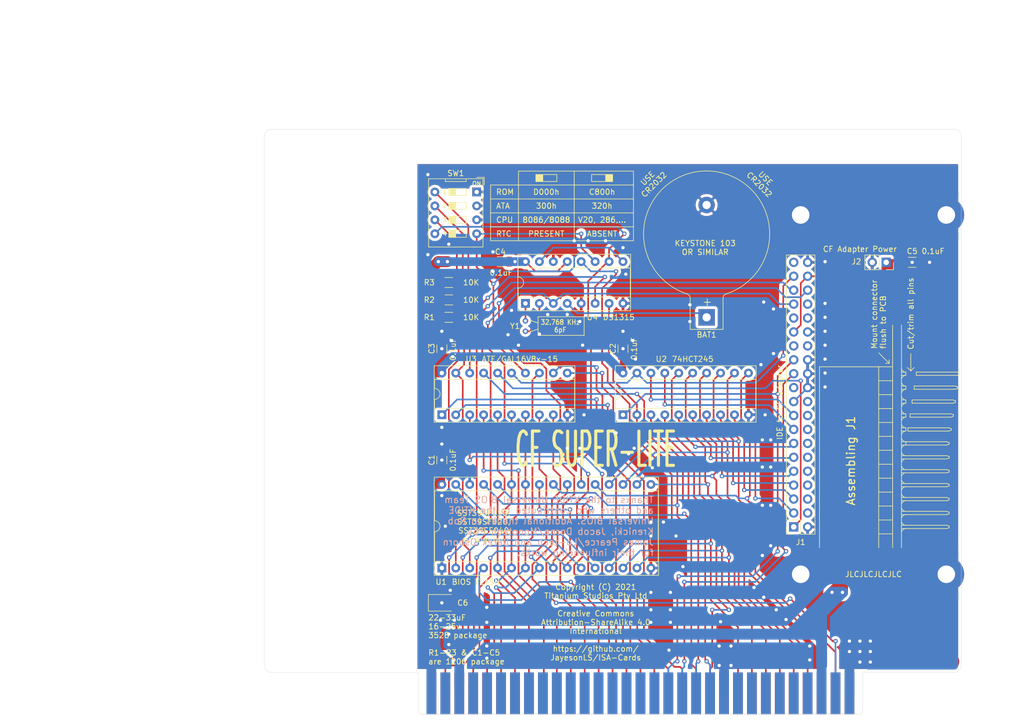
<source format=kicad_pcb>
(kicad_pcb (version 20171130) (host pcbnew "(5.1.9)-1")
  (layers (0 F.Cu signal) (31 B.Cu signal) (34 B.Paste user) (35 F.Paste user) (36 B.SilkS user) (37 F.SilkS user) (38 B.Mask user) (39 F.Mask user) (44 Edge.Cuts user))
  (net 0 "")
  (net 1 "Net-(J1-Pad8)")
  (net 2 A00)
  (net 3 A01)
  (net 4 A02)
  (net 5 A03)
  (net 6 A04)
  (net 7 A05)
  (net 8 A06)
  (net 9 A07)
  (net 10 A08)
  (net 11 A09)
  (net 12 A10)
  (net 13 A11)
  (net 14 A12)
  (net 15 A13)
  (net 16 A15)
  (net 17 A16)
  (net 18 A17)
  (net 19 A18)
  (net 20 A19)
  (net 21 D0)
  (net 22 D1)
  (net 23 D2)
  (net 24 D3)
  (net 25 D4)
  (net 26 D5)
  (net 27 D6)
  (net 28 D7)
  (net 29 GND)
  (net 30 VCC)
  (net 31 ~IOR)
  (net 32 ~IOW)
  (net 33 ~MEMR)
  (net 34 ~MEMW)
  (net 35 RESET)
  (net 36 ~CS1~_ATA)
  (net 37 D0_BUF)
  (net 38 D1_BUF)
  (net 39 D2_BUF)
  (net 40 D3_BUF)
  (net 41 D4_BUF)
  (net 42 D5_BUF)
  (net 43 D6_BUF)
  (net 44 D7_BUF)
  (net 45 ~RESET)
  (net 46 ROM_ADDR_JUMPER)
  (net 47 ATA_ADDR_JUMPER)
  (net 48 "Net-(J1-Pad39)")
  (net 49 "Net-(J1-Pad34)")
  (net 50 "Net-(J1-Pad32)")
  (net 51 "Net-(J1-Pad31)")
  (net 52 "Net-(J1-Pad27)")
  (net 53 "Net-(J1-Pad21)")
  (net 54 "Net-(J1-Pad20)")
  (net 55 "Net-(J1-Pad18)")
  (net 56 "Net-(J1-Pad16)")
  (net 57 "Net-(J1-Pad14)")
  (net 58 "Net-(J1-Pad12)")
  (net 59 "Net-(J1-Pad10)")
  (net 60 "Net-(J1-Pad6)")
  (net 61 "Net-(J1-Pad4)")
  (net 62 "Net-(J1-Pad28)")
  (net 63 A14)
  (net 64 "Net-(BAT1-Pad1)")
  (net 65 "Net-(U4-Pad15)")
  (net 66 /XTAL2)
  (net 67 /XTAL1)
  (net 68 ~CE~_BIOS_DECODE)
  (net 69 ~CE~_BIOS_THRU)
  (net 70 "Net-(J3-Pad41)")
  (net 71 "Net-(J3-Pad32)")
  (net 72 "Net-(J3-Pad30)")
  (net 73 "Net-(J3-Pad28)")
  (net 74 "Net-(J3-Pad27)")
  (net 75 "Net-(J3-Pad26)")
  (net 76 "Net-(J3-Pad25)")
  (net 77 "Net-(J3-Pad24)")
  (net 78 "Net-(J3-Pad23)")
  (net 79 "Net-(J3-Pad22)")
  (net 80 "Net-(J3-Pad21)")
  (net 81 "Net-(J3-Pad20)")
  (net 82 "Net-(J3-Pad19)")
  (net 83 "Net-(J3-Pad18)")
  (net 84 "Net-(J3-Pad17)")
  (net 85 "Net-(J3-Pad16)")
  (net 86 "Net-(J3-Pad15)")
  (net 87 "Net-(J3-Pad9)")
  (net 88 "Net-(J3-Pad8)")
  (net 89 "Net-(J3-Pad7)")
  (net 90 "Net-(J3-Pad6)")
  (net 91 "Net-(J3-Pad5)")
  (net 92 "Net-(J3-Pad4)")
  (net 93 V20_JUMPER)
  (net 94 AEN)
  (module MountingHole:MountingHole_3.5mm_Pad (layer F.Cu) (at 192.913 116.713)
    (fp_text reference H4 hide)
    (fp_text value MountingHole_Pad)
    (pad 1 thru_hole circle (at 0 0) (size 6.5 6.5) (drill 3.2) (layers *.Cu *.Mask) (net 29 GND))
  )
  (module MountingHole:MountingHole_3.5mm_Pad (layer F.Cu) (at 192.913 51.181)
    (fp_text reference H2)
    (fp_text value MountingHole_Pad)
    (pad 1 thru_hole circle (at 0 0) (size 6.5 6.5) (drill 3.2) (layers *.Cu *.Mask) (net 29 GND))
  )
  (module Capacitor_SMD:C_1206_3216Metric (layer F.Cu) (at 111.76 59.69 180)
    (fp_text reference C4 (at 0.127 1.778 180) (layer F.SilkS))
    (fp_text value 0.1uF)
    (fp_text user %V (at 0 -2.032) (layer F.SilkS))
    (pad 2 smd roundrect (at 1.475 0 180) (size 1.15 1.8) (layers F.Cu F.Paste F.Mask) (roundrect_rratio 0.2173904347826087) (net 29 GND))
    (pad 1 smd roundrect (at -1.475 0 180) (size 1.15 1.8) (layers F.Cu F.Paste F.Mask) (roundrect_rratio 0.2173904347826087) (net 30 VCC))
  )
  (module Capacitor_SMD:C_1206_3216Metric (layer F.Cu) (at 133.985 75.565 90)
    (fp_text reference C2 (at 0 -1.85 90) (layer F.SilkS))
    (fp_text value 0.1uF)
    (fp_text user %V (at 0 2.032 90) (layer F.SilkS))
    (pad 2 smd roundrect (at 1.475 0 90) (size 1.15 1.8) (layers F.Cu F.Paste F.Mask) (roundrect_rratio 0.2173904347826087) (net 29 GND))
    (pad 1 smd roundrect (at -1.475 0 90) (size 1.15 1.8) (layers F.Cu F.Paste F.Mask) (roundrect_rratio 0.2173904347826087) (net 30 VCC))
  )
  (module Capacitor_SMD:C_1206_3216Metric (layer F.Cu) (at 100.965 95.885 90)
    (fp_text reference C1 (at 0 -1.85 90) (layer F.SilkS))
    (fp_text value 0.1uF)
    (fp_text user %V (at 0 2.032 90) (layer F.SilkS))
    (pad 2 smd roundrect (at 1.475 0 90) (size 1.15 1.8) (layers F.Cu F.Paste F.Mask) (roundrect_rratio 0.2173904347826087) (net 29 GND))
    (pad 1 smd roundrect (at -1.475 0 90) (size 1.15 1.8) (layers F.Cu F.Paste F.Mask) (roundrect_rratio 0.2173904347826087) (net 30 VCC))
  )
  (module Capacitor_SMD:C_1206_3216Metric (layer F.Cu) (at 100.965 75.565 90)
    (fp_text reference C3 (at 0 -1.85 90) (layer F.SilkS))
    (fp_text value 0.1uF)
    (fp_text user %V (at -0.127 2.032 90) (layer F.SilkS))
    (pad 2 smd roundrect (at 1.475 0 90) (size 1.15 1.8) (layers F.Cu F.Paste F.Mask) (roundrect_rratio 0.2173904347826087) (net 29 GND))
    (pad 1 smd roundrect (at -1.475 0 90) (size 1.15 1.8) (layers F.Cu F.Paste F.Mask) (roundrect_rratio 0.2173904347826087) (net 30 VCC))
  )
  (module Resistor_SMD:R_1206_3216Metric (layer F.Cu) (at 102.235 69.85)
    (fp_text reference R1 (at -3.556 0) (layer F.SilkS))
    (fp_text value 10K)
    (fp_text user %V (at 4.064 0) (layer F.SilkS))
    (pad 2 smd roundrect (at 1.4625 0) (size 1.125 1.75) (layers F.Cu F.Paste F.Mask) (roundrect_rratio 0.2222213333333333) (net 46 ROM_ADDR_JUMPER))
    (pad 1 smd roundrect (at -1.4625 0) (size 1.125 1.75) (layers F.Cu F.Paste F.Mask) (roundrect_rratio 0.2222213333333333) (net 30 VCC))
  )
  (module Resistor_SMD:R_1206_3216Metric (layer F.Cu) (at 102.235 66.675)
    (fp_text reference R2 (at -3.556 0) (layer F.SilkS))
    (fp_text value 10K)
    (fp_text user %V (at 4.064 0) (layer F.SilkS))
    (pad 2 smd roundrect (at 1.4625 0) (size 1.125 1.75) (layers F.Cu F.Paste F.Mask) (roundrect_rratio 0.2222213333333333) (net 47 ATA_ADDR_JUMPER))
    (pad 1 smd roundrect (at -1.4625 0) (size 1.125 1.75) (layers F.Cu F.Paste F.Mask) (roundrect_rratio 0.2222213333333333) (net 30 VCC))
  )
  (module Resistor_SMD:R_1206_3216Metric (layer F.Cu) (at 102.235 63.5)
    (fp_text reference R3 (at -3.556 0) (layer F.SilkS))
    (fp_text value 10K)
    (fp_text user %V (at 4.064 0) (layer F.SilkS))
    (pad 2 smd roundrect (at 1.4625 0) (size 1.125 1.75) (layers F.Cu F.Paste F.Mask) (roundrect_rratio 0.2222213333333333) (net 93 V20_JUMPER))
    (pad 1 smd roundrect (at -1.4625 0) (size 1.125 1.75) (layers F.Cu F.Paste F.Mask) (roundrect_rratio 0.2222213333333333) (net 30 VCC))
  )
  (module Capacitor_SMD:C_1206_3216Metric (layer F.Cu) (at 186.69 59.817)
    (fp_text reference C5 (at 0 -2.032) (layer F.SilkS))
    (fp_text value 0.1uF)
    (fp_text user %V (at 3.81 -2.032) (layer F.SilkS))
    (pad 2 smd roundrect (at 1.475 0) (size 1.15 1.8) (layers F.Cu F.Paste F.Mask) (roundrect_rratio 0.2173904347826087) (net 29 GND))
    (pad 1 smd roundrect (at -1.475 0) (size 1.15 1.8) (layers F.Cu F.Paste F.Mask) (roundrect_rratio 0.2173904347826087) (net 30 VCC))
  )
  (module Battery:BatteryHolder_Keystone_103_1x20mm (layer F.Cu) (at 149.225 69.85 90)
    (fp_text reference BAT1 (at -3.175 0) (layer F.SilkS))
    (fp_text value CR2032)
    (fp_text user + (at 2.75 0 90) (layer F.SilkS) (effects (font (size 1.5 1.5))))
    (pad 1 thru_hole rect (at 0 0 90) (size 3 3) (drill 1.5) (layers *.Cu *.Mask) (net 64 "Net-(BAT1-Pad1)"))
    (pad 2 thru_hole circle (at 20.49 0 90) (size 3 3) (drill 1.5) (layers *.Cu *.Mask) (net 29 GND))
  )
  (module Package_DIP:DIP-32_W15.24mm_Socket (layer F.Cu) (at 100.965 115.57 90)
    (fp_text reference U1 (at -2.54 -0.127 180) (layer F.SilkS))
    (fp_text value "BIOS FLASH" (at -2.54 6.223 180) (layer F.SilkS))
    (pad 32 thru_hole oval (at 15.24 0 90) (size 1.6 1.6) (drill 0.8) (layers *.Cu *.Mask) (net 30 VCC))
    (pad 16 thru_hole oval (at 0 38.1 90) (size 1.6 1.6) (drill 0.8) (layers *.Cu *.Mask) (net 29 GND))
    (pad 31 thru_hole oval (at 15.24 2.54 90) (size 1.6 1.6) (drill 0.8) (layers *.Cu *.Mask) (net 34 ~MEMW))
    (pad 15 thru_hole oval (at 0 35.56 90) (size 1.6 1.6) (drill 0.8) (layers *.Cu *.Mask) (net 23 D2))
    (pad 30 thru_hole oval (at 15.24 5.08 90) (size 1.6 1.6) (drill 0.8) (layers *.Cu *.Mask) (net 29 GND))
    (pad 14 thru_hole oval (at 0 33.02 90) (size 1.6 1.6) (drill 0.8) (layers *.Cu *.Mask) (net 22 D1))
    (pad 29 thru_hole oval (at 15.24 7.62 90) (size 1.6 1.6) (drill 0.8) (layers *.Cu *.Mask) (net 63 A14))
    (pad 13 thru_hole oval (at 0 30.48 90) (size 1.6 1.6) (drill 0.8) (layers *.Cu *.Mask) (net 21 D0))
    (pad 28 thru_hole oval (at 15.24 10.16 90) (size 1.6 1.6) (drill 0.8) (layers *.Cu *.Mask) (net 15 A13))
    (pad 12 thru_hole oval (at 0 27.94 90) (size 1.6 1.6) (drill 0.8) (layers *.Cu *.Mask) (net 2 A00))
    (pad 27 thru_hole oval (at 15.24 12.7 90) (size 1.6 1.6) (drill 0.8) (layers *.Cu *.Mask) (net 10 A08))
    (pad 11 thru_hole oval (at 0 25.4 90) (size 1.6 1.6) (drill 0.8) (layers *.Cu *.Mask) (net 3 A01))
    (pad 26 thru_hole oval (at 15.24 15.24 90) (size 1.6 1.6) (drill 0.8) (layers *.Cu *.Mask) (net 11 A09))
    (pad 10 thru_hole oval (at 0 22.86 90) (size 1.6 1.6) (drill 0.8) (layers *.Cu *.Mask) (net 4 A02))
    (pad 25 thru_hole oval (at 15.24 17.78 90) (size 1.6 1.6) (drill 0.8) (layers *.Cu *.Mask) (net 13 A11))
    (pad 9 thru_hole oval (at 0 20.32 90) (size 1.6 1.6) (drill 0.8) (layers *.Cu *.Mask) (net 5 A03))
    (pad 24 thru_hole oval (at 15.24 20.32 90) (size 1.6 1.6) (drill 0.8) (layers *.Cu *.Mask) (net 33 ~MEMR))
    (pad 8 thru_hole oval (at 0 17.78 90) (size 1.6 1.6) (drill 0.8) (layers *.Cu *.Mask) (net 6 A04))
    (pad 23 thru_hole oval (at 15.24 22.86 90) (size 1.6 1.6) (drill 0.8) (layers *.Cu *.Mask) (net 12 A10))
    (pad 7 thru_hole oval (at 0 15.24 90) (size 1.6 1.6) (drill 0.8) (layers *.Cu *.Mask) (net 7 A05))
    (pad 22 thru_hole oval (at 15.24 25.4 90) (size 1.6 1.6) (drill 0.8) (layers *.Cu *.Mask) (net 69 ~CE~_BIOS_THRU))
    (pad 6 thru_hole oval (at 0 12.7 90) (size 1.6 1.6) (drill 0.8) (layers *.Cu *.Mask) (net 8 A06))
    (pad 21 thru_hole oval (at 15.24 27.94 90) (size 1.6 1.6) (drill 0.8) (layers *.Cu *.Mask) (net 28 D7))
    (pad 5 thru_hole oval (at 0 10.16 90) (size 1.6 1.6) (drill 0.8) (layers *.Cu *.Mask) (net 9 A07))
    (pad 20 thru_hole oval (at 15.24 30.48 90) (size 1.6 1.6) (drill 0.8) (layers *.Cu *.Mask) (net 27 D6))
    (pad 4 thru_hole oval (at 0 7.62 90) (size 1.6 1.6) (drill 0.8) (layers *.Cu *.Mask) (net 14 A12))
    (pad 19 thru_hole oval (at 15.24 33.02 90) (size 1.6 1.6) (drill 0.8) (layers *.Cu *.Mask) (net 26 D5))
    (pad 3 thru_hole oval (at 0 5.08 90) (size 1.6 1.6) (drill 0.8) (layers *.Cu *.Mask) (net 47 ATA_ADDR_JUMPER))
    (pad 18 thru_hole oval (at 15.24 35.56 90) (size 1.6 1.6) (drill 0.8) (layers *.Cu *.Mask) (net 25 D4))
    (pad 2 thru_hole oval (at 0 2.54 90) (size 1.6 1.6) (drill 0.8) (layers *.Cu *.Mask) (net 93 V20_JUMPER))
    (pad 17 thru_hole oval (at 15.24 38.1 90) (size 1.6 1.6) (drill 0.8) (layers *.Cu *.Mask) (net 24 D3))
    (pad 1 thru_hole rect (at 0 0 90) (size 1.6 1.6) (drill 0.8) (layers *.Cu *.Mask) (net 29 GND))
  )
  (module Button_Switch_THT:SW_DIP_SPSTx04_Slide_9.78x12.34mm_W7.62mm_P2.54mm (layer F.Cu) (at 107.315 46.99)
    (fp_text reference SW1 (at -3.81 -3.42) (layer F.SilkS))
    (fp_text value Options hide)
    (fp_text user 1 (at -5.842 0) (layer F.SilkS) (effects (font (size 0.75 0.75))))
    (fp_text user 2 (at -5.842 2.54) (layer F.SilkS) (effects (font (size 0.75 0.75))))
    (fp_text user 3 (at -5.842 5.08) (layer F.SilkS) (effects (font (size 0.75 0.75))))
    (fp_text user 4 (at -5.842 7.62) (layer F.SilkS) (effects (font (size 0.75 0.75))))
    (fp_text user ON (at 0 -1.524) (layer F.SilkS) (effects (font (size 0.75 0.75))))
    (pad 8 thru_hole oval (at -7.62 0) (size 1.6 1.6) (drill 0.8) (layers *.Cu *.Mask) (net 46 ROM_ADDR_JUMPER))
    (pad 4 thru_hole oval (at 0 7.62) (size 1.6 1.6) (drill 0.8) (layers *.Cu *.Mask) (net 68 ~CE~_BIOS_DECODE))
    (pad 7 thru_hole oval (at -7.62 2.54) (size 1.6 1.6) (drill 0.8) (layers *.Cu *.Mask) (net 47 ATA_ADDR_JUMPER))
    (pad 3 thru_hole oval (at 0 5.08) (size 1.6 1.6) (drill 0.8) (layers *.Cu *.Mask) (net 29 GND))
    (pad 6 thru_hole oval (at -7.62 5.08) (size 1.6 1.6) (drill 0.8) (layers *.Cu *.Mask) (net 93 V20_JUMPER))
    (pad 2 thru_hole oval (at 0 2.54) (size 1.6 1.6) (drill 0.8) (layers *.Cu *.Mask) (net 29 GND))
    (pad 5 thru_hole oval (at -7.62 7.62) (size 1.6 1.6) (drill 0.8) (layers *.Cu *.Mask) (net 69 ~CE~_BIOS_THRU))
    (pad 1 thru_hole rect (at 0 0) (size 1.6 1.6) (drill 0.8) (layers *.Cu *.Mask) (net 29 GND))
  )
  (module Capacitor_Tantalum_SMD:CP_EIA-3528-15_AVX-H (layer F.Cu) (at 100.965 121.92)
    (fp_text reference C6 (at 3.81 0) (layer F.SilkS))
    (fp_text value "22-44uF 16-25v")
    (pad 2 smd roundrect (at 1.5375 0) (size 1.325 2.35) (layers F.Cu F.Paste F.Mask) (roundrect_rratio 0.1886784905660377) (net 29 GND))
    (pad 1 smd roundrect (at -1.5375 0) (size 1.325 2.35) (layers F.Cu F.Paste F.Mask) (roundrect_rratio 0.1886784905660377) (net 30 VCC))
  )
  (module Package_DIP:DIP-20_W7.62mm_Socket (layer F.Cu) (at 100.965 87.63 90)
    (fp_text reference U3 (at 10.16 5.334 180) (layer F.SilkS))
    (fp_text value ATF/GAL16V8x-15 (at 10.16 14.224 180) (layer F.SilkS))
    (pad 20 thru_hole oval (at 7.62 0 90) (size 1.6 1.6) (drill 0.8) (layers *.Cu *.Mask) (net 30 VCC))
    (pad 10 thru_hole oval (at 0 22.86 90) (size 1.6 1.6) (drill 0.8) (layers *.Cu *.Mask) (net 29 GND))
    (pad 19 thru_hole oval (at 7.62 2.54 90) (size 1.6 1.6) (drill 0.8) (layers *.Cu *.Mask) (net 47 ATA_ADDR_JUMPER))
    (pad 9 thru_hole oval (at 0 20.32 90) (size 1.6 1.6) (drill 0.8) (layers *.Cu *.Mask) (net 35 RESET))
    (pad 18 thru_hole oval (at 7.62 5.08 90) (size 1.6 1.6) (drill 0.8) (layers *.Cu *.Mask) (net 46 ROM_ADDR_JUMPER))
    (pad 8 thru_hole oval (at 0 17.78 90) (size 1.6 1.6) (drill 0.8) (layers *.Cu *.Mask) (net 6 A04))
    (pad 17 thru_hole oval (at 7.62 7.62 90) (size 1.6 1.6) (drill 0.8) (layers *.Cu *.Mask) (net 94 AEN))
    (pad 7 thru_hole oval (at 0 15.24 90) (size 1.6 1.6) (drill 0.8) (layers *.Cu *.Mask) (net 11 A09))
    (pad 16 thru_hole oval (at 7.62 10.16 90) (size 1.6 1.6) (drill 0.8) (layers *.Cu *.Mask) (net 45 ~RESET))
    (pad 6 thru_hole oval (at 0 12.7 90) (size 1.6 1.6) (drill 0.8) (layers *.Cu *.Mask) (net 10 A08))
    (pad 15 thru_hole oval (at 7.62 12.7 90) (size 1.6 1.6) (drill 0.8) (layers *.Cu *.Mask) (net 36 ~CS1~_ATA))
    (pad 5 thru_hole oval (at 0 10.16 90) (size 1.6 1.6) (drill 0.8) (layers *.Cu *.Mask) (net 9 A07))
    (pad 14 thru_hole oval (at 7.62 15.24 90) (size 1.6 1.6) (drill 0.8) (layers *.Cu *.Mask) (net 68 ~CE~_BIOS_DECODE))
    (pad 4 thru_hole oval (at 0 7.62 90) (size 1.6 1.6) (drill 0.8) (layers *.Cu *.Mask) (net 8 A06))
    (pad 13 thru_hole oval (at 7.62 17.78 90) (size 1.6 1.6) (drill 0.8) (layers *.Cu *.Mask) (net 7 A05))
    (pad 3 thru_hole oval (at 0 5.08 90) (size 1.6 1.6) (drill 0.8) (layers *.Cu *.Mask) (net 16 A15))
    (pad 12 thru_hole oval (at 7.62 20.32 90) (size 1.6 1.6) (drill 0.8) (layers *.Cu *.Mask) (net 18 A17))
    (pad 2 thru_hole oval (at 0 2.54 90) (size 1.6 1.6) (drill 0.8) (layers *.Cu *.Mask) (net 19 A18))
    (pad 11 thru_hole oval (at 7.62 22.86 90) (size 1.6 1.6) (drill 0.8) (layers *.Cu *.Mask) (net 20 A19))
    (pad 1 thru_hole rect (at 0 0 90) (size 1.6 1.6) (drill 0.8) (layers *.Cu *.Mask) (net 17 A16))
  )
  (module Connector_PinSocket_2.54mm:PinSocket_1x02_P2.54mm_Vertical (layer F.Cu) (at 181.951 59.817 270)
    (fp_text reference J2 (at -0.127 5.421 180) (layer F.SilkS))
    (fp_text value "CF Adapter Power" (at -2.413 4.786 180) (layer F.SilkS))
    (pad 2 thru_hole oval (at 0 2.54 270) (size 1.7 1.7) (drill 1) (layers *.Cu *.Mask) (net 29 GND))
    (pad 1 thru_hole rect (at 0 0 270) (size 1.7 1.7) (drill 1) (layers *.Cu *.Mask) (net 30 VCC))
  )
  (module Connector_PinSocket_2.54mm:PinSocket_2x20_P2.54mm_Vertical (layer F.Cu) (at 165.1 108.077 180)
    (fp_text reference J1 (at -1.27 -2.77) (layer F.SilkS))
    (fp_text value "IDE to CF adapter" (at 2.54 22.733 90) (layer F.SilkS))
    (pad 40 thru_hole oval (at -2.54 48.26 180) (size 1.7 1.7) (drill 1) (layers *.Cu *.Mask) (net 29 GND))
    (pad 39 thru_hole oval (at 0 48.26 180) (size 1.7 1.7) (drill 1) (layers *.Cu *.Mask) (net 48 "Net-(J1-Pad39)"))
    (pad 38 thru_hole oval (at -2.54 45.72 180) (size 1.7 1.7) (drill 1) (layers *.Cu *.Mask) (net 30 VCC))
    (pad 37 thru_hole oval (at 0 45.72 180) (size 1.7 1.7) (drill 1) (layers *.Cu *.Mask) (net 36 ~CS1~_ATA))
    (pad 36 thru_hole oval (at -2.54 43.18 180) (size 1.7 1.7) (drill 1) (layers *.Cu *.Mask) (net 5 A03))
    (pad 35 thru_hole oval (at 0 43.18 180) (size 1.7 1.7) (drill 1) (layers *.Cu *.Mask) (net 3 A01))
    (pad 34 thru_hole oval (at -2.54 40.64 180) (size 1.7 1.7) (drill 1) (layers *.Cu *.Mask) (net 49 "Net-(J1-Pad34)"))
    (pad 33 thru_hole oval (at 0 40.64 180) (size 1.7 1.7) (drill 1) (layers *.Cu *.Mask) (net 4 A02))
    (pad 32 thru_hole oval (at -2.54 38.1 180) (size 1.7 1.7) (drill 1) (layers *.Cu *.Mask) (net 50 "Net-(J1-Pad32)"))
    (pad 31 thru_hole oval (at 0 38.1 180) (size 1.7 1.7) (drill 1) (layers *.Cu *.Mask) (net 51 "Net-(J1-Pad31)"))
    (pad 30 thru_hole oval (at -2.54 35.56 180) (size 1.7 1.7) (drill 1) (layers *.Cu *.Mask) (net 29 GND))
    (pad 29 thru_hole oval (at 0 35.56 180) (size 1.7 1.7) (drill 1) (layers *.Cu *.Mask) (net 30 VCC))
    (pad 28 thru_hole oval (at -2.54 33.02 180) (size 1.7 1.7) (drill 1) (layers *.Cu *.Mask) (net 62 "Net-(J1-Pad28)"))
    (pad 27 thru_hole oval (at 0 33.02 180) (size 1.7 1.7) (drill 1) (layers *.Cu *.Mask) (net 52 "Net-(J1-Pad27)"))
    (pad 26 thru_hole oval (at -2.54 30.48 180) (size 1.7 1.7) (drill 1) (layers *.Cu *.Mask) (net 29 GND))
    (pad 25 thru_hole oval (at 0 30.48 180) (size 1.7 1.7) (drill 1) (layers *.Cu *.Mask) (net 31 ~IOR))
    (pad 24 thru_hole oval (at -2.54 27.94 180) (size 1.7 1.7) (drill 1) (layers *.Cu *.Mask) (net 29 GND))
    (pad 23 thru_hole oval (at 0 27.94 180) (size 1.7 1.7) (drill 1) (layers *.Cu *.Mask) (net 32 ~IOW))
    (pad 22 thru_hole oval (at -2.54 25.4 180) (size 1.7 1.7) (drill 1) (layers *.Cu *.Mask) (net 29 GND))
    (pad 21 thru_hole oval (at 0 25.4 180) (size 1.7 1.7) (drill 1) (layers *.Cu *.Mask) (net 53 "Net-(J1-Pad21)"))
    (pad 20 thru_hole oval (at -2.54 22.86 180) (size 1.7 1.7) (drill 1) (layers *.Cu *.Mask) (net 54 "Net-(J1-Pad20)"))
    (pad 19 thru_hole oval (at 0 22.86 180) (size 1.7 1.7) (drill 1) (layers *.Cu *.Mask) (net 29 GND))
    (pad 18 thru_hole oval (at -2.54 20.32 180) (size 1.7 1.7) (drill 1) (layers *.Cu *.Mask) (net 55 "Net-(J1-Pad18)"))
    (pad 17 thru_hole oval (at 0 20.32 180) (size 1.7 1.7) (drill 1) (layers *.Cu *.Mask) (net 37 D0_BUF))
    (pad 16 thru_hole oval (at -2.54 17.78 180) (size 1.7 1.7) (drill 1) (layers *.Cu *.Mask) (net 56 "Net-(J1-Pad16)"))
    (pad 15 thru_hole oval (at 0 17.78 180) (size 1.7 1.7) (drill 1) (layers *.Cu *.Mask) (net 38 D1_BUF))
    (pad 14 thru_hole oval (at -2.54 15.24 180) (size 1.7 1.7) (drill 1) (layers *.Cu *.Mask) (net 57 "Net-(J1-Pad14)"))
    (pad 13 thru_hole oval (at 0 15.24 180) (size 1.7 1.7) (drill 1) (layers *.Cu *.Mask) (net 39 D2_BUF))
    (pad 12 thru_hole oval (at -2.54 12.7 180) (size 1.7 1.7) (drill 1) (layers *.Cu *.Mask) (net 58 "Net-(J1-Pad12)"))
    (pad 11 thru_hole oval (at 0 12.7 180) (size 1.7 1.7) (drill 1) (layers *.Cu *.Mask) (net 40 D3_BUF))
    (pad 10 thru_hole oval (at -2.54 10.16 180) (size 1.7 1.7) (drill 1) (layers *.Cu *.Mask) (net 59 "Net-(J1-Pad10)"))
    (pad 9 thru_hole oval (at 0 10.16 180) (size 1.7 1.7) (drill 1) (layers *.Cu *.Mask) (net 41 D4_BUF))
    (pad 8 thru_hole oval (at -2.54 7.62 180) (size 1.7 1.7) (drill 1) (layers *.Cu *.Mask) (net 1 "Net-(J1-Pad8)"))
    (pad 7 thru_hole oval (at 0 7.62 180) (size 1.7 1.7) (drill 1) (layers *.Cu *.Mask) (net 42 D5_BUF))
    (pad 6 thru_hole oval (at -2.54 5.08 180) (size 1.7 1.7) (drill 1) (layers *.Cu *.Mask) (net 60 "Net-(J1-Pad6)"))
    (pad 5 thru_hole oval (at 0 5.08 180) (size 1.7 1.7) (drill 1) (layers *.Cu *.Mask) (net 43 D6_BUF))
    (pad 4 thru_hole oval (at -2.54 2.54 180) (size 1.7 1.7) (drill 1) (layers *.Cu *.Mask) (net 61 "Net-(J1-Pad4)"))
    (pad 3 thru_hole oval (at 0 2.54 180) (size 1.7 1.7) (drill 1) (layers *.Cu *.Mask) (net 44 D7_BUF))
    (pad 2 thru_hole oval (at -2.54 0 180) (size 1.7 1.7) (drill 1) (layers *.Cu *.Mask) (net 29 GND))
    (pad 1 thru_hole rect (at 0 0 180) (size 1.7 1.7) (drill 1) (layers *.Cu *.Mask) (net 45 ~RESET))
  )
  (module Package_DIP:DIP-16_W7.62mm_Socket (layer F.Cu) (at 116.205 67.31 90)
    (fp_text reference U4 (at -2.54 12.192) (layer F.SilkS))
    (fp_text value DS1315 (at -2.54 17.018 180) (layer F.SilkS))
    (pad 1 thru_hole rect (at 0 0 90) (size 1.6 1.6) (drill 0.8) (layers *.Cu *.Mask) (net 67 /XTAL1))
    (pad 9 thru_hole oval (at 7.62 17.78 90) (size 1.6 1.6) (drill 0.8) (layers *.Cu *.Mask) (net 65 "Net-(U4-Pad15)"))
    (pad 2 thru_hole oval (at 0 2.54 90) (size 1.6 1.6) (drill 0.8) (layers *.Cu *.Mask) (net 66 /XTAL2))
    (pad 10 thru_hole oval (at 7.62 15.24 90) (size 1.6 1.6) (drill 0.8) (layers *.Cu *.Mask) (net 69 ~CE~_BIOS_THRU))
    (pad 3 thru_hole oval (at 0 5.08 90) (size 1.6 1.6) (drill 0.8) (layers *.Cu *.Mask) (net 4 A02))
    (pad 11 thru_hole oval (at 7.62 12.7 90) (size 1.6 1.6) (drill 0.8) (layers *.Cu *.Mask) (net 68 ~CE~_BIOS_DECODE))
    (pad 4 thru_hole oval (at 0 7.62 90) (size 1.6 1.6) (drill 0.8) (layers *.Cu *.Mask) (net 64 "Net-(BAT1-Pad1)"))
    (pad 12 thru_hole oval (at 7.62 10.16 90) (size 1.6 1.6) (drill 0.8) (layers *.Cu *.Mask) (net 33 ~MEMR))
    (pad 5 thru_hole oval (at 0 10.16 90) (size 1.6 1.6) (drill 0.8) (layers *.Cu *.Mask) (net 29 GND))
    (pad 13 thru_hole oval (at 7.62 7.62 90) (size 1.6 1.6) (drill 0.8) (layers *.Cu *.Mask) (net 30 VCC))
    (pad 6 thru_hole oval (at 0 12.7 90) (size 1.6 1.6) (drill 0.8) (layers *.Cu *.Mask) (net 2 A00))
    (pad 14 thru_hole oval (at 7.62 5.08 90) (size 1.6 1.6) (drill 0.8) (layers *.Cu *.Mask) (net 29 GND))
    (pad 7 thru_hole oval (at 0 15.24 90) (size 1.6 1.6) (drill 0.8) (layers *.Cu *.Mask) (net 21 D0))
    (pad 15 thru_hole oval (at 7.62 2.54 90) (size 1.6 1.6) (drill 0.8) (layers *.Cu *.Mask) (net 65 "Net-(U4-Pad15)"))
    (pad 8 thru_hole oval (at 0 17.78 90) (size 1.6 1.6) (drill 0.8) (layers *.Cu *.Mask) (net 29 GND))
    (pad 16 thru_hole oval (at 7.62 0 90) (size 1.6 1.6) (drill 0.8) (layers *.Cu *.Mask) (net 30 VCC))
  )
  (module Crystal:Crystal_C38-LF_D3.0mm_L8.0mm_Horizontal (layer F.Cu) (at 116.205 72.39 90)
    (fp_text reference Y1 (at 0.95 -1.905) (layer F.SilkS))
    (fp_text value "32.768 KHz" (at 1.651 6.35) (layer F.SilkS) (effects (font (size 0.9 0.8))))
    (pad 2 thru_hole circle (at 1.9 0 90) (size 1 1) (drill 0.5) (layers *.Cu *.Mask) (net 67 /XTAL1))
    (pad 1 thru_hole circle (at 0 0 90) (size 1 1) (drill 0.5) (layers *.Cu *.Mask) (net 66 /XTAL2))
  )
  (module Package_DIP:DIP-20_W7.62mm_Socket (layer F.Cu) (at 133.985 87.63 90)
    (fp_text reference U2 (at 10.16 6.985 180) (layer F.SilkS))
    (fp_text value 74HCT245 (at 10.16 12.7 180) (layer F.SilkS))
    (pad 20 thru_hole oval (at 7.62 0 90) (size 1.6 1.6) (drill 0.8) (layers *.Cu *.Mask) (net 30 VCC))
    (pad 10 thru_hole oval (at 0 22.86 90) (size 1.6 1.6) (drill 0.8) (layers *.Cu *.Mask) (net 29 GND))
    (pad 19 thru_hole oval (at 7.62 2.54 90) (size 1.6 1.6) (drill 0.8) (layers *.Cu *.Mask) (net 36 ~CS1~_ATA))
    (pad 9 thru_hole oval (at 0 20.32 90) (size 1.6 1.6) (drill 0.8) (layers *.Cu *.Mask) (net 28 D7))
    (pad 18 thru_hole oval (at 7.62 5.08 90) (size 1.6 1.6) (drill 0.8) (layers *.Cu *.Mask) (net 37 D0_BUF))
    (pad 8 thru_hole oval (at 0 17.78 90) (size 1.6 1.6) (drill 0.8) (layers *.Cu *.Mask) (net 27 D6))
    (pad 17 thru_hole oval (at 7.62 7.62 90) (size 1.6 1.6) (drill 0.8) (layers *.Cu *.Mask) (net 38 D1_BUF))
    (pad 7 thru_hole oval (at 0 15.24 90) (size 1.6 1.6) (drill 0.8) (layers *.Cu *.Mask) (net 26 D5))
    (pad 16 thru_hole oval (at 7.62 10.16 90) (size 1.6 1.6) (drill 0.8) (layers *.Cu *.Mask) (net 39 D2_BUF))
    (pad 6 thru_hole oval (at 0 12.7 90) (size 1.6 1.6) (drill 0.8) (layers *.Cu *.Mask) (net 25 D4))
    (pad 15 thru_hole oval (at 7.62 12.7 90) (size 1.6 1.6) (drill 0.8) (layers *.Cu *.Mask) (net 40 D3_BUF))
    (pad 5 thru_hole oval (at 0 10.16 90) (size 1.6 1.6) (drill 0.8) (layers *.Cu *.Mask) (net 24 D3))
    (pad 14 thru_hole oval (at 7.62 15.24 90) (size 1.6 1.6) (drill 0.8) (layers *.Cu *.Mask) (net 41 D4_BUF))
    (pad 4 thru_hole oval (at 0 7.62 90) (size 1.6 1.6) (drill 0.8) (layers *.Cu *.Mask) (net 23 D2))
    (pad 13 thru_hole oval (at 7.62 17.78 90) (size 1.6 1.6) (drill 0.8) (layers *.Cu *.Mask) (net 42 D5_BUF))
    (pad 3 thru_hole oval (at 0 5.08 90) (size 1.6 1.6) (drill 0.8) (layers *.Cu *.Mask) (net 22 D1))
    (pad 12 thru_hole oval (at 7.62 20.32 90) (size 1.6 1.6) (drill 0.8) (layers *.Cu *.Mask) (net 43 D6_BUF))
    (pad 2 thru_hole oval (at 0 2.54 90) (size 1.6 1.6) (drill 0.8) (layers *.Cu *.Mask) (net 21 D0))
    (pad 11 thru_hole oval (at 7.62 22.86 90) (size 1.6 1.6) (drill 0.8) (layers *.Cu *.Mask) (net 44 D7_BUF))
    (pad 1 thru_hole rect (at 0 0 90) (size 1.6 1.6) (drill 0.8) (layers *.Cu *.Mask) (net 31 ~IOR))
  )
  (module MountingHole:MountingHole_3.5mm_Pad (layer F.Cu) (at 166.37 116.713)
    (fp_text reference H3 hide)
    (fp_text value MountingHole_Pad)
    (pad 1 thru_hole circle (at 0 0) (size 6.5 6.5) (drill 3.2) (layers *.Cu *.Mask) (net 29 GND))
  )
  (module MountingHole:MountingHole_3.5mm_Pad (layer F.Cu) (at 166.37 51.181)
    (fp_text reference H1 hide)
    (fp_text value MountingHole_Pad)
    (pad 1 thru_hole circle (at 0 0) (size 6.5 6.5) (drill 3.2) (layers *.Cu *.Mask) (net 29 GND))
  )
  (module 00Custom:BUS_XT (layer F.Cu) (at 175.26 138.43)
    (fp_text reference J3 hide)
    (fp_text value Bus_ISA_8bit)
    (pad 62 connect rect (at -76.2 0) (size 1.78 7.62) (layers F.Cu F.Mask) (net 2 A00))
    (pad 61 connect rect (at -73.66 0) (size 1.78 7.62) (layers F.Cu F.Mask) (net 3 A01))
    (pad 60 connect rect (at -71.12 0) (size 1.78 7.62) (layers F.Cu F.Mask) (net 4 A02))
    (pad 59 connect rect (at -68.58 0) (size 1.78 7.62) (layers F.Cu F.Mask) (net 5 A03))
    (pad 58 connect rect (at -66.04 0) (size 1.78 7.62) (layers F.Cu F.Mask) (net 6 A04))
    (pad 57 connect rect (at -63.5 0) (size 1.78 7.62) (layers F.Cu F.Mask) (net 7 A05))
    (pad 56 connect rect (at -60.96 0) (size 1.78 7.62) (layers F.Cu F.Mask) (net 8 A06))
    (pad 55 connect rect (at -58.42 0) (size 1.78 7.62) (layers F.Cu F.Mask) (net 9 A07))
    (pad 54 connect rect (at -55.88 0) (size 1.78 7.62) (layers F.Cu F.Mask) (net 10 A08))
    (pad 53 connect rect (at -53.34 0) (size 1.78 7.62) (layers F.Cu F.Mask) (net 11 A09))
    (pad 52 connect rect (at -50.8 0) (size 1.78 7.62) (layers F.Cu F.Mask) (net 12 A10))
    (pad 51 connect rect (at -48.26 0) (size 1.78 7.62) (layers F.Cu F.Mask) (net 13 A11))
    (pad 50 connect rect (at -45.72 0) (size 1.78 7.62) (layers F.Cu F.Mask) (net 14 A12))
    (pad 49 connect rect (at -43.18 0) (size 1.78 7.62) (layers F.Cu F.Mask) (net 15 A13))
    (pad 48 connect rect (at -40.64 0) (size 1.78 7.62) (layers F.Cu F.Mask) (net 63 A14))
    (pad 47 connect rect (at -38.1 0) (size 1.78 7.62) (layers F.Cu F.Mask) (net 16 A15))
    (pad 46 connect rect (at -35.56 0) (size 1.78 7.62) (layers F.Cu F.Mask) (net 17 A16))
    (pad 45 connect rect (at -33.02 0) (size 1.78 7.62) (layers F.Cu F.Mask) (net 18 A17))
    (pad 44 connect rect (at -30.48 0) (size 1.78 7.62) (layers F.Cu F.Mask) (net 19 A18))
    (pad 43 connect rect (at -27.94 0) (size 1.78 7.62) (layers F.Cu F.Mask) (net 20 A19))
    (pad 42 connect rect (at -25.4 0) (size 1.78 7.62) (layers F.Cu F.Mask) (net 94 AEN))
    (pad 41 connect rect (at -22.86 0) (size 1.78 7.62) (layers F.Cu F.Mask) (net 70 "Net-(J3-Pad41)"))
    (pad 40 connect rect (at -20.32 0) (size 1.78 7.62) (layers F.Cu F.Mask) (net 21 D0))
    (pad 39 connect rect (at -17.78 0) (size 1.78 7.62) (layers F.Cu F.Mask) (net 22 D1))
    (pad 38 connect rect (at -15.24 0) (size 1.78 7.62) (layers F.Cu F.Mask) (net 23 D2))
    (pad 37 connect rect (at -12.7 0) (size 1.78 7.62) (layers F.Cu F.Mask) (net 24 D3))
    (pad 36 connect rect (at -10.16 0) (size 1.78 7.62) (layers F.Cu F.Mask) (net 25 D4))
    (pad 35 connect rect (at -7.62 0) (size 1.78 7.62) (layers F.Cu F.Mask) (net 26 D5))
    (pad 34 connect rect (at -5.08 0) (size 1.78 7.62) (layers F.Cu F.Mask) (net 27 D6))
    (pad 33 connect rect (at -2.54 0) (size 1.78 7.62) (layers F.Cu F.Mask) (net 28 D7))
    (pad 32 connect rect (at 0 0) (size 1.78 7.62) (layers F.Cu F.Mask) (net 71 "Net-(J3-Pad32)"))
    (pad 31 connect rect (at -76.2 0) (size 1.78 7.62) (layers B.Cu B.Mask) (net 29 GND))
    (pad 30 connect rect (at -73.66 0) (size 1.78 7.62) (layers B.Cu B.Mask) (net 72 "Net-(J3-Pad30)"))
    (pad 29 connect rect (at -71.12 0) (size 1.78 7.62) (layers B.Cu B.Mask) (net 30 VCC))
    (pad 28 connect rect (at -68.58 0) (size 1.78 7.62) (layers B.Cu B.Mask) (net 73 "Net-(J3-Pad28)"))
    (pad 27 connect rect (at -66.04 0) (size 1.78 7.62) (layers B.Cu B.Mask) (net 74 "Net-(J3-Pad27)"))
    (pad 26 connect rect (at -63.5 0) (size 1.78 7.62) (layers B.Cu B.Mask) (net 75 "Net-(J3-Pad26)"))
    (pad 25 connect rect (at -60.96 0) (size 1.78 7.62) (layers B.Cu B.Mask) (net 76 "Net-(J3-Pad25)"))
    (pad 24 connect rect (at -58.42 0) (size 1.78 7.62) (layers B.Cu B.Mask) (net 77 "Net-(J3-Pad24)"))
    (pad 23 connect rect (at -55.88 0) (size 1.78 7.62) (layers B.Cu B.Mask) (net 78 "Net-(J3-Pad23)"))
    (pad 22 connect rect (at -53.34 0) (size 1.78 7.62) (layers B.Cu B.Mask) (net 79 "Net-(J3-Pad22)"))
    (pad 21 connect rect (at -50.8 0) (size 1.78 7.62) (layers B.Cu B.Mask) (net 80 "Net-(J3-Pad21)"))
    (pad 20 connect rect (at -48.26 0) (size 1.78 7.62) (layers B.Cu B.Mask) (net 81 "Net-(J3-Pad20)"))
    (pad 19 connect rect (at -45.72 0) (size 1.78 7.62) (layers B.Cu B.Mask) (net 82 "Net-(J3-Pad19)"))
    (pad 18 connect rect (at -43.18 0) (size 1.78 7.62) (layers B.Cu B.Mask) (net 83 "Net-(J3-Pad18)"))
    (pad 17 connect rect (at -40.64 0) (size 1.78 7.62) (layers B.Cu B.Mask) (net 84 "Net-(J3-Pad17)"))
    (pad 16 connect rect (at -38.1 0) (size 1.78 7.62) (layers B.Cu B.Mask) (net 85 "Net-(J3-Pad16)"))
    (pad 15 connect rect (at -35.56 0) (size 1.78 7.62) (layers B.Cu B.Mask) (net 86 "Net-(J3-Pad15)"))
    (pad 14 connect rect (at -33.02 0) (size 1.78 7.62) (layers B.Cu B.Mask) (net 31 ~IOR))
    (pad 13 connect rect (at -30.48 0) (size 1.78 7.62) (layers B.Cu B.Mask) (net 32 ~IOW))
    (pad 12 connect rect (at -27.94 0) (size 1.78 7.62) (layers B.Cu B.Mask) (net 33 ~MEMR))
    (pad 11 connect rect (at -25.4 0) (size 1.78 7.62) (layers B.Cu B.Mask) (net 34 ~MEMW))
    (pad 10 connect rect (at -22.86 0) (size 1.78 7.62) (layers B.Cu B.Mask) (net 29 GND))
    (pad 9 connect rect (at -20.32 0) (size 1.78 7.62) (layers B.Cu B.Mask) (net 87 "Net-(J3-Pad9)"))
    (pad 8 connect rect (at -17.78 0) (size 1.78 7.62) (layers B.Cu B.Mask) (net 88 "Net-(J3-Pad8)"))
    (pad 7 connect rect (at -15.24 0) (size 1.78 7.62) (layers B.Cu B.Mask) (net 89 "Net-(J3-Pad7)"))
    (pad 6 connect rect (at -12.7 0) (size 1.78 7.62) (layers B.Cu B.Mask) (net 90 "Net-(J3-Pad6)"))
    (pad 5 connect rect (at -10.16 0) (size 1.78 7.62) (layers B.Cu B.Mask) (net 91 "Net-(J3-Pad5)"))
    (pad 4 connect rect (at -7.62 0) (size 1.78 7.62) (layers B.Cu B.Mask) (net 92 "Net-(J3-Pad4)"))
    (pad 3 connect rect (at -5.08 0) (size 1.78 7.62) (layers B.Cu B.Mask) (net 30 VCC))
    (pad 2 connect rect (at -2.54 0) (size 1.78 7.62) (layers B.Cu B.Mask) (net 35 RESET))
    (pad 1 connect rect (at 0 0) (size 1.78 7.62) (layers B.Cu B.Mask) (net 29 GND))
  )
  (gr_line (start 195.616 133.35) (end 195.616 36.83) (layer Edge.Cuts) (width 0.05))
  (gr_line (start 68.617 36.83) (end 68.617 133.35) (layer Edge.Cuts) (width 0.05))
  (gr_arc (start 69.887 133.35) (end 68.617 133.35) (angle -90) (layer Edge.Cuts) (width 0.05))
  (gr_line (start 96.647 134.62) (end 69.887 134.62) (layer Edge.Cuts) (width 0.05))
  (gr_line (start 194.346 35.56) (end 69.887 35.56) (layer Edge.Cuts) (width 0.05))
  (gr_line (start 194.346 134.62) (end 177.673 134.62) (layer Edge.Cuts) (width 0.05))
  (gr_text "Assembling J1\n" (at 175.514 96.012 90) (layer F.SilkS) (effects (font (size 1.5 1.5) (thickness 0.225))))
  (gr_line (start 192.979 107.777) (end 185.534 107.777) (layer F.SilkS) (width 0.12))
  (gr_line (start 192.979 108.377) (end 185.534 108.377) (layer F.SilkS) (width 0.12))
  (gr_line (start 192.979 105.837) (end 185.534 105.837) (layer F.SilkS) (width 0.12))
  (gr_line (start 192.979 105.237) (end 185.534 105.237) (layer F.SilkS) (width 0.12))
  (gr_line (start 192.979 102.697) (end 185.534 102.697) (layer F.SilkS) (width 0.12))
  (gr_line (start 192.979 103.297) (end 185.534 103.297) (layer F.SilkS) (width 0.12))
  (gr_line (start 192.979 100.157) (end 185.534 100.157) (layer F.SilkS) (width 0.12))
  (gr_line (start 192.979 100.757) (end 185.534 100.757) (layer F.SilkS) (width 0.12))
  (gr_line (start 192.979 98.217) (end 185.534 98.217) (layer F.SilkS) (width 0.12))
  (gr_line (start 192.979 97.617) (end 185.534 97.617) (layer F.SilkS) (width 0.12))
  (gr_line (start 192.979 95.077) (end 185.534 95.077) (layer F.SilkS) (width 0.12))
  (gr_line (start 192.979 95.677) (end 185.534 95.677) (layer F.SilkS) (width 0.12))
  (gr_line (start 192.979 92.537) (end 185.534 92.537) (layer F.SilkS) (width 0.12))
  (gr_line (start 192.979 93.137) (end 185.534 93.137) (layer F.SilkS) (width 0.12))
  (gr_line (start 193.36 90.597) (end 185.915 90.597) (layer F.SilkS) (width 0.12))
  (gr_line (start 193.36 89.997) (end 185.915 89.997) (layer F.SilkS) (width 0.12))
  (gr_line (start 193.741 88.057) (end 186.296 88.057) (layer F.SilkS) (width 0.12))
  (gr_line (start 193.741 87.457) (end 186.296 87.457) (layer F.SilkS) (width 0.12))
  (gr_line (start 194.122 85.517) (end 186.677 85.517) (layer F.SilkS) (width 0.12))
  (gr_line (start 194.122 84.917) (end 186.677 84.917) (layer F.SilkS) (width 0.12))
  (gr_line (start 194.503 82.977) (end 187.058 82.977) (layer F.SilkS) (width 0.12))
  (gr_line (start 194.503 82.377) (end 187.058 82.377) (layer F.SilkS) (width 0.12))
  (gr_line (start 194.884 80.437) (end 187.439 80.437) (layer F.SilkS) (width 0.12))
  (gr_line (start 194.884 79.837) (end 187.439 79.837) (layer F.SilkS) (width 0.12))
  (gr_line (start 180.594 78.867) (end 169.799 78.867) (layer F.SilkS) (width 0.12))
  (gr_text "Cut/trim all pins" (at 186.436 75.819 90) (layer F.SilkS) (effects (font (size 1 1)) (justify left)))
  (gr_text "Mount connector\nflush to PCB" (at 180.594 75.692 90) (layer F.SilkS) (effects (font (size 1 1)) (justify left)))
  (gr_line (start 186.436 79.629) (end 187.071 78.994) (layer F.SilkS) (width 0.12))
  (gr_line (start 186.436 79.629) (end 185.801 78.994) (layer F.SilkS) (width 0.12))
  (gr_line (start 186.436 79.629) (end 186.436 76.454) (layer F.SilkS) (width 0.12))
  (gr_line (start 182.499 78.232) (end 182.499 77.597) (layer F.SilkS) (width 0.12))
  (gr_line (start 182.499 78.232) (end 181.864 78.232) (layer F.SilkS) (width 0.12))
  (gr_line (start 182.499 78.232) (end 180.594 76.327) (layer F.SilkS) (width 0.12))
  (gr_line (start 185.534 93.137) (end 185.534 92.537) (layer F.SilkS) (width 0.12))
  (gr_line (start 187.439 80.437) (end 187.439 79.837) (layer F.SilkS) (width 0.12))
  (gr_line (start 185.534 80.437) (end 185.534 79.837) (layer F.SilkS) (width 0.12))
  (gr_line (start 187.058 82.977) (end 187.058 82.377) (layer F.SilkS) (width 0.12))
  (gr_line (start 185.534 82.977) (end 185.534 82.377) (layer F.SilkS) (width 0.12))
  (gr_line (start 186.677 84.917) (end 186.677 85.517) (layer F.SilkS) (width 0.12))
  (gr_line (start 185.534 85.517) (end 185.534 84.917) (layer F.SilkS) (width 0.12))
  (gr_line (start 186.296 87.457) (end 186.296 88.057) (layer F.SilkS) (width 0.12))
  (gr_line (start 185.534 88.057) (end 185.534 87.457) (layer F.SilkS) (width 0.12))
  (gr_line (start 185.915 89.997) (end 185.915 90.597) (layer F.SilkS) (width 0.12))
  (gr_line (start 185.534 90.597) (end 185.534 89.997) (layer F.SilkS) (width 0.12))
  (gr_line (start 193.429 108.227) (end 192.979 108.377) (layer F.SilkS) (width 0.12))
  (gr_line (start 193.429 107.927) (end 192.979 107.777) (layer F.SilkS) (width 0.12))
  (gr_line (start 193.429 108.227) (end 193.429 107.927) (layer F.SilkS) (width 0.12))
  (gr_line (start 184.734 108.377) (end 185.534 108.377) (layer F.SilkS) (width 0.12))
  (gr_arc (start 185.934 109.577) (end 185.334001 108.377001) (angle -36.86989765) (layer F.SilkS) (width 0.12))
  (gr_line (start 184.734 107.777) (end 185.534 107.777) (layer F.SilkS) (width 0.12))
  (gr_arc (start 185.934 106.577) (end 184.734001 107.176999) (angle -36.86989765) (layer F.SilkS) (width 0.12))
  (gr_arc (start 185.934 104.037) (end 184.734001 104.636999) (angle -36.86989765) (layer F.SilkS) (width 0.12))
  (gr_line (start 193.429 105.687) (end 192.979 105.837) (layer F.SilkS) (width 0.12))
  (gr_line (start 193.429 105.387) (end 192.979 105.237) (layer F.SilkS) (width 0.12))
  (gr_line (start 193.429 105.687) (end 193.429 105.387) (layer F.SilkS) (width 0.12))
  (gr_line (start 184.734 105.837) (end 185.534 105.837) (layer F.SilkS) (width 0.12))
  (gr_arc (start 185.934 107.037) (end 185.334001 105.837001) (angle -36.86989765) (layer F.SilkS) (width 0.12))
  (gr_line (start 184.734 105.237) (end 185.534 105.237) (layer F.SilkS) (width 0.12))
  (gr_line (start 184.734 102.697) (end 185.534 102.697) (layer F.SilkS) (width 0.12))
  (gr_arc (start 185.934 101.497) (end 184.734001 102.096999) (angle -36.86989765) (layer F.SilkS) (width 0.12))
  (gr_line (start 193.429 103.147) (end 192.979 103.297) (layer F.SilkS) (width 0.12))
  (gr_line (start 193.429 102.847) (end 192.979 102.697) (layer F.SilkS) (width 0.12))
  (gr_line (start 184.734 103.297) (end 185.534 103.297) (layer F.SilkS) (width 0.12))
  (gr_line (start 193.429 103.147) (end 193.429 102.847) (layer F.SilkS) (width 0.12))
  (gr_arc (start 185.934 104.497) (end 185.334001 103.297001) (angle -36.86989765) (layer F.SilkS) (width 0.12))
  (gr_line (start 193.429 100.307) (end 192.979 100.157) (layer F.SilkS) (width 0.12))
  (gr_line (start 193.429 100.607) (end 192.979 100.757) (layer F.SilkS) (width 0.12))
  (gr_line (start 184.734 100.157) (end 185.534 100.157) (layer F.SilkS) (width 0.12))
  (gr_line (start 184.734 100.757) (end 185.534 100.757) (layer F.SilkS) (width 0.12))
  (gr_arc (start 185.934 101.957) (end 185.334001 100.757001) (angle -36.86989765) (layer F.SilkS) (width 0.12))
  (gr_line (start 193.429 100.607) (end 193.429 100.307) (layer F.SilkS) (width 0.12))
  (gr_arc (start 185.934 98.957) (end 184.734001 99.556999) (angle -36.86989765) (layer F.SilkS) (width 0.12))
  (gr_line (start 193.429 98.067) (end 192.979 98.217) (layer F.SilkS) (width 0.12))
  (gr_line (start 184.734 98.217) (end 185.534 98.217) (layer F.SilkS) (width 0.12))
  (gr_line (start 193.429 97.767) (end 192.979 97.617) (layer F.SilkS) (width 0.12))
  (gr_arc (start 185.934 96.417) (end 184.734001 97.016999) (angle -36.86989765) (layer F.SilkS) (width 0.12))
  (gr_line (start 184.734 97.617) (end 185.534 97.617) (layer F.SilkS) (width 0.12))
  (gr_arc (start 185.934 99.417) (end 185.334001 98.217001) (angle -36.86989765) (layer F.SilkS) (width 0.12))
  (gr_line (start 193.429 98.067) (end 193.429 97.767) (layer F.SilkS) (width 0.12))
  (gr_arc (start 185.934 96.877) (end 185.334001 95.677001) (angle -36.86989765) (layer F.SilkS) (width 0.12))
  (gr_line (start 184.734 95.677) (end 185.534 95.677) (layer F.SilkS) (width 0.12))
  (gr_line (start 184.734 95.077) (end 185.534 95.077) (layer F.SilkS) (width 0.12))
  (gr_line (start 193.429 95.227) (end 192.979 95.077) (layer F.SilkS) (width 0.12))
  (gr_arc (start 185.934 93.877) (end 184.734001 94.476999) (angle -36.86989765) (layer F.SilkS) (width 0.12))
  (gr_line (start 193.429 95.527) (end 192.979 95.677) (layer F.SilkS) (width 0.12))
  (gr_line (start 193.429 95.527) (end 193.429 95.227) (layer F.SilkS) (width 0.12))
  (gr_line (start 193.429 92.987) (end 192.979 93.137) (layer F.SilkS) (width 0.12))
  (gr_arc (start 185.934 94.337) (end 185.334001 93.137001) (angle -36.86989765) (layer F.SilkS) (width 0.12))
  (gr_arc (start 185.934 91.337) (end 184.734001 91.936999) (angle -36.86989765) (layer F.SilkS) (width 0.12))
  (gr_line (start 184.734 92.537) (end 185.534 92.537) (layer F.SilkS) (width 0.12))
  (gr_line (start 193.429 92.687) (end 192.979 92.537) (layer F.SilkS) (width 0.12))
  (gr_line (start 193.429 92.987) (end 193.429 92.687) (layer F.SilkS) (width 0.12))
  (gr_line (start 184.734 93.137) (end 185.534 93.137) (layer F.SilkS) (width 0.12))
  (gr_line (start 193.81 90.447) (end 193.81 90.147) (layer F.SilkS) (width 0.12))
  (gr_arc (start 185.934 88.797) (end 184.734001 89.396999) (angle -36.86989765) (layer F.SilkS) (width 0.12))
  (gr_line (start 184.734 90.597) (end 185.534 90.597) (layer F.SilkS) (width 0.12))
  (gr_arc (start 185.934 91.797) (end 185.334001 90.597001) (angle -36.86989765) (layer F.SilkS) (width 0.12))
  (gr_line (start 184.734 89.997) (end 185.534 89.997) (layer F.SilkS) (width 0.12))
  (gr_line (start 193.81 90.147) (end 193.36 89.997) (layer F.SilkS) (width 0.12))
  (gr_line (start 193.81 90.447) (end 193.36 90.597) (layer F.SilkS) (width 0.12))
  (gr_arc (start 185.934 86.257) (end 184.734001 86.856999) (angle -36.86989765) (layer F.SilkS) (width 0.12))
  (gr_line (start 184.734 88.057) (end 185.534 88.057) (layer F.SilkS) (width 0.12))
  (gr_arc (start 185.934 89.257) (end 185.334001 88.057001) (angle -36.86989765) (layer F.SilkS) (width 0.12))
  (gr_line (start 184.734 87.457) (end 185.534 87.457) (layer F.SilkS) (width 0.12))
  (gr_line (start 194.191 87.907) (end 193.741 88.057) (layer F.SilkS) (width 0.12))
  (gr_line (start 194.191 87.607) (end 193.741 87.457) (layer F.SilkS) (width 0.12))
  (gr_line (start 194.191 87.907) (end 194.191 87.607) (layer F.SilkS) (width 0.12))
  (gr_line (start 184.734 84.917) (end 185.534 84.917) (layer F.SilkS) (width 0.12))
  (gr_line (start 194.572 85.367) (end 194.572 85.067) (layer F.SilkS) (width 0.12))
  (gr_arc (start 185.934 83.717) (end 184.734001 84.316999) (angle -36.86989765) (layer F.SilkS) (width 0.12))
  (gr_line (start 194.572 85.067) (end 194.122 84.917) (layer F.SilkS) (width 0.12))
  (gr_line (start 184.734 85.517) (end 185.534 85.517) (layer F.SilkS) (width 0.12))
  (gr_arc (start 185.934 86.717) (end 185.334001 85.517001) (angle -36.86989765) (layer F.SilkS) (width 0.12))
  (gr_line (start 194.572 85.367) (end 194.122 85.517) (layer F.SilkS) (width 0.12))
  (gr_arc (start 185.934 84.177) (end 185.334001 82.977001) (angle -36.86989765) (layer F.SilkS) (width 0.12))
  (gr_arc (start 185.934 81.177) (end 184.734001 81.776999) (angle -36.86989765) (layer F.SilkS) (width 0.12))
  (gr_line (start 184.734 82.377) (end 185.534 82.377) (layer F.SilkS) (width 0.12))
  (gr_line (start 194.953 82.527) (end 194.503 82.377) (layer F.SilkS) (width 0.12))
  (gr_line (start 194.953 82.827) (end 194.503 82.977) (layer F.SilkS) (width 0.12))
  (gr_line (start 184.734 82.977) (end 185.534 82.977) (layer F.SilkS) (width 0.12))
  (gr_line (start 194.953 82.827) (end 194.953 82.527) (layer F.SilkS) (width 0.12))
  (gr_arc (start 185.934 78.637) (end 184.734001 79.236999) (angle -36.86989765) (layer F.SilkS) (width 0.12))
  (gr_arc (start 185.934 81.637) (end 185.334001 80.437001) (angle -36.86989765) (layer F.SilkS) (width 0.12))
  (gr_line (start 184.734 79.837) (end 185.534 79.837) (layer F.SilkS) (width 0.12))
  (gr_line (start 184.734 80.437) (end 185.534 80.437) (layer F.SilkS) (width 0.12))
  (gr_line (start 195.334 79.987) (end 194.884 79.837) (layer F.SilkS) (width 0.12))
  (gr_line (start 195.334 80.287) (end 194.884 80.437) (layer F.SilkS) (width 0.12))
  (gr_line (start 195.334 80.287) (end 195.334 79.987) (layer F.SilkS) (width 0.12))
  (gr_line (start 184.734 111.887) (end 184.734 71.247) (layer F.SilkS) (width 0.12))
  (gr_line (start 183.134 78.867) (end 183.134 71.247) (layer F.SilkS) (width 0.12))
  (gr_line (start 169.799 111.887) (end 169.799 78.867) (layer F.SilkS) (width 0.12))
  (gr_line (start 183.134 109.347) (end 180.594 109.347) (layer F.SilkS) (width 0.12))
  (gr_line (start 183.134 106.807) (end 180.594 106.807) (layer F.SilkS) (width 0.12))
  (gr_line (start 183.134 104.267) (end 180.594 104.267) (layer F.SilkS) (width 0.12))
  (gr_line (start 183.134 101.727) (end 180.594 101.727) (layer F.SilkS) (width 0.12))
  (gr_line (start 183.134 99.187) (end 180.594 99.187) (layer F.SilkS) (width 0.12))
  (gr_line (start 183.134 96.647) (end 180.594 96.647) (layer F.SilkS) (width 0.12))
  (gr_line (start 183.134 94.107) (end 180.594 94.107) (layer F.SilkS) (width 0.12))
  (gr_line (start 183.134 91.567) (end 180.594 91.567) (layer F.SilkS) (width 0.12))
  (gr_line (start 183.134 89.027) (end 180.594 89.027) (layer F.SilkS) (width 0.12))
  (gr_line (start 183.134 86.487) (end 180.594 86.487) (layer F.SilkS) (width 0.12))
  (gr_line (start 183.134 83.947) (end 180.594 83.947) (layer F.SilkS) (width 0.12))
  (gr_line (start 180.594 81.407) (end 183.134 81.407) (layer F.SilkS) (width 0.12))
  (gr_line (start 180.594 78.867) (end 183.134 78.867) (layer F.SilkS) (width 0.12))
  (gr_line (start 180.594 111.887) (end 180.594 78.867) (layer F.SilkS) (width 0.12))
  (gr_line (start 183.134 78.867) (end 183.134 111.887) (layer F.SilkS) (width 0.12))
  (gr_text "R1-R3 & C1-C5\nare 1206 package" (at 98.425 131.826) (layer F.SilkS) (effects (font (size 1 1)) (justify left)))
  (gr_text "22-33uF\n16-25v\n3528 package" (at 98.425 126.238) (layer F.SilkS) (effects (font (size 1 1)) (justify left)))
  (gr_line (start 114.935 43.18) (end 135.89 43.18) (layer F.SilkS) (width 0.12))
  (gr_line (start 109.855 55.88) (end 109.855 45.72) (layer F.SilkS) (width 0.12))
  (gr_text "USE\nCR2032" (at 139.065 45.085 45) (layer F.SilkS) (effects (font (size 1 1))))
  (gr_line (start 109.855 55.88) (end 135.89 55.88) (layer F.SilkS) (width 0.12))
  (gr_line (start 135.89 53.34) (end 109.855 53.34) (layer F.SilkS) (width 0.12))
  (gr_line (start 109.855 50.8) (end 135.89 50.8) (layer F.SilkS) (width 0.12))
  (gr_line (start 135.89 48.26) (end 109.855 48.26) (layer F.SilkS) (width 0.12))
  (gr_line (start 109.855 45.72) (end 135.89 45.72) (layer F.SilkS) (width 0.12))
  (gr_line (start 128.27 45.085) (end 128.27 43.815) (layer F.SilkS) (width 0.12))
  (gr_poly (pts (xy 132.08 45.085) (xy 130.81 45.085) (xy 130.81 43.815) (xy 132.08 43.815)) (layer F.SilkS) (width 0.1))
  (gr_line (start 132.08 45.085) (end 128.27 45.085) (layer F.SilkS) (width 0.12))
  (gr_line (start 132.08 43.815) (end 132.08 45.085) (layer F.SilkS) (width 0.12))
  (gr_line (start 128.27 43.815) (end 132.08 43.815) (layer F.SilkS) (width 0.12))
  (gr_poly (pts (xy 119.38 45.085) (xy 118.11 45.085) (xy 118.11 43.815) (xy 119.38 43.815)) (layer F.SilkS) (width 0.1))
  (gr_line (start 121.92 45.085) (end 118.11 45.085) (layer F.SilkS) (width 0.12))
  (gr_line (start 121.92 43.815) (end 121.92 45.085) (layer F.SilkS) (width 0.12))
  (gr_line (start 118.11 43.815) (end 121.92 43.815) (layer F.SilkS) (width 0.12))
  (gr_line (start 118.11 45.085) (end 118.11 43.815) (layer F.SilkS) (width 0.12))
  (gr_line (start 125.095 55.88) (end 125.095 43.18) (layer F.SilkS) (width 0.12))
  (gr_line (start 114.935 43.18) (end 114.935 55.88) (layer F.SilkS) (width 0.12))
  (gr_line (start 135.89 55.88) (end 135.89 43.18) (layer F.SilkS) (width 0.12))
  (gr_text v1.0 (at 193.04 132.715) (layer F.Cu) (effects (font (size 1.5 1.5) (thickness 0.3))))
  (gr_text CPU (at 110.78464 52.07) (layer F.SilkS) (effects (font (size 1 1)) (justify left)))
  (gr_text 8086/8088 (at 120.015 52.07) (layer F.SilkS) (effects (font (size 1 1))))
  (gr_text "V20, 286,..." (at 130.175 52.07) (layer F.SilkS) (effects (font (size 1 1))))
  (gr_text JLCJLCJLCJLC (at 179.6415 116.713) (layer F.SilkS) (effects (font (size 1 1))))
  (gr_text "KEYSTONE 103\nOR SIMILAR" (at 148.971 57.15) (layer F.SilkS) (effects (font (size 1 1))))
  (gr_text "Thanks to the XTIDE Universal BIOS Team\nand others who contributed to the XTIDE\nUniversal BIOS. Additional thanks to Rob \nKrenicki, Jacob Dorne/Monotech PCs, \nJames Pearce/Lo-tech and Derek Osborn\nfor their influencing works." (at 139.7 107.95) (layer B.SilkS) (effects (font (size 1.2 1.2) (thickness 0.175)) (justify left mirror)))
  (gr_text "CF SUPER-LITE" (at 129.02 93.98) (layer F.SilkS) (effects (font (size 6.25 2.5) (thickness 0.5625))))
  (gr_text 6pF (at 122.555 72.136) (layer F.SilkS) (effects (font (size 0.9 0.8))))
  (gr_text "Copyright (C) 2021\nTitanium Studios Pty Ltd\n\nCreative Commons\nAttribution-ShareAlike 4.0\nInternational\n\nhttps://github.com/\nJayesonLS/ISA-Cards" (at 129.02 125.476) (layer F.SilkS) (effects (font (size 1 1))))
  (gr_text ABSENT (at 130.175 54.61) (layer F.SilkS) (effects (font (size 1 1))))
  (gr_text PRESENT (at 120.015 54.61) (layer F.SilkS) (effects (font (size 1 1))))
  (gr_text C800h (at 130.175 46.99) (layer F.SilkS) (effects (font (size 1 1))))
  (gr_text D000h (at 120.015 46.99) (layer F.SilkS) (effects (font (size 1 1))))
  (gr_text 320h (at 130.175 49.53) (layer F.SilkS) (effects (font (size 1 1))))
  (gr_text 300h (at 120.015 49.53) (layer F.SilkS) (effects (font (size 1 1))))
  (gr_text "RTC\n" (at 110.78464 54.61) (layer F.SilkS) (effects (font (size 1 1)) (justify left)))
  (gr_text ROM (at 110.78464 46.99) (layer F.SilkS) (effects (font (size 1 1)) (justify left)))
  (gr_text ATA (at 110.78464 49.53) (layer F.SilkS) (effects (font (size 1 1)) (justify left)))
  (gr_text "USE\nCR2032" (at 159.385 45.085 -45) (layer F.SilkS) (effects (font (size 1 1))))
  (gr_text "SST39SF010,\nSST39SF020,\nSST39SF040\nor similar" (at 108.585 107.95) (layer F.SilkS) (effects (font (size 1 1))))
  (gr_line (start 96.647 134.62) (end 96.647 141.605) (layer Edge.Cuts) (width 0.05))
  (gr_line (start 97.282 142.24) (end 177.038 142.24) (layer Edge.Cuts) (width 0.05))
  (gr_arc (start 194.346 36.83) (end 195.616 36.83) (angle -90) (layer Edge.Cuts) (width 0.05))
  (gr_arc (start 194.346 133.35) (end 194.346 134.62) (angle -90) (layer Edge.Cuts) (width 0.05))
  (gr_line (start 177.673 141.605) (end 177.673 134.62) (layer Edge.Cuts) (width 0.05))
  (gr_arc (start 69.887 36.83) (end 69.887 35.56) (angle -90) (layer Edge.Cuts) (width 0.05))
  (gr_arc (start 177.038 141.605) (end 177.038 142.24) (angle -90) (layer Edge.Cuts) (width 0.05))
  (gr_arc (start 97.282 141.605) (end 96.647 141.605) (angle -90) (layer Edge.Cuts) (width 0.05))
  (segment (start 128.905 64.262) (end 130.683 62.484) (width 0.3) (layer F.Cu) (net 2))
  (via (at 130.683 62.484) (size 0.8) (drill 0.4) (layers F.Cu B.Cu) (net 2))
  (segment (start 128.905 67.31) (end 128.905 64.262) (width 0.3) (layer F.Cu) (net 2))
  (via (at 109.347 66.294) (size 0.8) (drill 0.4) (layers F.Cu B.Cu) (net 2))
  (segment (start 113.157 62.484) (end 109.347 66.294) (width 0.3) (layer B.Cu) (net 2))
  (segment (start 130.683 62.484) (end 113.157 62.484) (width 0.3) (layer B.Cu) (net 2))
  (segment (start 99.06 133.985) (end 99.06 138.43) (width 0.3) (layer F.Cu) (net 2))
  (via (at 102.294999 113.665) (size 0.8) (drill 0.4) (layers F.Cu B.Cu) (net 2))
  (segment (start 100.965 132.08) (end 99.06 133.985) (width 0.3) (layer F.Cu) (net 2))
  (segment (start 102.294999 117.034001) (end 104.775 119.514002) (width 0.3) (layer F.Cu) (net 2))
  (segment (start 102.294999 113.665) (end 102.294999 117.034001) (width 0.3) (layer F.Cu) (net 2))
  (segment (start 104.775 119.514002) (end 104.775 130.302) (width 0.3) (layer F.Cu) (net 2))
  (segment (start 104.775 130.302) (end 102.997 132.08) (width 0.3) (layer F.Cu) (net 2))
  (segment (start 102.997 132.08) (end 100.965 132.08) (width 0.3) (layer F.Cu) (net 2))
  (segment (start 122.809 109.474) (end 128.905 115.57) (width 0.3) (layer B.Cu) (net 2))
  (segment (start 102.694998 113.325) (end 106.545998 109.474) (width 0.3) (layer B.Cu) (net 2))
  (segment (start 106.545998 109.474) (end 122.809 109.474) (width 0.3) (layer B.Cu) (net 2))
  (segment (start 102.294999 113.665) (end 102.694998 113.325) (width 0.3) (layer B.Cu) (net 2))
  (via (at 106.553 109.474) (size 0.8) (drill 0.4) (layers F.Cu B.Cu) (net 2))
  (segment (start 109.347 66.294) (end 107.315 68.326) (width 0.3) (layer F.Cu) (net 2))
  (segment (start 107.315 68.326) (end 107.315 108.712) (width 0.3) (layer F.Cu) (net 2))
  (segment (start 107.315 108.712) (end 106.553 109.474) (width 0.3) (layer F.Cu) (net 2))
  (via (at 104.775 113.665) (size 0.8) (drill 0.4) (layers F.Cu B.Cu) (net 3))
  (via (at 109.347004 67.818) (size 0.8) (drill 0.4) (layers F.Cu B.Cu) (net 3))
  (segment (start 105.791 118.11) (end 104.775 117.094) (width 0.3) (layer F.Cu) (net 3))
  (segment (start 104.775 117.094) (end 104.775 113.665) (width 0.3) (layer F.Cu) (net 3))
  (segment (start 105.791 130.81) (end 105.791 118.11) (width 0.3) (layer F.Cu) (net 3))
  (segment (start 103.251 133.35) (end 105.791 130.81) (width 0.3) (layer F.Cu) (net 3))
  (segment (start 102.235 133.35) (end 103.251 133.35) (width 0.3) (layer F.Cu) (net 3))
  (segment (start 101.6 133.985) (end 102.235 133.35) (width 0.3) (layer F.Cu) (net 3))
  (segment (start 101.6 138.43) (end 101.6 133.985) (width 0.3) (layer F.Cu) (net 3))
  (segment (start 113.665004 63.5) (end 109.347004 67.818) (width 0.3) (layer B.Cu) (net 3))
  (segment (start 163.195 63.5) (end 113.665004 63.5) (width 0.3) (layer B.Cu) (net 3))
  (segment (start 164.592 64.897) (end 163.195 63.5) (width 0.3) (layer B.Cu) (net 3))
  (segment (start 165.1 64.897) (end 164.592 64.897) (width 0.3) (layer B.Cu) (net 3))
  (segment (start 121.285 110.49) (end 126.365 115.57) (width 0.3) (layer B.Cu) (net 3))
  (segment (start 107.95 110.49) (end 121.285 110.49) (width 0.3) (layer B.Cu) (net 3))
  (segment (start 107.315 111.125) (end 107.95 110.49) (width 0.3) (layer B.Cu) (net 3))
  (segment (start 107.315 111.125) (end 104.775 113.665) (width 0.3) (layer B.Cu) (net 3))
  (segment (start 108.331 76.708) (end 108.331 68.834004) (width 0.3) (layer F.Cu) (net 3))
  (segment (start 109.855 78.232) (end 108.331 76.708) (width 0.3) (layer F.Cu) (net 3))
  (segment (start 107.315 111.125) (end 109.855 108.585) (width 0.3) (layer F.Cu) (net 3))
  (segment (start 108.331 68.834004) (end 109.347004 67.818) (width 0.3) (layer F.Cu) (net 3))
  (segment (start 109.855 108.585) (end 109.855 78.232) (width 0.3) (layer F.Cu) (net 3))
  (via (at 107.315 111.125) (size 0.8) (drill 0.4) (layers F.Cu B.Cu) (net 3))
  (via (at 112.395 96.52) (size 0.8) (drill 0.4) (layers F.Cu B.Cu) (net 4))
  (segment (start 114.681 65.532) (end 119.507 65.532) (width 0.3) (layer B.Cu) (net 4))
  (segment (start 119.507 65.532) (end 121.285 67.31) (width 0.3) (layer B.Cu) (net 4))
  (segment (start 109.347 70.866) (end 114.681 65.532) (width 0.3) (layer B.Cu) (net 4))
  (via (at 109.347 70.866) (size 0.8) (drill 0.4) (layers F.Cu B.Cu) (net 4))
  (segment (start 109.347 75.438) (end 112.395 78.486) (width 0.3) (layer F.Cu) (net 4))
  (segment (start 112.395 78.486) (end 112.395 96.52) (width 0.3) (layer F.Cu) (net 4))
  (segment (start 109.347 70.866) (end 109.347 75.438) (width 0.3) (layer F.Cu) (net 4))
  (segment (start 162.56 67.437) (end 165.1 67.437) (width 0.3) (layer B.Cu) (net 4))
  (segment (start 160.655 65.532) (end 162.56 67.437) (width 0.3) (layer B.Cu) (net 4))
  (segment (start 123.063 65.532) (end 160.655 65.532) (width 0.3) (layer B.Cu) (net 4))
  (segment (start 121.285 67.31) (end 123.063 65.532) (width 0.3) (layer B.Cu) (net 4))
  (segment (start 123.825 114.808) (end 123.825 115.57) (width 0.3) (layer F.Cu) (net 4))
  (segment (start 125.603 113.03) (end 123.825 114.808) (width 0.3) (layer F.Cu) (net 4))
  (segment (start 125.603 103.632) (end 125.603 113.03) (width 0.3) (layer F.Cu) (net 4))
  (segment (start 127.635 101.6) (end 125.603 103.632) (width 0.3) (layer F.Cu) (net 4))
  (segment (start 127.635 98.425) (end 127.635 101.6) (width 0.3) (layer F.Cu) (net 4))
  (via (at 127.635 98.425) (size 0.8) (drill 0.4) (layers F.Cu B.Cu) (net 4))
  (segment (start 125.73 96.52) (end 112.395 96.52) (width 0.3) (layer B.Cu) (net 4))
  (segment (start 127.635 98.425) (end 125.73 96.52) (width 0.3) (layer B.Cu) (net 4))
  (segment (start 104.14 133.985) (end 104.14 138.43) (width 0.3) (layer F.Cu) (net 4))
  (segment (start 106.807 117.602) (end 106.807 131.318) (width 0.3) (layer F.Cu) (net 4))
  (segment (start 107.315 117.094) (end 106.807 117.602) (width 0.3) (layer F.Cu) (net 4))
  (segment (start 107.315 113.665) (end 107.315 117.094) (width 0.3) (layer F.Cu) (net 4))
  (segment (start 119.761 111.506) (end 123.825 115.57) (width 0.3) (layer B.Cu) (net 4))
  (segment (start 109.354002 111.506) (end 119.761 111.506) (width 0.3) (layer B.Cu) (net 4))
  (segment (start 107.315 113.665) (end 109.354002 111.506) (width 0.3) (layer B.Cu) (net 4))
  (segment (start 106.807 131.318) (end 104.14 133.985) (width 0.3) (layer F.Cu) (net 4))
  (via (at 107.315 113.665) (size 0.8) (drill 0.4) (layers F.Cu B.Cu) (net 4))
  (via (at 109.795001 113.724999) (size 0.8) (drill 0.4) (layers F.Cu B.Cu) (net 5))
  (via (at 111.379 67.310004) (size 0.8) (drill 0.4) (layers F.Cu B.Cu) (net 5))
  (segment (start 109.855 113.784998) (end 109.795001 113.724999) (width 0.3) (layer F.Cu) (net 5))
  (segment (start 109.855 117.094) (end 109.855 113.784998) (width 0.3) (layer F.Cu) (net 5))
  (segment (start 107.823 119.126) (end 109.855 117.094) (width 0.3) (layer F.Cu) (net 5))
  (segment (start 107.823 132.842) (end 107.823 119.126) (width 0.3) (layer F.Cu) (net 5))
  (segment (start 106.68 133.985) (end 107.823 132.842) (width 0.3) (layer F.Cu) (net 5))
  (segment (start 106.68 138.43) (end 106.68 133.985) (width 0.3) (layer F.Cu) (net 5))
  (segment (start 110.998 112.522) (end 109.795001 113.724999) (width 0.3) (layer B.Cu) (net 5))
  (segment (start 118.237 112.522) (end 110.998 112.522) (width 0.3) (layer B.Cu) (net 5))
  (segment (start 121.285 115.57) (end 118.237 112.522) (width 0.3) (layer B.Cu) (net 5))
  (segment (start 114.173004 64.516) (end 111.379 67.310004) (width 0.3) (layer B.Cu) (net 5))
  (segment (start 161.925 64.516) (end 114.173004 64.516) (width 0.3) (layer B.Cu) (net 5))
  (segment (start 163.585999 66.176999) (end 161.925 64.516) (width 0.3) (layer B.Cu) (net 5))
  (segment (start 166.360001 66.176999) (end 163.585999 66.176999) (width 0.3) (layer B.Cu) (net 5))
  (segment (start 167.64 64.897) (end 166.360001 66.176999) (width 0.3) (layer B.Cu) (net 5))
  (segment (start 115.951 78.232) (end 111.379 73.66) (width 0.3) (layer F.Cu) (net 5))
  (segment (start 120.015 79.241599) (end 119.005401 78.232) (width 0.3) (layer F.Cu) (net 5))
  (segment (start 111.379 73.66) (end 111.379 67.310004) (width 0.3) (layer F.Cu) (net 5))
  (segment (start 120.015 83.185) (end 120.015 79.241599) (width 0.3) (layer F.Cu) (net 5))
  (segment (start 122.555 85.725) (end 120.015 83.185) (width 0.3) (layer F.Cu) (net 5))
  (segment (start 122.555 96.266) (end 122.555 85.725) (width 0.3) (layer F.Cu) (net 5))
  (segment (start 125.095 98.806) (end 122.555 96.266) (width 0.3) (layer F.Cu) (net 5))
  (segment (start 119.005401 78.232) (end 115.951 78.232) (width 0.3) (layer F.Cu) (net 5))
  (segment (start 125.095 102.108) (end 125.095 98.806) (width 0.3) (layer F.Cu) (net 5))
  (segment (start 123.063 104.14) (end 125.095 102.108) (width 0.3) (layer F.Cu) (net 5))
  (segment (start 123.063 112.522) (end 123.063 104.14) (width 0.3) (layer F.Cu) (net 5))
  (segment (start 121.285 114.3) (end 123.063 112.522) (width 0.3) (layer F.Cu) (net 5))
  (segment (start 121.285 115.57) (end 121.285 114.3) (width 0.3) (layer F.Cu) (net 5))
  (via (at 109.347 119.125994) (size 0.8) (drill 0.4) (layers F.Cu B.Cu) (net 6))
  (segment (start 110.508999 120.287993) (end 109.347 119.125994) (width 0.3) (layer F.Cu) (net 6))
  (segment (start 110.508999 132.696001) (end 110.508999 120.287993) (width 0.3) (layer F.Cu) (net 6))
  (segment (start 109.22 138.43) (end 109.22 133.985) (width 0.3) (layer F.Cu) (net 6))
  (segment (start 109.22 133.985) (end 110.508999 132.696001) (width 0.3) (layer F.Cu) (net 6))
  (segment (start 110.363006 120.142) (end 109.347 119.125994) (width 0.3) (layer B.Cu) (net 6))
  (segment (start 114.173 120.142) (end 110.363006 120.142) (width 0.3) (layer B.Cu) (net 6))
  (segment (start 118.745 115.57) (end 114.173 120.142) (width 0.3) (layer B.Cu) (net 6))
  (via (at 117.221 113.538) (size 0.8) (drill 0.4) (layers F.Cu B.Cu) (net 6))
  (segment (start 118.745 115.062) (end 118.745 115.57) (width 0.3) (layer B.Cu) (net 6))
  (segment (start 117.221 113.538) (end 118.745 115.062) (width 0.3) (layer B.Cu) (net 6))
  (segment (start 118.745 97.536) (end 118.745 87.63) (width 0.3) (layer F.Cu) (net 6))
  (segment (start 120.015 110.744) (end 120.015 98.806) (width 0.3) (layer F.Cu) (net 6))
  (segment (start 120.015 98.806) (end 118.745 97.536) (width 0.3) (layer F.Cu) (net 6))
  (segment (start 117.221 113.538) (end 120.015 110.744) (width 0.3) (layer F.Cu) (net 6))
  (segment (start 111.76 120.015006) (end 110.870997 119.126003) (width 0.3) (layer F.Cu) (net 7))
  (segment (start 112.648997 119.126003) (end 110.870997 119.126003) (width 0.3) (layer B.Cu) (net 7))
  (segment (start 116.205 115.57) (end 112.648997 119.126003) (width 0.3) (layer B.Cu) (net 7))
  (via (at 110.870997 119.126003) (size 0.8) (drill 0.4) (layers F.Cu B.Cu) (net 7))
  (segment (start 111.76 138.43) (end 111.76 120.015006) (width 0.3) (layer F.Cu) (net 7))
  (segment (start 117.945001 80.809999) (end 118.745 80.01) (width 0.3) (layer F.Cu) (net 7))
  (segment (start 117.475 81.28) (end 117.945001 80.809999) (width 0.3) (layer F.Cu) (net 7))
  (segment (start 117.475 109.982) (end 117.475 81.28) (width 0.3) (layer F.Cu) (net 7))
  (segment (start 116.205 111.252) (end 117.475 109.982) (width 0.3) (layer F.Cu) (net 7))
  (segment (start 116.205 115.57) (end 116.205 111.252) (width 0.3) (layer F.Cu) (net 7))
  (segment (start 113.374987 115.860013) (end 113.665 115.57) (width 0.3) (layer F.Cu) (net 8))
  (via (at 114.935 97.79) (size 0.8) (drill 0.4) (layers F.Cu B.Cu) (net 8))
  (segment (start 114.935 97.79) (end 108.585 97.79) (width 0.3) (layer B.Cu) (net 8))
  (via (at 108.585 97.79) (size 0.8) (drill 0.4) (layers F.Cu B.Cu) (net 8))
  (segment (start 108.585 87.63) (end 108.585 97.79) (width 0.3) (layer F.Cu) (net 8))
  (segment (start 111.379 117.856) (end 110.871 117.856) (width 0.3) (layer B.Cu) (net 8))
  (segment (start 113.665 115.57) (end 111.379 117.856) (width 0.3) (layer B.Cu) (net 8))
  (via (at 110.871 117.856) (size 0.8) (drill 0.4) (layers F.Cu B.Cu) (net 8))
  (segment (start 111.125 117.856) (end 110.871 117.856) (width 0.3) (layer F.Cu) (net 8))
  (segment (start 114.3 121.031) (end 111.125 117.856) (width 0.3) (layer F.Cu) (net 8))
  (segment (start 114.3 138.43) (end 114.3 121.031) (width 0.3) (layer F.Cu) (net 8))
  (segment (start 114.935 105.664) (end 114.935 97.79) (width 0.3) (layer F.Cu) (net 8))
  (segment (start 113.665 106.934) (end 114.935 105.664) (width 0.3) (layer F.Cu) (net 8))
  (segment (start 113.665 115.57) (end 113.665 106.934) (width 0.3) (layer F.Cu) (net 8))
  (segment (start 111.212659 114.935) (end 111.125 114.935) (width 0.3) (layer F.Cu) (net 9))
  (segment (start 116.84 122.047) (end 111.125 116.332) (width 0.3) (layer F.Cu) (net 9))
  (segment (start 111.125 116.332) (end 111.125 115.57) (width 0.3) (layer F.Cu) (net 9))
  (segment (start 116.84 138.43) (end 116.84 122.047) (width 0.3) (layer F.Cu) (net 9))
  (segment (start 111.125 97.79) (end 111.125 87.63) (width 0.3) (layer F.Cu) (net 9))
  (segment (start 112.395 99.06) (end 111.125 97.79) (width 0.3) (layer F.Cu) (net 9))
  (segment (start 112.395 101.6) (end 112.395 99.06) (width 0.3) (layer F.Cu) (net 9))
  (segment (start 111.125 102.87) (end 112.395 101.6) (width 0.3) (layer F.Cu) (net 9))
  (segment (start 111.125 115.57) (end 111.125 102.87) (width 0.3) (layer F.Cu) (net 9))
  (segment (start 113.665 100.33) (end 113.665 87.63) (width 0.3) (layer F.Cu) (net 10))
  (segment (start 113.665 103.6955) (end 113.665 100.33) (width 0.3) (layer F.Cu) (net 10))
  (segment (start 112.395 104.9655) (end 113.665 103.6955) (width 0.3) (layer F.Cu) (net 10))
  (segment (start 112.395 116.205) (end 112.395 104.9655) (width 0.3) (layer F.Cu) (net 10))
  (segment (start 119.555001 123.365001) (end 112.395 116.205) (width 0.3) (layer F.Cu) (net 10))
  (segment (start 119.555001 138.254999) (end 119.555001 123.365001) (width 0.3) (layer F.Cu) (net 10))
  (segment (start 119.38 138.43) (end 119.555001 138.254999) (width 0.3) (layer F.Cu) (net 10))
  (segment (start 116.205 93.98) (end 116.205 87.63) (width 0.3) (layer F.Cu) (net 11))
  (segment (start 116.205 93.98) (end 116.205 100.33) (width 0.3) (layer F.Cu) (net 11))
  (segment (start 121.92 123.825) (end 121.92 138.43) (width 0.3) (layer F.Cu) (net 11))
  (segment (start 114.935 116.84) (end 121.92 123.825) (width 0.3) (layer F.Cu) (net 11))
  (segment (start 114.935 108.966) (end 114.935 116.84) (width 0.3) (layer F.Cu) (net 11))
  (segment (start 116.205 107.696) (end 114.935 108.966) (width 0.3) (layer F.Cu) (net 11))
  (segment (start 116.205 100.33) (end 116.205 107.696) (width 0.3) (layer F.Cu) (net 11))
  (segment (start 124.46 134.32) (end 124.46 138.43) (width 0.3) (layer F.Cu) (net 12))
  (segment (start 124.46 122.555) (end 124.46 134.32) (width 0.3) (layer F.Cu) (net 12))
  (segment (start 120.015 118.11) (end 124.46 122.555) (width 0.3) (layer F.Cu) (net 12))
  (segment (start 120.015 114.046) (end 120.015 118.11) (width 0.3) (layer F.Cu) (net 12))
  (segment (start 122.047 112.014) (end 120.015 114.046) (width 0.3) (layer F.Cu) (net 12))
  (segment (start 122.047 103.632) (end 122.047 112.014) (width 0.3) (layer F.Cu) (net 12))
  (segment (start 123.825 101.854) (end 122.047 103.632) (width 0.3) (layer F.Cu) (net 12))
  (segment (start 123.825 100.33) (end 123.825 101.854) (width 0.3) (layer F.Cu) (net 12))
  (segment (start 118.745 104.90198) (end 118.74498 104.902) (width 0.3) (layer F.Cu) (net 13))
  (via (at 118.74498 104.902) (size 0.8) (drill 0.4) (layers F.Cu B.Cu) (net 13))
  (segment (start 118.745 100.33) (end 118.745 104.90198) (width 0.3) (layer F.Cu) (net 13))
  (segment (start 124.333 104.902) (end 118.74498 104.902) (width 0.3) (layer B.Cu) (net 13))
  (via (at 124.333 104.902) (size 0.8) (drill 0.4) (layers F.Cu B.Cu) (net 13))
  (segment (start 127 122.555) (end 127 138.43) (width 0.3) (layer F.Cu) (net 13))
  (segment (start 122.555 118.11) (end 127 122.555) (width 0.3) (layer F.Cu) (net 13))
  (segment (start 122.555 114.554) (end 122.555 118.11) (width 0.3) (layer F.Cu) (net 13))
  (segment (start 124.333 112.776) (end 122.555 114.554) (width 0.3) (layer F.Cu) (net 13))
  (segment (start 124.333 104.902) (end 124.333 112.776) (width 0.3) (layer F.Cu) (net 13))
  (via (at 124.46 118.11) (size 0.8) (drill 0.4) (layers F.Cu B.Cu) (net 14))
  (segment (start 118.745 118.11) (end 124.46 118.11) (width 0.3) (layer B.Cu) (net 14))
  (segment (start 115.443 121.412) (end 118.745 118.11) (width 0.3) (layer B.Cu) (net 14))
  (segment (start 107.785001 120.032803) (end 109.164198 121.412) (width 0.3) (layer B.Cu) (net 14))
  (segment (start 109.164198 121.412) (end 115.443 121.412) (width 0.3) (layer B.Cu) (net 14))
  (segment (start 107.785001 116.369999) (end 107.785001 120.032803) (width 0.3) (layer B.Cu) (net 14))
  (segment (start 108.585 115.57) (end 107.785001 116.369999) (width 0.3) (layer B.Cu) (net 14))
  (segment (start 129.54 123.19) (end 124.46 118.11) (width 0.3) (layer F.Cu) (net 14))
  (segment (start 129.54 138.43) (end 129.54 123.19) (width 0.3) (layer F.Cu) (net 14))
  (segment (start 113.665 102.87) (end 111.125 100.33) (width 0.3) (layer B.Cu) (net 15))
  (segment (start 128.143 102.87) (end 113.665 102.87) (width 0.3) (layer B.Cu) (net 15))
  (via (at 128.143 102.87) (size 0.8) (drill 0.4) (layers F.Cu B.Cu) (net 15))
  (segment (start 132.08 133.985) (end 132.08 138.43) (width 0.3) (layer F.Cu) (net 15))
  (segment (start 131.445 122.936) (end 131.445 133.35) (width 0.3) (layer F.Cu) (net 15))
  (segment (start 125.095 116.586) (end 131.445 122.936) (width 0.3) (layer F.Cu) (net 15))
  (segment (start 125.095 115.062) (end 125.095 116.586) (width 0.3) (layer F.Cu) (net 15))
  (segment (start 126.619 113.538) (end 125.095 115.062) (width 0.3) (layer F.Cu) (net 15))
  (segment (start 126.619 104.394) (end 126.619 113.538) (width 0.3) (layer F.Cu) (net 15))
  (segment (start 131.445 133.35) (end 132.08 133.985) (width 0.3) (layer F.Cu) (net 15))
  (segment (start 128.143 102.87) (end 126.619 104.394) (width 0.3) (layer F.Cu) (net 15))
  (via (at 130.175 98.425) (size 0.8) (drill 0.4) (layers F.Cu B.Cu) (net 16))
  (via (at 106.045 95.885) (size 0.8) (drill 0.4) (layers F.Cu B.Cu) (net 16))
  (segment (start 106.68 95.25) (end 106.045 95.885) (width 0.3) (layer B.Cu) (net 16))
  (segment (start 127 95.25) (end 106.68 95.25) (width 0.3) (layer B.Cu) (net 16))
  (segment (start 130.175 98.425) (end 127 95.25) (width 0.3) (layer B.Cu) (net 16))
  (segment (start 106.045 95.885) (end 106.045 87.63) (width 0.3) (layer F.Cu) (net 16))
  (segment (start 130.175 117.094) (end 130.175 98.544998) (width 0.3) (layer F.Cu) (net 16))
  (segment (start 133.985 120.904) (end 130.175 117.094) (width 0.3) (layer F.Cu) (net 16))
  (segment (start 133.985 130.81) (end 133.985 120.904) (width 0.3) (layer F.Cu) (net 16))
  (segment (start 130.175 98.544998) (end 130.115001 98.484999) (width 0.3) (layer F.Cu) (net 16))
  (segment (start 137.16 133.985) (end 133.985 130.81) (width 0.3) (layer F.Cu) (net 16))
  (segment (start 137.16 138.43) (end 137.16 133.985) (width 0.3) (layer F.Cu) (net 16))
  (segment (start 103.759 84.836) (end 100.965 87.63) (width 0.3) (layer B.Cu) (net 17))
  (segment (start 129.159 84.836) (end 103.759 84.836) (width 0.3) (layer B.Cu) (net 17))
  (via (at 129.159 84.836) (size 0.8) (drill 0.4) (layers F.Cu B.Cu) (net 17))
  (segment (start 139.7 133.935451) (end 139.7 138.43) (width 0.3) (layer F.Cu) (net 17))
  (segment (start 135.314999 129.55045) (end 139.7 133.935451) (width 0.3) (layer F.Cu) (net 17))
  (segment (start 135.314999 119.693999) (end 135.314999 129.55045) (width 0.3) (layer F.Cu) (net 17))
  (segment (start 132.715 117.094) (end 135.314999 119.693999) (width 0.3) (layer F.Cu) (net 17))
  (segment (start 132.715 99.216972) (end 132.715 117.094) (width 0.3) (layer F.Cu) (net 17))
  (segment (start 129.159 95.660972) (end 132.715 99.216972) (width 0.3) (layer F.Cu) (net 17))
  (segment (start 129.159 84.836) (end 129.159 95.660972) (width 0.3) (layer F.Cu) (net 17))
  (via (at 129.159 78.994) (size 0.8) (drill 0.4) (layers F.Cu B.Cu) (net 18))
  (segment (start 122.555 78.74) (end 121.285 80.01) (width 0.3) (layer B.Cu) (net 18))
  (segment (start 128.905 78.74) (end 122.555 78.74) (width 0.3) (layer B.Cu) (net 18))
  (segment (start 129.159 78.994) (end 128.905 78.74) (width 0.3) (layer B.Cu) (net 18))
  (segment (start 136.584999 128.329999) (end 142.24 133.985) (width 0.3) (layer F.Cu) (net 18))
  (segment (start 142.24 133.985) (end 142.24 138.43) (width 0.3) (layer F.Cu) (net 18))
  (segment (start 136.584999 118.423999) (end 136.584999 128.329999) (width 0.3) (layer F.Cu) (net 18))
  (segment (start 135.255 117.094) (end 136.584999 118.423999) (width 0.3) (layer F.Cu) (net 18))
  (segment (start 135.255 99.809198) (end 135.255 117.094) (width 0.3) (layer F.Cu) (net 18))
  (segment (start 130.234999 94.789197) (end 135.255 99.809198) (width 0.3) (layer F.Cu) (net 18))
  (segment (start 130.234999 84.133999) (end 130.234999 94.789197) (width 0.3) (layer F.Cu) (net 18))
  (segment (start 129.159 83.058) (end 130.234999 84.133999) (width 0.3) (layer F.Cu) (net 18))
  (segment (start 129.159 78.994) (end 129.159 83.058) (width 0.3) (layer F.Cu) (net 18))
  (segment (start 105.283 85.852) (end 103.505 87.63) (width 0.3) (layer B.Cu) (net 19))
  (segment (start 131.191 85.852) (end 105.283 85.852) (width 0.3) (layer B.Cu) (net 19))
  (via (at 131.191 85.852) (size 0.8) (drill 0.4) (layers F.Cu B.Cu) (net 19))
  (segment (start 144.399 133.604) (end 144.78 133.985) (width 0.3) (layer F.Cu) (net 19))
  (segment (start 143.383 133.604) (end 144.399 133.604) (width 0.3) (layer F.Cu) (net 19))
  (segment (start 137.795 128.016) (end 143.383 133.604) (width 0.3) (layer F.Cu) (net 19))
  (segment (start 137.795 99.695) (end 137.795 128.016) (width 0.3) (layer F.Cu) (net 19))
  (segment (start 144.78 133.985) (end 144.78 138.43) (width 0.3) (layer F.Cu) (net 19))
  (segment (start 131.191 93.091) (end 137.795 99.695) (width 0.3) (layer F.Cu) (net 19))
  (segment (start 131.191 85.852) (end 131.191 93.091) (width 0.3) (layer F.Cu) (net 19))
  (via (at 130.175 80.01) (size 0.8) (drill 0.4) (layers F.Cu B.Cu) (net 20))
  (segment (start 123.825 80.01) (end 130.175 80.01) (width 0.3) (layer B.Cu) (net 20))
  (segment (start 132.207 88.418001) (end 132.207 84.582) (width 0.3) (layer F.Cu) (net 20))
  (segment (start 142.875 98.552) (end 133.757001 89.434001) (width 0.3) (layer F.Cu) (net 20))
  (segment (start 130.175 82.55) (end 130.175 80.01) (width 0.3) (layer F.Cu) (net 20))
  (segment (start 146.431 110.236) (end 142.875 106.68) (width 0.3) (layer F.Cu) (net 20))
  (segment (start 146.431 133.096) (end 146.431 110.236) (width 0.3) (layer F.Cu) (net 20))
  (segment (start 132.207 84.582) (end 130.175 82.55) (width 0.3) (layer F.Cu) (net 20))
  (segment (start 147.32 133.985) (end 146.431 133.096) (width 0.3) (layer F.Cu) (net 20))
  (segment (start 133.223 89.434001) (end 132.207 88.418001) (width 0.3) (layer F.Cu) (net 20))
  (segment (start 133.757001 89.434001) (end 133.223 89.434001) (width 0.3) (layer F.Cu) (net 20))
  (segment (start 142.875 106.68) (end 142.875 98.552) (width 0.3) (layer F.Cu) (net 20))
  (segment (start 147.32 138.43) (end 147.32 133.985) (width 0.3) (layer F.Cu) (net 20))
  (segment (start 131.445 78.232) (end 131.445 67.31) (width 0.3) (layer F.Cu) (net 21))
  (segment (start 132.207 78.994) (end 131.445 78.232) (width 0.3) (layer F.Cu) (net 21))
  (segment (start 132.207 81.407) (end 132.207 78.994) (width 0.3) (layer F.Cu) (net 21))
  (segment (start 136.525 85.725) (end 132.207 81.407) (width 0.3) (layer F.Cu) (net 21))
  (segment (start 136.525 87.63) (end 136.525 85.725) (width 0.3) (layer F.Cu) (net 21))
  (segment (start 135.89001 111.12499) (end 131.445 115.57) (width 0.3) (layer B.Cu) (net 21))
  (segment (start 149.987 111.12499) (end 135.89001 111.12499) (width 0.3) (layer B.Cu) (net 21))
  (via (at 149.987 111.12499) (size 0.8) (drill 0.4) (layers F.Cu B.Cu) (net 21))
  (segment (start 144.907 97.536) (end 136.525 89.154) (width 0.3) (layer F.Cu) (net 21))
  (segment (start 144.907 103.632) (end 144.907 97.536) (width 0.3) (layer F.Cu) (net 21))
  (segment (start 149.987 108.712) (end 144.907 103.632) (width 0.3) (layer F.Cu) (net 21))
  (segment (start 136.525 89.154) (end 136.525 87.63) (width 0.3) (layer F.Cu) (net 21))
  (segment (start 149.987 111.12499) (end 149.987 108.712) (width 0.3) (layer F.Cu) (net 21))
  (segment (start 154.94 126.365) (end 154.94 138.43) (width 0.3) (layer F.Cu) (net 21))
  (segment (start 149.987 121.412) (end 154.94 126.365) (width 0.3) (layer F.Cu) (net 21))
  (segment (start 149.987 111.12499) (end 149.987 121.412) (width 0.3) (layer F.Cu) (net 21))
  (segment (start 152.019 107.696) (end 152.019 112.395) (width 0.3) (layer F.Cu) (net 22))
  (segment (start 139.065 88.76137) (end 146.939 96.63537) (width 0.3) (layer F.Cu) (net 22))
  (segment (start 139.065 87.63) (end 139.065 88.76137) (width 0.3) (layer F.Cu) (net 22))
  (segment (start 137.16 112.395) (end 152.019 112.395) (width 0.3) (layer B.Cu) (net 22))
  (segment (start 133.985 115.57) (end 137.16 112.395) (width 0.3) (layer B.Cu) (net 22))
  (segment (start 146.939 102.616) (end 152.019 107.696) (width 0.3) (layer F.Cu) (net 22))
  (segment (start 146.939 96.63537) (end 146.939 102.616) (width 0.3) (layer F.Cu) (net 22))
  (via (at 152.019 112.395) (size 0.8) (drill 0.4) (layers F.Cu B.Cu) (net 22))
  (segment (start 152.019 120.396) (end 152.019 112.395) (width 0.3) (layer F.Cu) (net 22))
  (segment (start 157.48 125.857) (end 152.019 120.396) (width 0.3) (layer F.Cu) (net 22))
  (segment (start 157.48 138.43) (end 157.48 125.857) (width 0.3) (layer F.Cu) (net 22))
  (via (at 153.289 113.664996) (size 0.8) (drill 0.4) (layers F.Cu B.Cu) (net 23))
  (segment (start 136.525 115.57) (end 138.430004 113.664996) (width 0.3) (layer B.Cu) (net 23))
  (segment (start 138.430004 113.664996) (end 153.289 113.664996) (width 0.3) (layer B.Cu) (net 23))
  (segment (start 147.955 96.012) (end 147.955 102.108) (width 0.3) (layer F.Cu) (net 23))
  (segment (start 160.02 138.43) (end 160.02 127) (width 0.3) (layer F.Cu) (net 23))
  (segment (start 160.02 127) (end 153.289 120.269) (width 0.3) (layer F.Cu) (net 23))
  (segment (start 147.955 102.108) (end 153.289 107.442) (width 0.3) (layer F.Cu) (net 23))
  (segment (start 153.289 120.269) (end 153.289 113.664996) (width 0.3) (layer F.Cu) (net 23))
  (segment (start 153.289 107.442) (end 153.289 113.664996) (width 0.3) (layer F.Cu) (net 23))
  (segment (start 141.605 87.63) (end 141.605 89.662) (width 0.3) (layer F.Cu) (net 23))
  (segment (start 141.605 89.662) (end 147.955 96.012) (width 0.3) (layer F.Cu) (net 23))
  (segment (start 139.065 100.33) (end 149.479 100.33) (width 0.3) (layer B.Cu) (net 24))
  (via (at 149.479 100.33) (size 0.8) (drill 0.4) (layers F.Cu B.Cu) (net 24))
  (segment (start 144.145 88.646) (end 144.145 87.63) (width 0.3) (layer F.Cu) (net 24))
  (segment (start 148.971 93.472) (end 144.145 88.646) (width 0.3) (layer F.Cu) (net 24))
  (segment (start 148.971 99.822) (end 148.971 93.472) (width 0.3) (layer F.Cu) (net 24))
  (segment (start 149.479 100.33) (end 148.971 99.822) (width 0.3) (layer F.Cu) (net 24))
  (segment (start 162.56 128.143) (end 162.56 138.43) (width 0.3) (layer F.Cu) (net 24))
  (segment (start 154.305 119.888) (end 162.56 128.143) (width 0.3) (layer F.Cu) (net 24))
  (segment (start 154.305 106.934) (end 154.305 119.888) (width 0.3) (layer F.Cu) (net 24))
  (segment (start 149.479 102.108) (end 154.305 106.934) (width 0.3) (layer F.Cu) (net 24))
  (segment (start 149.479 100.33) (end 149.479 102.108) (width 0.3) (layer F.Cu) (net 24))
  (segment (start 150.241 98.806) (end 138.049 98.806) (width 0.3) (layer B.Cu) (net 25))
  (segment (start 138.049 98.806) (end 136.525 100.33) (width 0.3) (layer B.Cu) (net 25))
  (via (at 150.241 98.806) (size 0.8) (drill 0.4) (layers F.Cu B.Cu) (net 25))
  (segment (start 146.685 88.646) (end 146.685 87.63) (width 0.3) (layer F.Cu) (net 25))
  (segment (start 151.003 92.964) (end 146.685 88.646) (width 0.3) (layer F.Cu) (net 25))
  (segment (start 151.003 98.044) (end 151.003 92.964) (width 0.3) (layer F.Cu) (net 25))
  (segment (start 150.241 98.806) (end 151.003 98.044) (width 0.3) (layer F.Cu) (net 25))
  (segment (start 165.1 129.413) (end 165.1 138.43) (width 0.3) (layer F.Cu) (net 25))
  (segment (start 155.067 119.38) (end 165.1 129.413) (width 0.3) (layer F.Cu) (net 25))
  (segment (start 155.067 106.172) (end 155.067 119.38) (width 0.3) (layer F.Cu) (net 25))
  (segment (start 151.003 102.108) (end 155.067 106.172) (width 0.3) (layer F.Cu) (net 25))
  (segment (start 151.003 99.568) (end 151.003 102.108) (width 0.3) (layer F.Cu) (net 25))
  (segment (start 150.241 98.806) (end 151.003 99.568) (width 0.3) (layer F.Cu) (net 25))
  (segment (start 139.827 94.488) (end 133.985 100.33) (width 0.3) (layer B.Cu) (net 26))
  (via (at 153.035 94.488) (size 0.8) (drill 0.4) (layers F.Cu B.Cu) (net 26))
  (segment (start 153.035 92.57137) (end 149.225 88.76137) (width 0.3) (layer F.Cu) (net 26))
  (segment (start 153.035 94.488) (end 153.035 92.57137) (width 0.3) (layer F.Cu) (net 26))
  (segment (start 149.225 88.76137) (end 149.225 87.63) (width 0.3) (layer F.Cu) (net 26))
  (segment (start 153.035 94.488) (end 139.827 94.488) (width 0.3) (layer B.Cu) (net 26))
  (segment (start 167.64 133.985) (end 167.64 138.43) (width 0.3) (layer F.Cu) (net 26))
  (segment (start 166.497 132.842) (end 167.64 133.985) (width 0.3) (layer F.Cu) (net 26))
  (segment (start 166.497 129.54) (end 166.497 132.842) (width 0.3) (layer F.Cu) (net 26))
  (segment (start 156.083 119.126) (end 166.497 129.54) (width 0.3) (layer F.Cu) (net 26))
  (segment (start 156.083 105.664) (end 156.083 119.126) (width 0.3) (layer F.Cu) (net 26))
  (segment (start 153.035 102.616) (end 156.083 105.664) (width 0.3) (layer F.Cu) (net 26))
  (segment (start 153.035 94.488) (end 153.035 102.616) (width 0.3) (layer F.Cu) (net 26))
  (segment (start 155.067 91.948) (end 151.765 88.646) (width 0.3) (layer F.Cu) (net 27))
  (segment (start 155.067 92.456) (end 155.067 91.948) (width 0.3) (layer F.Cu) (net 27))
  (segment (start 151.765 88.646) (end 151.765 87.63) (width 0.3) (layer F.Cu) (net 27))
  (via (at 155.067 92.456) (size 0.8) (drill 0.4) (layers F.Cu B.Cu) (net 27))
  (segment (start 139.319 92.456) (end 131.445 100.33) (width 0.3) (layer B.Cu) (net 27))
  (segment (start 155.067 92.456) (end 139.319 92.456) (width 0.3) (layer B.Cu) (net 27))
  (segment (start 170.18 129.667) (end 170.18 138.43) (width 0.3) (layer F.Cu) (net 27))
  (segment (start 157.099 116.586) (end 170.18 129.667) (width 0.3) (layer F.Cu) (net 27))
  (segment (start 155.067 103.124) (end 157.099 105.156) (width 0.3) (layer F.Cu) (net 27))
  (segment (start 157.099 105.156) (end 157.099 116.586) (width 0.3) (layer F.Cu) (net 27))
  (segment (start 155.067 92.456) (end 155.067 103.124) (width 0.3) (layer F.Cu) (net 27))
  (via (at 156.591 102.87) (size 0.8) (drill 0.4) (layers F.Cu B.Cu) (net 28))
  (segment (start 154.305 88.646) (end 154.305 87.63) (width 0.3) (layer F.Cu) (net 28))
  (segment (start 157.099 91.44) (end 154.305 88.646) (width 0.3) (layer F.Cu) (net 28))
  (segment (start 157.099 102.362) (end 157.099 91.44) (width 0.3) (layer F.Cu) (net 28))
  (segment (start 156.591 102.87) (end 157.099 102.362) (width 0.3) (layer F.Cu) (net 28))
  (segment (start 154.559 102.362) (end 130.937 102.362) (width 0.3) (layer B.Cu) (net 28))
  (segment (start 155.067 102.87) (end 154.559 102.362) (width 0.3) (layer B.Cu) (net 28))
  (segment (start 130.937 102.362) (end 128.905 100.33) (width 0.3) (layer B.Cu) (net 28))
  (segment (start 156.591 102.87) (end 155.067 102.87) (width 0.3) (layer B.Cu) (net 28))
  (segment (start 172.72 130.937) (end 172.72 138.43) (width 0.3) (layer F.Cu) (net 28))
  (segment (start 158.115 116.332) (end 172.72 130.937) (width 0.3) (layer F.Cu) (net 28))
  (segment (start 158.115 104.648) (end 158.115 116.332) (width 0.3) (layer F.Cu) (net 28))
  (segment (start 156.591 103.124) (end 158.115 104.648) (width 0.3) (layer F.Cu) (net 28))
  (segment (start 156.591 102.87) (end 156.591 103.124) (width 0.3) (layer F.Cu) (net 28))
  (via (at 175.26 130.81) (size 1) (drill 0.6) (layers F.Cu B.Cu) (net 29))
  (segment (start 175.26 132.715) (end 175.26 130.81) (width 0.3) (layer B.Cu) (net 29))
  (segment (start 175.26 138.43) (end 175.26 132.715) (width 1.78) (layer B.Cu) (net 29))
  (segment (start 99.06 138.43) (end 99.06 126.365) (width 1.78) (layer B.Cu) (net 29))
  (segment (start 167.64 59.817) (end 167.64 57.15) (width 0.3) (layer F.Cu) (net 29))
  (segment (start 167.64 57.15) (end 167.64 56.515) (width 0.3) (layer F.Cu) (net 29))
  (segment (start 167.64 56.515) (end 170.815 56.515) (width 0.3) (layer F.Cu) (net 29))
  (via (at 170.815 59.69) (size 1) (drill 0.6) (layers F.Cu B.Cu) (net 29))
  (segment (start 170.815 56.515) (end 170.815 59.69) (width 0.3) (layer F.Cu) (net 29))
  (via (at 170.815 74.93) (size 1) (drill 0.6) (layers F.Cu B.Cu) (net 29))
  (segment (start 170.815 59.69) (end 170.815 64.77) (width 0.3) (layer B.Cu) (net 29))
  (via (at 170.815 67.31) (size 1) (drill 0.6) (layers F.Cu B.Cu) (net 29))
  (segment (start 170.815 64.77) (end 170.815 67.31) (width 0.3) (layer B.Cu) (net 29))
  (via (at 170.815 69.85) (size 1) (drill 0.6) (layers F.Cu B.Cu) (net 29))
  (segment (start 170.815 67.31) (end 170.815 69.85) (width 0.3) (layer B.Cu) (net 29))
  (via (at 170.815 72.39) (size 1) (drill 0.6) (layers F.Cu B.Cu) (net 29))
  (segment (start 170.815 69.85) (end 170.815 72.39) (width 0.3) (layer B.Cu) (net 29))
  (via (at 170.815 77.47) (size 1) (drill 0.6) (layers F.Cu B.Cu) (net 29))
  (segment (start 170.815 72.39) (end 170.815 77.47) (width 0.3) (layer B.Cu) (net 29))
  (via (at 170.815 80.01) (size 1) (drill 0.6) (layers F.Cu B.Cu) (net 29))
  (segment (start 170.815 77.47) (end 170.815 80.01) (width 0.3) (layer B.Cu) (net 29))
  (via (at 170.815 82.55) (size 1) (drill 0.6) (layers F.Cu B.Cu) (net 29))
  (segment (start 170.815 80.01) (end 170.815 82.55) (width 0.3) (layer B.Cu) (net 29))
  (segment (start 170.688 72.517) (end 170.815 72.39) (width 0.5) (layer F.Cu) (net 29))
  (segment (start 167.64 72.517) (end 170.688 72.517) (width 0.3) (layer F.Cu) (net 29))
  (segment (start 170.688 77.597) (end 170.815 77.47) (width 0.5) (layer F.Cu) (net 29))
  (segment (start 167.64 77.597) (end 170.688 77.597) (width 0.3) (layer F.Cu) (net 29))
  (segment (start 170.688 80.137) (end 170.815 80.01) (width 0.5) (layer F.Cu) (net 29))
  (segment (start 167.64 80.137) (end 170.688 80.137) (width 0.3) (layer F.Cu) (net 29))
  (segment (start 170.688 82.677) (end 170.815 82.55) (width 0.5) (layer F.Cu) (net 29))
  (segment (start 167.64 82.677) (end 170.688 82.677) (width 0.3) (layer F.Cu) (net 29))
  (via (at 177.165 130.81) (size 1) (drill 0.6) (layers F.Cu B.Cu) (net 29))
  (segment (start 175.26 130.81) (end 177.165 130.81) (width 0.3) (layer B.Cu) (net 29))
  (via (at 177.165 132.715) (size 1) (drill 0.6) (layers F.Cu B.Cu) (net 29))
  (segment (start 175.26 132.715) (end 177.165 132.715) (width 0.3) (layer B.Cu) (net 29))
  (via (at 179.07 132.715) (size 1) (drill 0.6) (layers F.Cu B.Cu) (net 29))
  (segment (start 177.165 132.715) (end 179.07 132.715) (width 0.3) (layer B.Cu) (net 29))
  (via (at 179.07 130.81) (size 1) (drill 0.6) (layers F.Cu B.Cu) (net 29))
  (segment (start 177.165 130.81) (end 179.07 130.81) (width 0.3) (layer B.Cu) (net 29))
  (via (at 175.26 128.905) (size 1) (drill 0.6) (layers F.Cu B.Cu) (net 29))
  (segment (start 175.26 130.81) (end 175.26 128.905) (width 0.3) (layer B.Cu) (net 29))
  (via (at 177.165 128.905) (size 1) (drill 0.6) (layers F.Cu B.Cu) (net 29))
  (segment (start 175.26 128.905) (end 177.165 128.905) (width 0.3) (layer B.Cu) (net 29))
  (via (at 179.07 128.905) (size 1) (drill 0.6) (layers F.Cu B.Cu) (net 29))
  (segment (start 177.165 128.905) (end 179.07 128.905) (width 0.3) (layer B.Cu) (net 29))
  (segment (start 98.425 125.73) (end 99.06 126.365) (width 0.3) (layer B.Cu) (net 29))
  (segment (start 98.425 123.825) (end 98.425 125.73) (width 0.3) (layer B.Cu) (net 29))
  (via (at 142.621 125.476) (size 1) (drill 0.6) (layers F.Cu B.Cu) (net 29))
  (via (at 126.111 93.726) (size 1) (drill 0.6) (layers F.Cu B.Cu) (net 29))
  (via (at 126.619 74.93) (size 1) (drill 0.6) (layers F.Cu B.Cu) (net 29))
  (via (at 136.271 77.47) (size 1) (drill 0.6) (layers F.Cu B.Cu) (net 29))
  (via (at 110.285 57.912) (size 1) (drill 0.6) (layers F.Cu B.Cu) (net 29))
  (via (at 132.715 90.932) (size 1) (drill 0.6) (layers F.Cu B.Cu) (net 29))
  (segment (start 165.1 85.217) (end 167.64 82.677) (width 0.3) (layer B.Cu) (net 29))
  (via (at 100.965 72.39) (size 1) (drill 0.6) (layers F.Cu B.Cu) (net 29))
  (segment (start 100.965 74.09) (end 100.965 72.39) (width 0.3) (layer F.Cu) (net 29))
  (via (at 109.1565 129.794) (size 1) (drill 0.6) (layers F.Cu B.Cu) (net 29))
  (via (at 109.1565 125.476) (size 1) (drill 0.6) (layers F.Cu B.Cu) (net 29))
  (via (at 151.511 129.794) (size 1) (drill 0.6) (layers F.Cu B.Cu) (net 29))
  (via (at 168.021 129.794) (size 1) (drill 0.6) (layers F.Cu B.Cu) (net 29))
  (via (at 163.703 124.968) (size 1) (drill 0.6) (layers F.Cu B.Cu) (net 29))
  (via (at 100.965 92.964) (size 1) (drill 0.6) (layers F.Cu B.Cu) (net 29))
  (via (at 114.935 74.93) (size 1) (drill 0.6) (layers F.Cu B.Cu) (net 29))
  (via (at 110.285 61.468) (size 1) (drill 0.6) (layers F.Cu B.Cu) (net 29))
  (segment (start 110.285 59.69) (end 110.285 57.912) (width 0.3) (layer F.Cu) (net 29))
  (segment (start 110.285 59.69) (end 110.285 61.468) (width 0.3) (layer F.Cu) (net 29))
  (via (at 142.367 130.556) (size 1) (drill 0.6) (layers F.Cu B.Cu) (net 29))
  (via (at 100.965 95.885) (size 1) (drill 0.6) (layers F.Cu B.Cu) (net 29))
  (segment (start 100.965 94.41) (end 100.965 92.964) (width 0.3) (layer F.Cu) (net 29))
  (segment (start 100.965 95.885) (end 100.965 94.41) (width 0.3) (layer F.Cu) (net 29))
  (via (at 100.965 102.362) (size 1) (drill 0.6) (layers F.Cu B.Cu) (net 29))
  (via (at 103.251 125.095) (size 1) (drill 0.6) (layers F.Cu B.Cu) (net 29))
  (via (at 100.711 125.095) (size 1) (drill 0.6) (layers F.Cu B.Cu) (net 29))
  (via (at 139.065 109.728) (size 1) (drill 0.6) (layers F.Cu B.Cu) (net 29))
  (via (at 139.065 107.188) (size 1) (drill 0.6) (layers F.Cu B.Cu) (net 29))
  (via (at 141.351 107.188) (size 1) (drill 0.6) (layers F.Cu B.Cu) (net 29))
  (via (at 143.637 109.728) (size 1) (drill 0.6) (layers F.Cu B.Cu) (net 29))
  (via (at 159.385 104.14) (size 1) (drill 0.6) (layers F.Cu B.Cu) (net 29))
  (via (at 160.909 104.14) (size 1) (drill 0.6) (layers F.Cu B.Cu) (net 29))
  (via (at 160.909 111.506) (size 1) (drill 0.6) (layers F.Cu B.Cu) (net 29))
  (via (at 159.385 113.284) (size 1) (drill 0.6) (layers F.Cu B.Cu) (net 29))
  (via (at 160.909 97.155) (size 1) (drill 0.6) (layers F.Cu B.Cu) (net 29))
  (via (at 159.385 97.155) (size 1) (drill 0.6) (layers F.Cu B.Cu) (net 29))
  (via (at 139.319 97.282) (size 1) (drill 0.6) (layers F.Cu B.Cu) (net 29))
  (via (at 159.893 87.63) (size 1) (drill 0.6) (layers F.Cu B.Cu) (net 29))
  (via (at 160.909 92.202) (size 1) (drill 0.6) (layers F.Cu B.Cu) (net 29))
  (via (at 159.385 92.202) (size 1) (drill 0.6) (layers F.Cu B.Cu) (net 29))
  (via (at 136.017 93.726) (size 1) (drill 0.6) (layers F.Cu B.Cu) (net 29))
  (via (at 135.001 94.742) (size 1) (drill 0.6) (layers F.Cu B.Cu) (net 29))
  (via (at 126.873 87.63) (size 1) (drill 0.6) (layers F.Cu B.Cu) (net 29))
  (via (at 123.825 93.726) (size 1) (drill 0.6) (layers F.Cu B.Cu) (net 29))
  (via (at 100.965 89.916) (size 1) (drill 0.6) (layers F.Cu B.Cu) (net 29))
  (via (at 151.765 125.37001) (size 1) (drill 0.6) (layers F.Cu B.Cu) (net 29))
  (via (at 161.925 123.19) (size 1) (drill 0.6) (layers F.Cu B.Cu) (net 29))
  (via (at 157.861 119.126) (size 1) (drill 0.6) (layers F.Cu B.Cu) (net 29))
  (via (at 159.639 120.904) (size 1) (drill 0.6) (layers F.Cu B.Cu) (net 29))
  (via (at 161.417 76.454) (size 1) (drill 0.6) (layers F.Cu B.Cu) (net 29))
  (via (at 159.131 78.486) (size 1) (drill 0.6) (layers F.Cu B.Cu) (net 29))
  (via (at 161.417 68.326) (size 1) (drill 0.6) (layers F.Cu B.Cu) (net 29))
  (via (at 159.639 67.056) (size 1) (drill 0.6) (layers F.Cu B.Cu) (net 29))
  (via (at 146.177 70.612) (size 1) (drill 0.6) (layers F.Cu B.Cu) (net 29))
  (via (at 146.177 67.564) (size 1) (drill 0.6) (layers F.Cu B.Cu) (net 29))
  (via (at 133.985 72.39) (size 1) (drill 0.6) (layers F.Cu B.Cu) (net 29))
  (via (at 133.985 75.565) (size 1) (drill 0.6) (layers F.Cu B.Cu) (net 29))
  (via (at 100.965 75.565) (size 1) (drill 0.6) (layers F.Cu B.Cu) (net 29))
  (via (at 186.69 59.817) (size 1) (drill 0.6) (layers F.Cu B.Cu) (net 29))
  (via (at 189.865 59.817) (size 1) (drill 0.6) (layers F.Cu B.Cu) (net 29))
  (via (at 100.965 121.92) (size 1) (drill 0.6) (layers F.Cu B.Cu) (net 29))
  (via (at 102.5025 119.634) (size 1) (drill 0.6) (layers F.Cu B.Cu) (net 29))
  (via (at 109.1565 132.0165) (size 1) (drill 0.6) (layers F.Cu B.Cu) (net 29))
  (via (at 168.021 132.334) (size 1) (drill 0.6) (layers F.Cu B.Cu) (net 29))
  (via (at 151.511 133.35) (size 1) (drill 0.6) (layers F.Cu B.Cu) (net 29))
  (via (at 153.67 129.794) (size 1) (drill 0.6) (layers F.Cu B.Cu) (net 29))
  (via (at 153.67 133.35) (size 1) (drill 0.6) (layers F.Cu B.Cu) (net 29))
  (via (at 139.065 125.476) (size 1) (drill 0.6) (layers F.Cu B.Cu) (net 29))
  (via (at 139.065 123.19) (size 1) (drill 0.6) (layers F.Cu B.Cu) (net 29))
  (via (at 142.621 123.19) (size 1) (drill 0.6) (layers F.Cu B.Cu) (net 29))
  (via (at 109.1565 122.7455) (size 1) (drill 0.6) (layers F.Cu B.Cu) (net 29))
  (via (at 102.743 74.09) (size 1) (drill 0.6) (layers F.Cu B.Cu) (net 29))
  (via (at 126.111 70.612) (size 1) (drill 0.6) (layers F.Cu B.Cu) (net 29))
  (via (at 120.269 69.342) (size 1) (drill 0.6) (layers F.Cu B.Cu) (net 29))
  (via (at 123.825 69.342) (size 1) (drill 0.6) (layers F.Cu B.Cu) (net 29))
  (via (at 118.745 72.898) (size 1) (drill 0.6) (layers F.Cu B.Cu) (net 29))
  (via (at 113.03 73.025) (size 1) (drill 0.6) (layers F.Cu B.Cu) (net 29))
  (via (at 113.665 68.58) (size 1) (drill 0.6) (layers F.Cu B.Cu) (net 29))
  (via (at 102.235 56.515) (size 1) (drill 0.6) (layers F.Cu B.Cu) (net 29))
  (via (at 98.425 58.42) (size 1) (drill 0.6) (layers F.Cu B.Cu) (net 29))
  (via (at 98.425 43.815) (size 1) (drill 0.6) (layers F.Cu B.Cu) (net 29))
  (via (at 127.635 55.88) (size 1) (drill 0.6) (layers F.Cu B.Cu) (net 29))
  (via (at 130.81 55.88) (size 1) (drill 0.6) (layers F.Cu B.Cu) (net 29))
  (via (at 134.493 61.976) (size 1) (drill 0.6) (layers F.Cu B.Cu) (net 29))
  (via (at 133.985 57.15) (size 1) (drill 0.6) (layers F.Cu B.Cu) (net 29))
  (via (at 125.095 55.88) (size 1) (drill 0.6) (layers F.Cu B.Cu) (net 29))
  (segment (start 121.285 59.69) (end 121.285 55.88) (width 0.3) (layer F.Cu) (net 29))
  (segment (start 121.285 55.88) (end 125.095 55.88) (width 0.3) (layer F.Cu) (net 29))
  (segment (start 127 55.88) (end 130.81 55.88) (width 0.3) (layer B.Cu) (net 29))
  (segment (start 125.095 55.88) (end 127 55.88) (width 0.3) (layer B.Cu) (net 29))
  (segment (start 127 55.88) (end 127.635 55.88) (width 0.3) (layer B.Cu) (net 29))
  (segment (start 132.715 55.88) (end 133.985 57.15) (width 0.3) (layer B.Cu) (net 29))
  (segment (start 130.81 55.88) (end 132.715 55.88) (width 0.3) (layer B.Cu) (net 29))
  (segment (start 107.315 52.07) (end 109.855 52.07) (width 0.3) (layer B.Cu) (net 29))
  (segment (start 107.315 49.53) (end 109.855 49.53) (width 0.3) (layer B.Cu) (net 29))
  (segment (start 107.315 46.99) (end 109.855 46.99) (width 0.3) (layer B.Cu) (net 29))
  (via (at 139.065 120.015) (size 1) (drill 0.6) (layers F.Cu B.Cu) (net 29))
  (via (at 101.6 107.95) (size 1) (drill 0.6) (layers F.Cu B.Cu) (net 29))
  (via (at 135.763 74.09) (size 1) (drill 0.6) (layers F.Cu B.Cu) (net 29))
  (segment (start 100.965 74.09) (end 102.743 74.09) (width 0.3) (layer F.Cu) (net 29))
  (segment (start 100.965 74.09) (end 100.965 75.565) (width 0.3) (layer F.Cu) (net 29))
  (segment (start 126.365 70.358) (end 126.111 70.612) (width 0.3) (layer F.Cu) (net 29))
  (segment (start 126.365 67.31) (end 126.365 70.358) (width 0.3) (layer F.Cu) (net 29))
  (segment (start 126.111 74.422) (end 126.619 74.93) (width 0.3) (layer F.Cu) (net 29))
  (segment (start 126.111 70.612) (end 126.111 74.422) (width 0.3) (layer F.Cu) (net 29))
  (segment (start 125.095 70.612) (end 123.825 69.342) (width 0.3) (layer F.Cu) (net 29))
  (segment (start 126.111 70.612) (end 125.095 70.612) (width 0.3) (layer F.Cu) (net 29))
  (segment (start 123.825 69.342) (end 120.269 69.342) (width 0.3) (layer F.Cu) (net 29))
  (segment (start 120.269 71.374) (end 118.745 72.898) (width 0.3) (layer F.Cu) (net 29))
  (segment (start 120.269 69.342) (end 120.269 71.374) (width 0.3) (layer F.Cu) (net 29))
  (segment (start 116.713 74.93) (end 114.935 74.93) (width 0.3) (layer F.Cu) (net 29))
  (segment (start 118.745 72.898) (end 116.713 74.93) (width 0.3) (layer F.Cu) (net 29))
  (segment (start 114.935 74.93) (end 113.03 73.025) (width 0.3) (layer F.Cu) (net 29))
  (segment (start 113.03 69.215) (end 113.665 68.58) (width 0.3) (layer F.Cu) (net 29))
  (segment (start 113.03 73.025) (end 113.03 69.215) (width 0.3) (layer F.Cu) (net 29))
  (segment (start 133.985 57.15) (end 137.287 57.15) (width 0.3) (layer B.Cu) (net 29))
  (segment (start 137.287 57.15) (end 137.287 61.976) (width 0.3) (layer B.Cu) (net 29))
  (segment (start 137.287 61.976) (end 134.493 61.976) (width 0.3) (layer B.Cu) (net 29))
  (segment (start 145.923 67.31) (end 146.177 67.564) (width 0.3) (layer B.Cu) (net 29))
  (segment (start 133.985 67.31) (end 145.923 67.31) (width 0.3) (layer B.Cu) (net 29))
  (segment (start 133.985 74.09) (end 133.985 72.39) (width 0.3) (layer F.Cu) (net 29))
  (segment (start 133.985 74.09) (end 133.985 75.565) (width 0.3) (layer F.Cu) (net 29))
  (segment (start 133.985 74.09) (end 135.763 74.09) (width 0.3) (layer F.Cu) (net 29))
  (segment (start 136.271 74.598) (end 136.271 77.47) (width 0.3) (layer F.Cu) (net 29))
  (segment (start 135.763 74.09) (end 136.271 74.598) (width 0.3) (layer F.Cu) (net 29))
  (segment (start 156.845 87.63) (end 159.893 87.63) (width 0.3) (layer B.Cu) (net 29))
  (segment (start 159.893 79.248) (end 159.131 78.486) (width 0.3) (layer F.Cu) (net 29))
  (segment (start 159.893 87.63) (end 159.893 79.248) (width 0.3) (layer F.Cu) (net 29))
  (segment (start 161.163 76.454) (end 161.417 76.454) (width 0.3) (layer F.Cu) (net 29))
  (segment (start 159.131 78.486) (end 161.163 76.454) (width 0.3) (layer F.Cu) (net 29))
  (segment (start 146.177 67.564) (end 146.177 70.612) (width 0.3) (layer F.Cu) (net 29))
  (segment (start 161.417 76.454) (end 161.417 68.326) (width 0.3) (layer F.Cu) (net 29))
  (segment (start 160.909 68.326) (end 159.639 67.056) (width 0.3) (layer F.Cu) (net 29))
  (segment (start 161.417 68.326) (end 160.909 68.326) (width 0.3) (layer F.Cu) (net 29))
  (segment (start 159.893 91.186) (end 160.909 92.202) (width 0.3) (layer F.Cu) (net 29))
  (segment (start 159.893 87.63) (end 159.893 91.186) (width 0.3) (layer F.Cu) (net 29))
  (segment (start 160.909 92.202) (end 159.385 92.202) (width 0.3) (layer F.Cu) (net 29))
  (segment (start 159.385 92.202) (end 159.385 97.155) (width 0.3) (layer F.Cu) (net 29))
  (segment (start 159.385 97.155) (end 160.909 97.155) (width 0.3) (layer F.Cu) (net 29))
  (segment (start 160.909 97.155) (end 160.909 104.14) (width 0.3) (layer F.Cu) (net 29))
  (segment (start 160.909 104.14) (end 159.385 104.14) (width 0.3) (layer F.Cu) (net 29))
  (segment (start 159.385 104.14) (end 159.385 113.284) (width 0.3) (layer F.Cu) (net 29))
  (segment (start 159.385 113.03) (end 160.909 111.506) (width 0.3) (layer F.Cu) (net 29))
  (segment (start 159.385 113.284) (end 159.385 113.03) (width 0.3) (layer F.Cu) (net 29))
  (segment (start 152.019 133.35) (end 152.4 132.969) (width 0.3) (layer B.Cu) (net 29))
  (segment (start 152.4 132.969) (end 152.4 131.699) (width 1.78) (layer B.Cu) (net 29))
  (segment (start 151.511 133.35) (end 152.019 133.35) (width 0.3) (layer B.Cu) (net 29))
  (segment (start 152.4 138.43) (end 152.4 132.969) (width 1.78) (layer B.Cu) (net 29))
  (segment (start 153.289 132.969) (end 153.67 133.35) (width 0.3) (layer B.Cu) (net 29))
  (segment (start 152.4 132.969) (end 153.289 132.969) (width 0.3) (layer B.Cu) (net 29))
  (segment (start 151.511 133.35) (end 151.511 129.794) (width 0.3) (layer F.Cu) (net 29))
  (segment (start 151.511 125.62401) (end 151.765 125.37001) (width 0.3) (layer F.Cu) (net 29))
  (segment (start 151.511 129.794) (end 151.511 125.62401) (width 0.3) (layer F.Cu) (net 29))
  (segment (start 153.67 133.35) (end 153.67 129.794) (width 0.3) (layer F.Cu) (net 29))
  (segment (start 163.30099 125.37001) (end 163.703 124.968) (width 0.3) (layer B.Cu) (net 29))
  (segment (start 151.765 125.37001) (end 163.30099 125.37001) (width 0.3) (layer B.Cu) (net 29))
  (segment (start 157.861 119.126) (end 159.639 120.904) (width 0.3) (layer F.Cu) (net 29))
  (segment (start 159.639 120.904) (end 161.925 123.19) (width 0.3) (layer F.Cu) (net 29))
  (segment (start 161.925 123.19) (end 163.703 124.968) (width 0.3) (layer F.Cu) (net 29))
  (segment (start 168.021 129.286) (end 168.021 129.794) (width 0.3) (layer F.Cu) (net 29))
  (segment (start 163.703 124.968) (end 168.021 129.286) (width 0.3) (layer F.Cu) (net 29))
  (segment (start 168.021 129.794) (end 168.021 132.334) (width 0.3) (layer F.Cu) (net 29))
  (segment (start 143.129 129.794) (end 142.367 130.556) (width 0.3) (layer B.Cu) (net 29))
  (segment (start 151.511 129.794) (end 143.129 129.794) (width 0.3) (layer B.Cu) (net 29))
  (segment (start 142.367 125.73) (end 142.621 125.476) (width 0.3) (layer F.Cu) (net 29))
  (segment (start 142.367 130.556) (end 142.367 125.73) (width 0.3) (layer F.Cu) (net 29))
  (segment (start 142.621 125.476) (end 142.621 123.19) (width 0.3) (layer F.Cu) (net 29))
  (segment (start 139.065 123.19) (end 142.621 123.19) (width 0.3) (layer B.Cu) (net 29))
  (segment (start 142.621 125.476) (end 139.065 125.476) (width 0.3) (layer B.Cu) (net 29))
  (segment (start 142.621 120.015) (end 139.065 120.015) (width 0.3) (layer B.Cu) (net 29))
  (segment (start 142.621 120.396) (end 142.621 123.19) (width 0.3) (layer F.Cu) (net 29))
  (segment (start 142.621 120.015) (end 142.621 120.396) (width 0.3) (layer F.Cu) (net 29))
  (via (at 142.621 120.015) (size 1) (drill 0.6) (layers F.Cu B.Cu) (net 29))
  (via (at 144.907 115.316) (size 1) (drill 0.6) (layers F.Cu B.Cu) (net 29))
  (segment (start 142.621 115.316) (end 144.907 115.316) (width 0.3) (layer F.Cu) (net 29))
  (segment (start 142.621 120.015) (end 142.621 115.316) (width 0.3) (layer F.Cu) (net 29))
  (segment (start 144.907 110.998) (end 143.637 109.728) (width 0.3) (layer F.Cu) (net 29))
  (segment (start 144.907 115.316) (end 144.907 110.998) (width 0.3) (layer F.Cu) (net 29))
  (segment (start 143.637 109.728) (end 139.065 109.728) (width 0.3) (layer F.Cu) (net 29))
  (segment (start 139.065 109.728) (end 139.065 107.188) (width 0.3) (layer F.Cu) (net 29))
  (segment (start 139.065 107.188) (end 141.351 107.188) (width 0.3) (layer F.Cu) (net 29))
  (segment (start 123.825 87.63) (end 126.873 87.63) (width 0.3) (layer B.Cu) (net 29))
  (segment (start 126.873 92.964) (end 126.111 93.726) (width 0.3) (layer F.Cu) (net 29))
  (segment (start 126.873 87.63) (end 126.873 92.964) (width 0.3) (layer F.Cu) (net 29))
  (segment (start 129.413 87.63) (end 132.715 90.932) (width 0.3) (layer B.Cu) (net 29))
  (segment (start 126.873 87.63) (end 129.413 87.63) (width 0.3) (layer B.Cu) (net 29))
  (segment (start 135.509 93.726) (end 136.017 93.726) (width 0.3) (layer B.Cu) (net 29))
  (segment (start 132.715 90.932) (end 135.509 93.726) (width 0.3) (layer B.Cu) (net 29))
  (segment (start 136.017 93.726) (end 135.001 94.742) (width 0.3) (layer B.Cu) (net 29))
  (segment (start 123.825 93.726) (end 126.111 93.726) (width 0.3) (layer B.Cu) (net 29))
  (segment (start 136.017 93.98) (end 139.319 97.282) (width 0.3) (layer F.Cu) (net 29))
  (segment (start 136.017 93.726) (end 136.017 93.98) (width 0.3) (layer F.Cu) (net 29))
  (segment (start 100.965 92.964) (end 100.965 89.916) (width 0.3) (layer F.Cu) (net 29))
  (segment (start 102.5025 121.92) (end 100.965 121.92) (width 0.3) (layer F.Cu) (net 29))
  (segment (start 100.965 121.92) (end 100.965 119.634) (width 0.3) (layer F.Cu) (net 29))
  (segment (start 100.965 119.634) (end 102.5025 119.634) (width 0.3) (layer F.Cu) (net 29))
  (segment (start 100.965 124.841) (end 100.711 125.095) (width 0.3) (layer F.Cu) (net 29))
  (segment (start 100.965 121.92) (end 100.965 124.841) (width 0.3) (layer F.Cu) (net 29))
  (segment (start 100.711 125.095) (end 103.251 125.095) (width 0.3) (layer F.Cu) (net 29))
  (segment (start 108.7755 125.095) (end 109.1565 125.476) (width 0.3) (layer B.Cu) (net 29))
  (segment (start 103.251 125.095) (end 108.7755 125.095) (width 0.3) (layer B.Cu) (net 29))
  (segment (start 109.1565 122.7455) (end 109.1565 125.476) (width 0.3) (layer F.Cu) (net 29))
  (segment (start 109.1565 125.476) (end 109.1565 129.794) (width 0.3) (layer F.Cu) (net 29))
  (segment (start 109.1565 129.794) (end 109.1565 132.0165) (width 0.3) (layer F.Cu) (net 29))
  (segment (start 101.6 107.95) (end 98.425 107.95) (width 0.3) (layer B.Cu) (net 29))
  (segment (start 98.425 107.95) (end 98.425 123.825) (width 0.3) (layer B.Cu) (net 29))
  (segment (start 98.425 106.045) (end 98.425 107.95) (width 0.3) (layer B.Cu) (net 29))
  (segment (start 100.965 102.362) (end 98.425 102.362) (width 0.3) (layer B.Cu) (net 29))
  (segment (start 98.425 102.362) (end 98.425 106.045) (width 0.3) (layer B.Cu) (net 29))
  (segment (start 109.855 46.99) (end 109.855 43.942) (width 0.3) (layer B.Cu) (net 29))
  (segment (start 109.728 43.815) (end 98.425 43.815) (width 0.3) (layer B.Cu) (net 29))
  (segment (start 109.855 43.942) (end 109.728 43.815) (width 0.3) (layer B.Cu) (net 29))
  (segment (start 98.425 64.77) (end 98.425 58.42) (width 0.3) (layer B.Cu) (net 29))
  (segment (start 98.425 102.362) (end 98.425 64.77) (width 0.3) (layer B.Cu) (net 29))
  (segment (start 101.727 57.023) (end 102.235 56.515) (width 0.3) (layer B.Cu) (net 29))
  (segment (start 99.822 57.023) (end 101.727 57.023) (width 0.3) (layer B.Cu) (net 29))
  (segment (start 98.425 58.42) (end 99.822 57.023) (width 0.3) (layer B.Cu) (net 29))
  (segment (start 179.411 59.817) (end 179.411 57.952) (width 0.3) (layer F.Cu) (net 29))
  (segment (start 170.18 138.43) (end 170.18 133.35) (width 1.78) (layer B.Cu) (net 30))
  (segment (start 102.235 127.635) (end 102.235 129.54) (width 2) (layer B.Cu) (net 30))
  (via (at 102.235 127.635) (size 1) (drill 0.6) (layers F.Cu B.Cu) (net 30))
  (via (at 102.235 129.54) (size 1) (drill 0.6) (layers F.Cu B.Cu) (net 30))
  (segment (start 102.235 127.635) (end 102.235 129.54) (width 2) (layer F.Cu) (net 30))
  (segment (start 168.275 127) (end 167.005 127) (width 0.5) (layer B.Cu) (net 30))
  (segment (start 98.425 108.585) (end 98.425 107.95) (width 0.5) (layer F.Cu) (net 30))
  (segment (start 99.06 109.855) (end 98.425 109.855) (width 0.5) (layer F.Cu) (net 30))
  (segment (start 98.425 109.855) (end 98.425 111.76) (width 2) (layer F.Cu) (net 30))
  (segment (start 99.06 111.76) (end 98.425 111.76) (width 0.5) (layer F.Cu) (net 30))
  (segment (start 98.425 111.76) (end 98.425 113.665) (width 2) (layer F.Cu) (net 30))
  (segment (start 100.965 127.635) (end 98.425 125.095) (width 1) (layer F.Cu) (net 30))
  (segment (start 98.425 91.44) (end 98.425 88.9) (width 2) (layer F.Cu) (net 30))
  (segment (start 102.87 127.635) (end 102.87 127.635) (width 2) (layer B.Cu) (net 30))
  (segment (start 102.87 128.905) (end 102.87 128.905) (width 2) (layer B.Cu) (net 30))
  (via (at 173.99 120.015) (size 1) (drill 0.6) (layers F.Cu B.Cu) (net 30))
  (segment (start 172.085 120.015) (end 173.99 120.015) (width 2) (layer B.Cu) (net 30))
  (segment (start 173.99 120.015) (end 172.085 120.015) (width 2) (layer F.Cu) (net 30))
  (segment (start 173.99 120.015) (end 173.99 118.11) (width 2) (layer F.Cu) (net 30))
  (segment (start 173.99 118.11) (end 172.085 120.015) (width 2) (layer F.Cu) (net 30))
  (segment (start 172.085 120.015) (end 172.085 120.015) (width 2) (layer F.Cu) (net 30))
  (via (at 172.085 120.015) (size 1) (drill 0.6) (layers F.Cu B.Cu) (net 30))
  (segment (start 170.18 128.905) (end 168.275 127) (width 0.5) (layer B.Cu) (net 30))
  (segment (start 170.18 130.175) (end 170.18 128.905) (width 0.5) (layer B.Cu) (net 30))
  (segment (start 170.18 130.175) (end 170.18 129.54) (width 0.5) (layer B.Cu) (net 30))
  (segment (start 98.425 106.045) (end 98.425 107.315) (width 2) (layer F.Cu) (net 30))
  (segment (start 99.06 110.49) (end 98.425 109.855) (width 0.5) (layer F.Cu) (net 30))
  (segment (start 98.425 107.315) (end 98.425 109.22) (width 2) (layer F.Cu) (net 30))
  (segment (start 98.425 109.22) (end 98.425 109.855) (width 2) (layer F.Cu) (net 30))
  (segment (start 98.425 104.775) (end 98.425 106.045) (width 2) (layer F.Cu) (net 30))
  (segment (start 99.06 106.045) (end 98.425 106.045) (width 0.5) (layer F.Cu) (net 30))
  (segment (start 98.425 108.585) (end 98.425 109.22) (width 0.5) (layer F.Cu) (net 30))
  (segment (start 98.425 90.805) (end 98.425 91.44) (width 0.5) (layer F.Cu) (net 30))
  (segment (start 99.06 104.775) (end 98.425 104.775) (width 0.5) (layer F.Cu) (net 30))
  (segment (start 102.235 129.54) (end 104.14 131.445) (width 2) (layer B.Cu) (net 30))
  (segment (start 107.95 127.635) (end 104.14 131.445) (width 2) (layer B.Cu) (net 30))
  (segment (start 105.41 128.27) (end 105.41 128.27) (width 2) (layer B.Cu) (net 30))
  (segment (start 98.425 127.635) (end 102.235 127.635) (width 2) (layer F.Cu) (net 30))
  (segment (start 102.235 129.54) (end 100.965 127.635) (width 2) (layer F.Cu) (net 30))
  (segment (start 98.425 129.54) (end 102.235 129.54) (width 2) (layer F.Cu) (net 30))
  (segment (start 104.14 127.635) (end 104.14 131.445) (width 2) (layer B.Cu) (net 30))
  (segment (start 104.14 136.525) (end 104.14 131.445) (width 1.78) (layer B.Cu) (net 30))
  (segment (start 104.14 138.43) (end 104.14 136.525) (width 1.75) (layer B.Cu) (net 30))
  (segment (start 98.425 127) (end 98.425 129.54) (width 2) (layer F.Cu) (net 30))
  (segment (start 166.379999 63.617001) (end 167.64 62.357) (width 0.3) (layer F.Cu) (net 30))
  (segment (start 166.379999 71.237001) (end 166.379999 63.617001) (width 0.3) (layer F.Cu) (net 30))
  (segment (start 165.1 72.517) (end 166.379999 71.237001) (width 0.3) (layer F.Cu) (net 30))
  (segment (start 98.425 108.38899) (end 98.425 107.315) (width 1.6) (layer F.Cu) (net 30))
  (segment (start 98.425 110.05101) (end 98.425 111.76) (width 1.6) (layer F.Cu) (net 30))
  (segment (start 170.815 121.285) (end 172.085 120.015) (width 2) (layer B.Cu) (net 30))
  (segment (start 173.99 120.015) (end 170.815 123.19) (width 2) (layer B.Cu) (net 30))
  (segment (start 170.815 123.19) (end 170.815 121.285) (width 2) (layer B.Cu) (net 30))
  (segment (start 170.18 129.54) (end 168.275 127.635) (width 0.5) (layer B.Cu) (net 30))
  (segment (start 168.275 127.635) (end 167.64 127) (width 0.5) (layer B.Cu) (net 30))
  (segment (start 168.275 127.635) (end 169.545 127.635) (width 2) (layer B.Cu) (net 30))
  (segment (start 170.815 121.285) (end 164.465 127.635) (width 2) (layer B.Cu) (net 30))
  (segment (start 102.235 127.635) (end 164.465 127.635) (width 2) (layer B.Cu) (net 30))
  (segment (start 168.275 125.73) (end 168.275 127.635) (width 2) (layer B.Cu) (net 30))
  (segment (start 168.275 126.365) (end 167.005 127.635) (width 2) (layer B.Cu) (net 30))
  (segment (start 168.275 125.73) (end 168.275 126.365) (width 2) (layer B.Cu) (net 30))
  (segment (start 164.465 127.635) (end 167.005 127.635) (width 2) (layer B.Cu) (net 30))
  (segment (start 175.895 68.58) (end 177.165 67.31) (width 0.3) (layer F.Cu) (net 30))
  (segment (start 167.64 62.357) (end 169.672 62.357) (width 0.3) (layer F.Cu) (net 30))
  (segment (start 179.07 65.405) (end 181.951 62.524) (width 2) (layer F.Cu) (net 30))
  (segment (start 173.99 118.11) (end 173.99 70.485) (width 2) (layer F.Cu) (net 30))
  (segment (start 174.9425 68.8975) (end 175.26 69.215) (width 0.3) (layer F.Cu) (net 30))
  (segment (start 173.99 70.485) (end 175.26 69.215) (width 2) (layer F.Cu) (net 30))
  (segment (start 169.672 62.357) (end 174.9425 67.6275) (width 0.3) (layer F.Cu) (net 30))
  (segment (start 174.9425 67.6275) (end 174.9425 68.8975) (width 0.3) (layer F.Cu) (net 30))
  (segment (start 174.9425 67.6275) (end 175.895 68.58) (width 0.3) (layer F.Cu) (net 30))
  (segment (start 176.2125 67.6275) (end 176.53 67.945) (width 0.3) (layer F.Cu) (net 30))
  (segment (start 174.9425 67.6275) (end 176.2125 67.6275) (width 0.3) (layer F.Cu) (net 30))
  (segment (start 176.53 67.945) (end 179.07 65.405) (width 2) (layer F.Cu) (net 30))
  (segment (start 175.26 69.215) (end 176.53 67.945) (width 2) (layer F.Cu) (net 30))
  (segment (start 98.425 87.757) (end 98.425 91.44) (width 2) (layer F.Cu) (net 30))
  (segment (start 98.425 97.155) (end 98.425 104.775) (width 2) (layer F.Cu) (net 30))
  (segment (start 98.425 91.44) (end 98.425 97.155) (width 2) (layer F.Cu) (net 30))
  (segment (start 99.06 80.01) (end 98.425 80.645) (width 1.7) (layer F.Cu) (net 30))
  (segment (start 100.965 80.01) (end 99.06 80.01) (width 1.6) (layer F.Cu) (net 30))
  (segment (start 98.425 80.645) (end 98.425 87.757) (width 2) (layer F.Cu) (net 30))
  (via (at 100.33 59.69) (size 1) (drill 0.6) (layers F.Cu B.Cu) (net 30))
  (segment (start 100.965 100.33) (end 99.06 100.33) (width 1.6) (layer F.Cu) (net 30))
  (segment (start 133.985 80.01) (end 133.985 77.04) (width 1.15) (layer F.Cu) (net 30))
  (segment (start 100.7725 63.5) (end 98.425 63.5) (width 0.3) (layer F.Cu) (net 30))
  (segment (start 99.06 66.675) (end 98.425 66.04) (width 0.3) (layer F.Cu) (net 30))
  (segment (start 100.7725 66.675) (end 99.06 66.675) (width 0.3) (layer F.Cu) (net 30))
  (segment (start 98.425 63.5) (end 98.425 66.04) (width 2) (layer F.Cu) (net 30))
  (segment (start 99.06 69.85) (end 98.425 69.215) (width 0.3) (layer F.Cu) (net 30))
  (segment (start 100.7725 69.85) (end 99.06 69.85) (width 0.3) (layer F.Cu) (net 30))
  (segment (start 98.425 66.04) (end 98.425 69.215) (width 2) (layer F.Cu) (net 30))
  (segment (start 100.965 97.36) (end 100.965 100.33) (width 1.15) (layer F.Cu) (net 30))
  (segment (start 117.983 61.468) (end 116.205 59.69) (width 0.3) (layer F.Cu) (net 30))
  (segment (start 122.047 61.468) (end 117.983 61.468) (width 0.3) (layer F.Cu) (net 30))
  (segment (start 123.825 59.69) (end 122.047 61.468) (width 0.3) (layer F.Cu) (net 30))
  (via (at 102.919 77.04) (size 1) (drill 0.6) (layers F.Cu B.Cu) (net 30))
  (via (at 101.981 59.69) (size 1) (drill 0.6) (layers F.Cu B.Cu) (net 30))
  (segment (start 101.981 59.69) (end 100.33 59.69) (width 2) (layer F.Cu) (net 30))
  (segment (start 98.425 61.595) (end 98.425 63.5) (width 2) (layer F.Cu) (net 30))
  (segment (start 100.33 59.69) (end 98.425 61.595) (width 2) (layer F.Cu) (net 30))
  (segment (start 131.015 77.04) (end 102.919 77.04) (width 1.6) (layer B.Cu) (net 30))
  (segment (start 133.985 80.01) (end 131.015 77.04) (width 1.6) (layer B.Cu) (net 30))
  (segment (start 101.375 77.724) (end 100.965 77.724) (width 1.15) (layer F.Cu) (net 30))
  (segment (start 102.059 77.04) (end 101.375 77.724) (width 1.15) (layer F.Cu) (net 30))
  (segment (start 100.965 77.724) (end 100.965 80.01) (width 1.15) (layer F.Cu) (net 30))
  (segment (start 100.965 77.04) (end 100.965 77.724) (width 1.15) (layer F.Cu) (net 30))
  (segment (start 100.965 77.04) (end 102.059 77.04) (width 1.15) (layer F.Cu) (net 30))
  (segment (start 102.059 77.04) (end 102.919 77.04) (width 1.15) (layer F.Cu) (net 30))
  (segment (start 98.855 77.04) (end 98.425 77.47) (width 1.15) (layer F.Cu) (net 30))
  (segment (start 98.425 77.47) (end 98.425 80.645) (width 2) (layer F.Cu) (net 30))
  (segment (start 98.425 69.215) (end 98.425 77.47) (width 2) (layer F.Cu) (net 30))
  (segment (start 100.965 80.01) (end 98.425 77.47) (width 1.15) (layer F.Cu) (net 30))
  (segment (start 100.965 80.01) (end 100.965 78.74) (width 1.15) (layer F.Cu) (net 30))
  (segment (start 99.871 77.646) (end 99.871 77.04) (width 1.15) (layer F.Cu) (net 30))
  (segment (start 100.965 78.74) (end 99.871 77.646) (width 1.15) (layer F.Cu) (net 30))
  (segment (start 99.871 77.04) (end 98.855 77.04) (width 1.15) (layer F.Cu) (net 30))
  (segment (start 100.965 77.04) (end 99.871 77.04) (width 1.15) (layer F.Cu) (net 30))
  (segment (start 98.63 97.36) (end 98.425 97.155) (width 1.15) (layer F.Cu) (net 30))
  (segment (start 98.63 97.995) (end 98.63 97.36) (width 1.15) (layer F.Cu) (net 30))
  (segment (start 100.965 100.33) (end 98.63 97.995) (width 1.15) (layer F.Cu) (net 30))
  (segment (start 100.965 100.33) (end 100.965 99.06) (width 1.15) (layer F.Cu) (net 30))
  (segment (start 99.871 97.966) (end 99.871 97.36) (width 1.15) (layer F.Cu) (net 30))
  (segment (start 100.965 99.06) (end 99.871 97.966) (width 1.15) (layer F.Cu) (net 30))
  (segment (start 99.871 97.36) (end 98.63 97.36) (width 1.15) (layer F.Cu) (net 30))
  (segment (start 100.965 97.36) (end 99.871 97.36) (width 1.15) (layer F.Cu) (net 30))
  (segment (start 116.205 59.69) (end 100.33 59.69) (width 1.6) (layer B.Cu) (net 30))
  (via (at 114.3 59.69) (size 1) (drill 0.6) (layers F.Cu B.Cu) (net 30))
  (segment (start 116.205 59.69) (end 114.3 59.69) (width 1.15) (layer F.Cu) (net 30))
  (segment (start 114.3 59.69) (end 113.235 59.69) (width 1.15) (layer F.Cu) (net 30))
  (segment (start 98.425 121.92) (end 98.425 127) (width 2) (layer F.Cu) (net 30))
  (segment (start 99.4275 121.92) (end 98.425 121.92) (width 0.3) (layer F.Cu) (net 30))
  (segment (start 98.425 113.665) (end 98.425 121.92) (width 2) (layer F.Cu) (net 30))
  (segment (start 171.069 122.936) (end 168.275 125.73) (width 2) (layer B.Cu) (net 30))
  (segment (start 167.005 127.635) (end 170.18 127.635) (width 2) (layer B.Cu) (net 30))
  (segment (start 170.18 133.35) (end 170.18 123.825) (width 2) (layer B.Cu) (net 30))
  (segment (start 182.508 62.524) (end 181.951 62.524) (width 0.3) (layer F.Cu) (net 30))
  (segment (start 181.913 63.119) (end 181.356 63.119) (width 1.15) (layer F.Cu) (net 30))
  (segment (start 185.215 59.817) (end 181.913 63.119) (width 1.15) (layer F.Cu) (net 30))
  (segment (start 185.215 59.817) (end 184.15 59.817) (width 1.15) (layer F.Cu) (net 30))
  (segment (start 184.15 59.817) (end 181.951 59.817) (width 1.15) (layer F.Cu) (net 30))
  (segment (start 184.15 59.817) (end 183.261 60.706) (width 1.15) (layer F.Cu) (net 30))
  (segment (start 183.261 60.706) (end 181.951 62.016) (width 1.15) (layer F.Cu) (net 30))
  (segment (start 181.951 62.016) (end 181.951 59.817) (width 1.7) (layer F.Cu) (net 30))
  (segment (start 181.951 62.524) (end 181.951 62.016) (width 1.7) (layer F.Cu) (net 30))
  (segment (start 102.919 77.04) (end 100.965 78.994) (width 1.15) (layer F.Cu) (net 30))
  (segment (start 100.965 78.994) (end 100.965 80.01) (width 1.15) (layer F.Cu) (net 30))
  (segment (start 100.965 78.994) (end 102.919 77.04) (width 1.6) (layer B.Cu) (net 30))
  (segment (start 100.965 80.01) (end 100.965 78.994) (width 1.6) (layer B.Cu) (net 30))
  (via (at 143.891 132.588) (size 0.8) (drill 0.4) (layers F.Cu B.Cu) (net 31))
  (via (at 162.179 83.82) (size 0.8) (drill 0.4) (layers F.Cu B.Cu) (net 31))
  (segment (start 162.179 80.518) (end 165.1 77.597) (width 0.3) (layer F.Cu) (net 31))
  (segment (start 162.179 83.82) (end 162.179 80.518) (width 0.3) (layer F.Cu) (net 31))
  (segment (start 162.179 112.522) (end 162.179 83.82) (width 0.3) (layer F.Cu) (net 31))
  (via (at 162.179 112.522) (size 0.8) (drill 0.4) (layers F.Cu B.Cu) (net 31))
  (via (at 144.145 117.094) (size 0.8) (drill 0.4) (layers F.Cu B.Cu) (net 31))
  (segment (start 143.891 117.348) (end 143.891 132.588) (width 0.3) (layer F.Cu) (net 31))
  (segment (start 144.145 117.094) (end 143.891 117.348) (width 0.3) (layer F.Cu) (net 31))
  (segment (start 144.145 117.094) (end 144.168962 117.070038) (width 0.3) (layer B.Cu) (net 31))
  (segment (start 144.168962 117.070038) (end 157.630962 117.070038) (width 0.3) (layer B.Cu) (net 31))
  (segment (start 157.630962 117.070038) (end 162.179 112.522) (width 0.3) (layer B.Cu) (net 31))
  (segment (start 142.24 133.858) (end 142.24 138.43) (width 0.3) (layer B.Cu) (net 31))
  (segment (start 143.51 132.588) (end 142.24 133.858) (width 0.3) (layer B.Cu) (net 31))
  (segment (start 143.891 132.588) (end 143.51 132.588) (width 0.3) (layer B.Cu) (net 31))
  (segment (start 162.179 83.82) (end 138.049 83.82) (width 0.3) (layer B.Cu) (net 31))
  (segment (start 138.049 83.82) (end 134.239 87.63) (width 0.3) (layer B.Cu) (net 31))
  (segment (start 134.239 87.63) (end 133.985 87.63) (width 0.3) (layer B.Cu) (net 31))
  (via (at 145.161 132.588) (size 0.8) (drill 0.4) (layers F.Cu B.Cu) (net 32))
  (via (at 163.703 112.522) (size 0.8) (drill 0.4) (layers F.Cu B.Cu) (net 32))
  (segment (start 163.195 82.042) (end 165.1 80.137) (width 0.3) (layer F.Cu) (net 32))
  (segment (start 163.195 112.014) (end 163.195 82.042) (width 0.3) (layer F.Cu) (net 32))
  (segment (start 163.703 112.522) (end 163.195 112.014) (width 0.3) (layer F.Cu) (net 32))
  (segment (start 158.115 118.11) (end 163.703 112.522) (width 0.3) (layer B.Cu) (net 32))
  (segment (start 145.161 118.11) (end 158.115 118.11) (width 0.3) (layer B.Cu) (net 32))
  (segment (start 145.161 119.45899) (end 145.161 132.588) (width 0.3) (layer F.Cu) (net 32))
  (segment (start 145.161 118.11) (end 145.161 119.45899) (width 0.3) (layer F.Cu) (net 32))
  (via (at 145.161 118.11) (size 0.8) (drill 0.4) (layers F.Cu B.Cu) (net 32))
  (segment (start 144.78 133.985) (end 144.78 138.43) (width 0.3) (layer B.Cu) (net 32))
  (segment (start 145.161 133.604) (end 144.78 133.985) (width 0.3) (layer B.Cu) (net 32))
  (segment (start 145.161 132.588) (end 145.161 133.604) (width 0.3) (layer B.Cu) (net 32))
  (via (at 132.715012 61.468) (size 0.8) (drill 0.4) (layers F.Cu B.Cu) (net 33))
  (segment (start 126.365 59.69) (end 128.143 61.468) (width 0.3) (layer B.Cu) (net 33))
  (segment (start 128.143 61.468) (end 132.715012 61.468) (width 0.3) (layer B.Cu) (net 33))
  (segment (start 147.701 132.588) (end 147.701 109.982) (width 0.3) (layer F.Cu) (net 33))
  (segment (start 147.701 109.982) (end 143.891 106.172) (width 0.3) (layer F.Cu) (net 33))
  (segment (start 135.195001 85.665001) (end 131.191 81.661) (width 0.3) (layer F.Cu) (net 33))
  (via (at 147.701 132.588) (size 0.8) (drill 0.4) (layers F.Cu B.Cu) (net 33))
  (segment (start 143.891 106.172) (end 143.891 98.01225) (width 0.3) (layer F.Cu) (net 33))
  (segment (start 143.891 98.01225) (end 135.195001 89.316251) (width 0.3) (layer F.Cu) (net 33))
  (segment (start 135.195001 89.316251) (end 135.195001 85.665001) (width 0.3) (layer F.Cu) (net 33))
  (segment (start 131.191 81.661) (end 131.191 79.248) (width 0.3) (layer F.Cu) (net 33))
  (segment (start 130.175 64.573697) (end 132.715012 62.033685) (width 0.3) (layer F.Cu) (net 33))
  (segment (start 131.191 79.248) (end 130.175 78.232) (width 0.3) (layer F.Cu) (net 33))
  (segment (start 130.175 78.232) (end 130.175 64.573697) (width 0.3) (layer F.Cu) (net 33))
  (segment (start 132.715012 62.033685) (end 132.715012 61.468) (width 0.3) (layer F.Cu) (net 33))
  (segment (start 147.32 132.969) (end 147.32 138.43) (width 0.3) (layer B.Cu) (net 33))
  (segment (start 147.701 132.588) (end 147.32 132.969) (width 0.3) (layer B.Cu) (net 33))
  (segment (start 122.809 101.854) (end 121.285 100.33) (width 0.3) (layer B.Cu) (net 33))
  (segment (start 128.918635 101.854) (end 122.809 101.854) (width 0.3) (layer B.Cu) (net 33))
  (segment (start 131.204635 104.14) (end 128.918635 101.854) (width 0.3) (layer B.Cu) (net 33))
  (segment (start 143.891 104.14) (end 131.204635 104.14) (width 0.3) (layer B.Cu) (net 33))
  (via (at 143.891 104.14) (size 0.8) (drill 0.4) (layers F.Cu B.Cu) (net 33))
  (via (at 149.225 132.588) (size 0.8) (drill 0.4) (layers F.Cu B.Cu) (net 34))
  (segment (start 149.86 133.223) (end 149.86 138.43) (width 0.3) (layer B.Cu) (net 34))
  (segment (start 149.225 132.588) (end 149.86 133.223) (width 0.3) (layer B.Cu) (net 34))
  (via (at 145.161 105.664) (size 0.8) (drill 0.4) (layers F.Cu B.Cu) (net 34))
  (segment (start 109.093 105.918) (end 103.505 100.33) (width 0.3) (layer B.Cu) (net 34))
  (segment (start 144.907 105.918) (end 109.093 105.918) (width 0.3) (layer B.Cu) (net 34))
  (segment (start 145.161 105.664) (end 144.907 105.918) (width 0.3) (layer B.Cu) (net 34))
  (segment (start 148.971 132.334) (end 149.225 132.588) (width 0.3) (layer F.Cu) (net 34))
  (segment (start 148.971 109.474) (end 148.971 132.334) (width 0.3) (layer F.Cu) (net 34))
  (segment (start 145.161 105.664) (end 148.971 109.474) (width 0.3) (layer F.Cu) (net 34))
  (via (at 121.793 121.92) (size 0.8) (drill 0.4) (layers F.Cu B.Cu) (net 35))
  (segment (start 122.555 98.806) (end 121.285 97.536) (width 0.3) (layer F.Cu) (net 35))
  (segment (start 122.555 101.6) (end 122.555 98.806) (width 0.3) (layer F.Cu) (net 35))
  (segment (start 121.031 111.372599) (end 121.031 103.124) (width 0.3) (layer F.Cu) (net 35))
  (segment (start 117.475 114.928599) (end 121.031 111.372599) (width 0.3) (layer F.Cu) (net 35))
  (segment (start 121.285 97.536) (end 121.285 87.63) (width 0.3) (layer F.Cu) (net 35))
  (segment (start 117.475 117.602) (end 117.475 114.928599) (width 0.3) (layer F.Cu) (net 35))
  (segment (start 121.031 103.124) (end 122.555 101.6) (width 0.3) (layer F.Cu) (net 35))
  (segment (start 121.793 121.92) (end 117.475 117.602) (width 0.3) (layer F.Cu) (net 35))
  (via (at 164.465 121.158) (size 0.8) (drill 0.4) (layers F.Cu B.Cu) (net 35))
  (segment (start 163.703 121.92) (end 121.793 121.92) (width 0.3) (layer B.Cu) (net 35))
  (segment (start 164.465 121.158) (end 163.703 121.92) (width 0.3) (layer B.Cu) (net 35))
  (via (at 172.72 128.905) (size 0.8) (drill 0.4) (layers F.Cu B.Cu) (net 35))
  (segment (start 172.72 128.905) (end 172.72 138.43) (width 0.3) (layer B.Cu) (net 35))
  (segment (start 172.212 128.905) (end 164.465 121.158) (width 0.3) (layer F.Cu) (net 35))
  (segment (start 172.72 128.905) (end 172.212 128.905) (width 0.3) (layer F.Cu) (net 35))
  (via (at 163.195 76.835) (size 0.8) (drill 0.4) (layers F.Cu B.Cu) (net 36))
  (segment (start 164.973 62.357) (end 165.1 62.357) (width 0.3) (layer F.Cu) (net 36))
  (segment (start 163.195 64.135) (end 164.973 62.357) (width 0.3) (layer F.Cu) (net 36))
  (segment (start 163.195 76.835) (end 163.195 64.135) (width 0.3) (layer F.Cu) (net 36))
  (segment (start 134.747 81.788) (end 136.525 80.01) (width 0.3) (layer B.Cu) (net 36))
  (segment (start 115.443 81.788) (end 134.747 81.788) (width 0.3) (layer B.Cu) (net 36))
  (segment (start 113.665 80.01) (end 115.443 81.788) (width 0.3) (layer B.Cu) (net 36))
  (segment (start 158.242 81.788) (end 163.195 76.835) (width 0.3) (layer B.Cu) (net 36))
  (segment (start 138.303 81.788) (end 158.242 81.788) (width 0.3) (layer B.Cu) (net 36))
  (segment (start 136.525 80.01) (end 138.303 81.788) (width 0.3) (layer B.Cu) (net 36))
  (via (at 139.065 84.836) (size 0.8) (drill 0.4) (layers F.Cu B.Cu) (net 37))
  (segment (start 139.065 80.01) (end 139.065 84.836) (width 0.3) (layer F.Cu) (net 37))
  (segment (start 165.1 87.757) (end 162.179 84.836) (width 0.3) (layer B.Cu) (net 37))
  (segment (start 162.179 84.836) (end 139.065 84.836) (width 0.3) (layer B.Cu) (net 37))
  (via (at 141.605 85.725) (size 0.8) (drill 0.4) (layers F.Cu B.Cu) (net 38))
  (segment (start 141.732 85.852) (end 141.605 85.725) (width 0.3) (layer B.Cu) (net 38))
  (segment (start 160.655 85.852) (end 141.732 85.852) (width 0.3) (layer B.Cu) (net 38))
  (segment (start 165.1 90.297) (end 160.655 85.852) (width 0.3) (layer B.Cu) (net 38))
  (segment (start 141.605 85.653804) (end 141.605 85.725) (width 0.3) (layer F.Cu) (net 38))
  (segment (start 141.605 80.01) (end 141.605 85.653804) (width 0.3) (layer F.Cu) (net 38))
  (segment (start 147.193 93.472) (end 164.465 93.472) (width 0.3) (layer B.Cu) (net 39))
  (segment (start 142.875 81.28) (end 144.145 80.01) (width 0.3) (layer F.Cu) (net 39))
  (segment (start 142.875 89.154) (end 142.875 81.28) (width 0.3) (layer F.Cu) (net 39))
  (segment (start 147.193 93.472) (end 142.875 89.154) (width 0.3) (layer F.Cu) (net 39))
  (segment (start 164.465 93.472) (end 165.1 92.837) (width 0.3) (layer B.Cu) (net 39))
  (via (at 147.193 93.472) (size 0.8) (drill 0.4) (layers F.Cu B.Cu) (net 39))
  (segment (start 164.973 95.504) (end 165.1 95.377) (width 0.3) (layer B.Cu) (net 40))
  (segment (start 149.987 95.504) (end 164.973 95.504) (width 0.3) (layer B.Cu) (net 40))
  (via (at 149.987 95.504) (size 0.8) (drill 0.4) (layers F.Cu B.Cu) (net 40))
  (segment (start 145.415 81.28) (end 146.685 80.01) (width 0.3) (layer F.Cu) (net 40))
  (segment (start 145.415 88.646) (end 145.415 81.28) (width 0.3) (layer F.Cu) (net 40))
  (segment (start 149.987 93.218) (end 145.415 88.646) (width 0.3) (layer F.Cu) (net 40))
  (segment (start 149.987 95.504) (end 149.987 93.218) (width 0.3) (layer F.Cu) (net 40))
  (segment (start 148.014999 81.220001) (end 149.225 80.01) (width 0.3) (layer F.Cu) (net 41))
  (segment (start 148.014999 88.705999) (end 148.014999 81.220001) (width 0.3) (layer F.Cu) (net 41))
  (segment (start 152.018994 92.709994) (end 148.014999 88.705999) (width 0.3) (layer F.Cu) (net 41))
  (segment (start 152.018994 98.806) (end 152.018994 92.709994) (width 0.3) (layer F.Cu) (net 41))
  (via (at 152.018994 98.806) (size 0.8) (drill 0.4) (layers F.Cu B.Cu) (net 41))
  (segment (start 164.211 98.806) (end 165.1 97.917) (width 0.3) (layer B.Cu) (net 41))
  (segment (start 152.018994 98.806) (end 164.211 98.806) (width 0.3) (layer B.Cu) (net 41))
  (segment (start 150.495 81.28) (end 151.765 80.01) (width 0.3) (layer F.Cu) (net 42))
  (segment (start 150.495 88.646) (end 150.495 81.28) (width 0.3) (layer F.Cu) (net 42))
  (segment (start 154.051 92.202) (end 150.495 88.646) (width 0.3) (layer F.Cu) (net 42))
  (segment (start 154.051 100.076) (end 154.051 92.202) (width 0.3) (layer F.Cu) (net 42))
  (via (at 154.051 100.076) (size 0.8) (drill 0.4) (layers F.Cu B.Cu) (net 42))
  (segment (start 164.719 100.076) (end 165.1 100.457) (width 0.3) (layer B.Cu) (net 42))
  (segment (start 154.051 100.076) (end 164.719 100.076) (width 0.3) (layer B.Cu) (net 42))
  (segment (start 163.449 101.346) (end 165.1 102.997) (width 0.3) (layer B.Cu) (net 43))
  (segment (start 156.083 101.346) (end 163.449 101.346) (width 0.3) (layer B.Cu) (net 43))
  (segment (start 153.035 81.28) (end 154.305 80.01) (width 0.3) (layer F.Cu) (net 43))
  (segment (start 153.035 88.646) (end 153.035 81.28) (width 0.3) (layer F.Cu) (net 43))
  (segment (start 156.083 91.694) (end 153.035 88.646) (width 0.3) (layer F.Cu) (net 43))
  (segment (start 156.083 101.346) (end 156.083 91.694) (width 0.3) (layer F.Cu) (net 43))
  (via (at 156.083 101.346) (size 0.8) (drill 0.4) (layers F.Cu B.Cu) (net 43))
  (via (at 158.115 102.87) (size 0.8) (drill 0.4) (layers F.Cu B.Cu) (net 44))
  (segment (start 165.1 105.537) (end 162.433 102.87) (width 0.3) (layer B.Cu) (net 44))
  (segment (start 162.433 102.87) (end 158.115 102.87) (width 0.3) (layer B.Cu) (net 44))
  (segment (start 158.115 91.186) (end 158.115 102.87) (width 0.3) (layer F.Cu) (net 44))
  (segment (start 155.515001 88.586001) (end 158.115 91.186) (width 0.3) (layer F.Cu) (net 44))
  (segment (start 155.515001 81.339999) (end 155.515001 88.586001) (width 0.3) (layer F.Cu) (net 44))
  (segment (start 156.845 80.01) (end 155.515001 81.339999) (width 0.3) (layer F.Cu) (net 44))
  (via (at 166.37 81.407006) (size 0.8) (drill 0.4) (layers F.Cu B.Cu) (net 45))
  (segment (start 166.37 106.807) (end 166.37 81.407006) (width 0.3) (layer F.Cu) (net 45))
  (segment (start 111.125 80.01) (end 113.919 82.804) (width 0.3) (layer B.Cu) (net 45))
  (segment (start 165.1 108.077) (end 166.37 106.807) (width 0.3) (layer F.Cu) (net 45))
  (segment (start 113.919 82.804) (end 159.9565 82.804) (width 0.3) (layer B.Cu) (net 45))
  (segment (start 159.9565 82.804) (end 161.353494 81.407006) (width 0.3) (layer B.Cu) (net 45))
  (segment (start 161.353494 81.407006) (end 166.37 81.407006) (width 0.3) (layer B.Cu) (net 45))
  (segment (start 100.494999 47.789999) (end 99.695 46.99) (width 0.3) (layer F.Cu) (net 46))
  (segment (start 105.791 53.086) (end 100.494999 47.789999) (width 0.3) (layer F.Cu) (net 46))
  (segment (start 105.791 67.7565) (end 105.791 53.086) (width 0.3) (layer F.Cu) (net 46))
  (segment (start 103.6975 69.85) (end 105.791 67.7565) (width 0.3) (layer F.Cu) (net 46))
  (segment (start 105.41 71.5625) (end 103.6975 69.85) (width 0.3) (layer F.Cu) (net 46))
  (segment (start 106.045 72.1975) (end 105.41 71.5625) (width 0.3) (layer F.Cu) (net 46))
  (segment (start 106.045 80.01) (end 106.045 72.1975) (width 0.3) (layer F.Cu) (net 46))
  (segment (start 100.494999 50.329999) (end 99.695 49.53) (width 0.3) (layer F.Cu) (net 47))
  (segment (start 104.775 54.61) (end 100.494999 50.329999) (width 0.3) (layer F.Cu) (net 47))
  (segment (start 104.775 65.5975) (end 104.775 54.61) (width 0.3) (layer F.Cu) (net 47))
  (segment (start 103.6975 66.675) (end 104.775 65.5975) (width 0.3) (layer F.Cu) (net 47))
  (segment (start 102.72499 70.97499) (end 102.72499 67.64751) (width 0.3) (layer F.Cu) (net 47))
  (segment (start 105.029 73.279) (end 102.72499 70.97499) (width 0.3) (layer F.Cu) (net 47))
  (segment (start 102.72499 67.64751) (end 103.6975 66.675) (width 0.3) (layer F.Cu) (net 47))
  (segment (start 105.029 78.486) (end 105.029 73.279) (width 0.3) (layer F.Cu) (net 47))
  (segment (start 103.505 80.01) (end 105.029 78.486) (width 0.3) (layer F.Cu) (net 47))
  (segment (start 104.775 111.125) (end 106.045 112.395) (width 0.3) (layer F.Cu) (net 47))
  (segment (start 104.775 81.28) (end 104.775 111.125) (width 0.3) (layer F.Cu) (net 47))
  (segment (start 106.045 112.395) (end 106.045 115.57) (width 0.3) (layer F.Cu) (net 47))
  (segment (start 103.505 80.01) (end 104.775 81.28) (width 0.3) (layer F.Cu) (net 47))
  (via (at 128.143 104.648) (size 0.8) (drill 0.4) (layers F.Cu B.Cu) (net 63))
  (segment (start 134.62 133.985) (end 134.62 138.43) (width 0.3) (layer F.Cu) (net 63))
  (segment (start 132.715 132.08) (end 134.62 133.985) (width 0.3) (layer F.Cu) (net 63))
  (segment (start 132.715 122.22601) (end 132.715 132.08) (width 0.3) (layer F.Cu) (net 63))
  (segment (start 127.635 117.14601) (end 132.715 122.22601) (width 0.3) (layer F.Cu) (net 63))
  (segment (start 127.635 105.156) (end 127.635 117.14601) (width 0.3) (layer F.Cu) (net 63))
  (segment (start 128.143 104.648) (end 127.635 105.156) (width 0.3) (layer F.Cu) (net 63))
  (segment (start 112.140984 103.885984) (end 108.585 100.33) (width 0.3) (layer B.Cu) (net 63))
  (segment (start 127.380984 103.885984) (end 112.140984 103.885984) (width 0.3) (layer B.Cu) (net 63))
  (segment (start 128.143 104.648) (end 127.380984 103.885984) (width 0.3) (layer B.Cu) (net 63))
  (segment (start 125.603 69.088) (end 123.825 67.31) (width 0.3) (layer B.Cu) (net 64))
  (segment (start 148.463 69.088) (end 125.603 69.088) (width 0.3) (layer B.Cu) (net 64))
  (segment (start 149.225 69.85) (end 148.463 69.088) (width 0.3) (layer B.Cu) (net 64))
  (segment (start 119.544999 58.890001) (end 118.745 59.69) (width 0.3) (layer B.Cu) (net 65))
  (segment (start 121.285 57.15) (end 119.544999 58.890001) (width 0.3) (layer B.Cu) (net 65))
  (segment (start 131.445 57.15) (end 121.285 57.15) (width 0.3) (layer B.Cu) (net 65))
  (segment (start 133.985 59.69) (end 131.445 57.15) (width 0.3) (layer B.Cu) (net 65))
  (segment (start 118.745 70.612) (end 118.745 67.31) (width 0.3) (layer F.Cu) (net 66))
  (segment (start 116.967 72.39) (end 118.745 70.612) (width 0.3) (layer F.Cu) (net 66))
  (segment (start 116.205 72.39) (end 116.967 72.39) (width 0.3) (layer F.Cu) (net 66))
  (segment (start 116.205 70.49) (end 116.205 67.31) (width 0.3) (layer F.Cu) (net 67))
  (via (at 126.365 54.61) (size 0.8) (drill 0.4) (layers F.Cu B.Cu) (net 68))
  (segment (start 107.315 54.61) (end 126.365 54.61) (width 0.3) (layer B.Cu) (net 68))
  (segment (start 126.365 57.15) (end 128.905 59.69) (width 0.3) (layer F.Cu) (net 68))
  (segment (start 126.365 54.61) (end 126.365 57.15) (width 0.3) (layer F.Cu) (net 68))
  (via (at 110.363 63.753994) (size 0.8) (drill 0.4) (layers F.Cu B.Cu) (net 68))
  (segment (start 125.095 60.6425) (end 124.2695 61.468) (width 0.3) (layer B.Cu) (net 68))
  (segment (start 125.850599 58.166) (end 125.095 58.921599) (width 0.3) (layer B.Cu) (net 68))
  (segment (start 125.095 58.921599) (end 125.095 60.6425) (width 0.3) (layer B.Cu) (net 68))
  (segment (start 124.2695 61.468) (end 112.648994 61.468) (width 0.3) (layer B.Cu) (net 68))
  (segment (start 112.648994 61.468) (end 110.363 63.753994) (width 0.3) (layer B.Cu) (net 68))
  (segment (start 128.905 59.69) (end 127.381 58.166) (width 0.3) (layer B.Cu) (net 68))
  (segment (start 107.315 54.61) (end 107.315 60.705994) (width 0.3) (layer F.Cu) (net 68))
  (segment (start 127.381 58.166) (end 125.850599 58.166) (width 0.3) (layer B.Cu) (net 68))
  (segment (start 107.315 60.705994) (end 110.363 63.753994) (width 0.3) (layer F.Cu) (net 68))
  (segment (start 116.205 80.01) (end 110.363 74.168) (width 0.3) (layer F.Cu) (net 68))
  (segment (start 110.363 74.168) (end 110.363 63.753994) (width 0.3) (layer F.Cu) (net 68))
  (via (at 134.239 54.61) (size 0.8) (drill 0.4) (layers F.Cu B.Cu) (net 69))
  (segment (start 131.445 59.69) (end 131.445 57.404) (width 0.3) (layer F.Cu) (net 69))
  (segment (start 131.445 57.404) (end 134.239 54.61) (width 0.3) (layer F.Cu) (net 69))
  (segment (start 132.969 53.34) (end 134.239 54.61) (width 0.3) (layer B.Cu) (net 69))
  (segment (start 99.695 54.61) (end 100.965 53.34) (width 0.3) (layer B.Cu) (net 69))
  (segment (start 100.965 53.34) (end 132.969 53.34) (width 0.3) (layer B.Cu) (net 69))
  (segment (start 127.635 72.39) (end 128.143 72.898) (width 0.3) (layer F.Cu) (net 69))
  (segment (start 128.143 94.107) (end 126.365 95.885) (width 0.3) (layer F.Cu) (net 69))
  (segment (start 127.635 63.269186) (end 127.635 72.39) (width 0.3) (layer F.Cu) (net 69))
  (segment (start 131.214186 59.69) (end 127.635 63.269186) (width 0.3) (layer F.Cu) (net 69))
  (segment (start 128.143 72.898) (end 128.143 94.107) (width 0.3) (layer F.Cu) (net 69))
  (segment (start 131.445 59.69) (end 131.214186 59.69) (width 0.3) (layer F.Cu) (net 69))
  (segment (start 126.365 95.885) (end 126.365 100.33) (width 0.3) (layer F.Cu) (net 69))
  (segment (start 103.505 55.88) (end 99.695 52.07) (width 0.3) (layer F.Cu) (net 93))
  (segment (start 103.6975 56.0725) (end 103.505 55.88) (width 0.3) (layer F.Cu) (net 93))
  (segment (start 103.6975 63.5) (end 103.6975 56.0725) (width 0.3) (layer F.Cu) (net 93))
  (segment (start 104.013 73.533) (end 102.01375 71.53375) (width 0.3) (layer F.Cu) (net 93))
  (segment (start 102.01375 71.53375) (end 102.01375 65.18375) (width 0.3) (layer F.Cu) (net 93))
  (segment (start 104.013 77.597) (end 104.013 73.533) (width 0.3) (layer F.Cu) (net 93))
  (segment (start 102.235 79.375) (end 104.013 77.597) (width 0.3) (layer F.Cu) (net 93))
  (segment (start 102.235 88.4555) (end 102.235 79.375) (width 0.3) (layer F.Cu) (net 93))
  (segment (start 103.505 98.425) (end 103.505 89.7255) (width 0.3) (layer F.Cu) (net 93))
  (segment (start 102.235 99.695) (end 103.505 98.425) (width 0.3) (layer F.Cu) (net 93))
  (segment (start 102.235 101.6) (end 102.235 99.695) (width 0.3) (layer F.Cu) (net 93))
  (segment (start 102.01375 65.18375) (end 103.6975 63.5) (width 0.3) (layer F.Cu) (net 93))
  (segment (start 103.505 102.87) (end 102.235 101.6) (width 0.3) (layer F.Cu) (net 93))
  (segment (start 103.505 89.7255) (end 102.235 88.4555) (width 0.3) (layer F.Cu) (net 93))
  (segment (start 103.505 115.57) (end 103.505 102.87) (width 0.3) (layer F.Cu) (net 93))
  (via (at 136.525 83.82) (size 0.8) (drill 0.4) (layers F.Cu B.Cu) (net 94))
  (segment (start 109.384999 80.809999) (end 108.585 80.01) (width 0.3) (layer B.Cu) (net 94))
  (segment (start 112.395 83.82) (end 109.384999 80.809999) (width 0.3) (layer B.Cu) (net 94))
  (segment (start 136.525 83.82) (end 112.395 83.82) (width 0.3) (layer B.Cu) (net 94))
  (segment (start 149.86 133.985) (end 149.86 138.43) (width 0.3) (layer F.Cu) (net 94))
  (segment (start 150.241 133.604) (end 149.86 133.985) (width 0.3) (layer F.Cu) (net 94))
  (segment (start 150.241 123.19) (end 150.241 133.604) (width 0.3) (layer F.Cu) (net 94))
  (via (at 150.241 123.19) (size 0.8) (drill 0.4) (layers F.Cu B.Cu) (net 94))
  (via (at 153.289 123.19) (size 0.8) (drill 0.4) (layers F.Cu B.Cu) (net 94))
  (segment (start 150.241 123.19) (end 153.289 123.19) (width 0.3) (layer B.Cu) (net 94))
  (segment (start 151.003 108.204) (end 151.003 120.904) (width 0.3) (layer F.Cu) (net 94))
  (segment (start 136.525 83.82) (end 137.854999 85.149999) (width 0.3) (layer F.Cu) (net 94))
  (segment (start 137.854999 88.959999) (end 145.923 97.028) (width 0.3) (layer F.Cu) (net 94))
  (segment (start 137.854999 85.149999) (end 137.854999 88.959999) (width 0.3) (layer F.Cu) (net 94))
  (segment (start 145.923 97.028) (end 145.923 103.124) (width 0.3) (layer F.Cu) (net 94))
  (segment (start 145.923 103.124) (end 151.003 108.204) (width 0.3) (layer F.Cu) (net 94))
  (segment (start 151.003 120.904) (end 153.289 123.19) (width 0.3) (layer F.Cu) (net 94))
  (zone (net 29) (net_name GND) (layer B.Cu) (connect_pads thru_hole_only (clearance 0.508)) (min_thickness 0.254) (fill yes (arc_segments 32) (thermal_gap 0.508) (thermal_bridge_width 0.508))
    (polygon (pts (xy 196.85 134.62) (xy 96.52 134.62) (xy 96.52 41.91) (xy 196.85 41.91)))
  )
  (zone (net 29) (net_name GND) (layer F.Cu) (connect_pads thru_hole_only (clearance 0.625)) (min_thickness 0.254) (fill yes (arc_segments 32) (thermal_gap 0.508) (thermal_bridge_width 0.508))
    (polygon (pts (xy 196.85 134.62) (xy 96.52 134.62) (xy 96.52 41.91) (xy 196.85 41.91)))
  )
  (zone (net 29) (net_name GND) (layer F.Cu) (connect_pads yes (clearance 0.625)) (min_thickness 0.254) (fill yes (arc_segments 32) (thermal_gap 0.508) (thermal_bridge_width 0.508))
    (polygon (pts (xy 197.485 121.285) (xy 165.1 121.285) (xy 161.925 118.11) (xy 161.925 114.935) (xy 164.465 112.395) (xy 197.485 112.395)))
  )
  (zone (net 29) (net_name GND) (layer B.Cu) (connect_pads yes (clearance 0.508)) (min_thickness 0.254) (fill yes (arc_segments 32) (thermal_gap 0.508) (thermal_bridge_width 0.508))
    (polygon (pts (xy 197.485 121.285) (xy 165.1 121.285) (xy 161.925 118.11) (xy 161.925 114.935) (xy 164.465 112.395) (xy 197.485 112.395)))
  )
  (zone (net 29) (net_name GND) (layer F.Cu) (connect_pads yes (clearance 0.625)) (min_thickness 0.254) (fill yes (arc_segments 32) (thermal_gap 0.508) (thermal_bridge_width 0.508))
    (polygon (pts (xy 197.485 55.88) (xy 165.1 55.88) (xy 161.925 52.705) (xy 161.925 49.53) (xy 164.465 46.99) (xy 197.485 46.99)))
  )
  (zone (net 29) (net_name GND) (layer B.Cu) (connect_pads yes (clearance 0.508)) (min_thickness 0.254) (fill yes (arc_segments 32) (thermal_gap 0.508) (thermal_bridge_width 0.508))
    (polygon (pts (xy 197.485 55.88) (xy 165.1 55.88) (xy 161.925 52.705) (xy 161.925 49.53) (xy 164.465 46.99) (xy 197.485 46.99)))
  )
  (zone (net 0) (net_name "") (layers F&B.Cu) (connect_pads no (clearance 0.625)) (min_thickness 0.254)
    (keepout (tracks allowed) (vias not_allowed) (copperpour not_allowed))
    (fill (arc_segments 32) (thermal_gap 0.508) (thermal_bridge_width 0.508))
    (polygon (pts (xy 178.435 142.875) (xy 95.885 142.875) (xy 95.885 133.985) (xy 178.435 133.985)))
  )
  (zone (net 0) (net_name "") (layer F.Cu) (connect_pads (clearance 0.625)) (min_thickness 0.254)
    (keepout (tracks allowed) (vias allowed) (copperpour not_allowed))
    (fill (arc_segments 32) (thermal_gap 0.508) (thermal_bridge_width 0.508))
    (polygon (pts (xy 107.315 101.6) (xy 104.775 101.6) (xy 104.775 99.06) (xy 107.315 99.06)))
  )
  (zone (net 0) (net_name "") (layer F.Cu) (connect_pads (clearance 0.625)) (min_thickness 0.254)
    (keepout (tracks allowed) (vias allowed) (copperpour not_allowed))
    (fill (arc_segments 32) (thermal_gap 0.508) (thermal_bridge_width 0.508))
    (polygon (pts (xy 107.95 46.99) (xy 107.315 46.99) (xy 107.315 54.61) (xy 99.695 54.61) (xy 99.695 46.355) (xy 106.68 46.355) (xy 106.68 45.72) (xy 107.95 45.72)))
  )
  (zone (net 0) (net_name "") (layer B.Cu) (connect_pads (clearance 0.625)) (min_thickness 0.254)
    (keepout (tracks allowed) (vias allowed) (copperpour not_allowed))
    (fill (arc_segments 32) (thermal_gap 0.508) (thermal_bridge_width 0.508))
    (polygon (pts (xy 107.95 46.99) (xy 107.315 46.99) (xy 107.315 54.61) (xy 99.695 54.61) (xy 99.695 46.355) (xy 106.68 46.355) (xy 106.68 45.72) (xy 107.95 45.72)))
  )
  (zone (net 0) (net_name "") (layers F&B.Cu) (connect_pads (clearance 0.625)) (min_thickness 0.254)
    (keepout (tracks allowed) (vias allowed) (copperpour not_allowed))
    (fill (arc_segments 32) (thermal_gap 0.508) (thermal_bridge_width 0.508))
    (polygon (pts (xy 128.905 66.04) (xy 124.46 61.595) (xy 120.65 61.595) (xy 120.65 59.69) (xy 128.905 59.69)))
  )
  (zone (net 0) (net_name "") (layer F.Cu) (connect_pads (clearance 0.625)) (min_thickness 0.254)
    (keepout (tracks allowed) (vias allowed) (copperpour not_allowed))
    (fill (arc_segments 32) (thermal_gap 0.508) (thermal_bridge_width 0.508))
    (polygon (pts (xy 151.13 48.725) (xy 151.13 49.995) (xy 149.86 51.265) (xy 148.59 51.265) (xy 147.32 49.995) (xy 147.32 48.725) (xy 148.59 47.455) (xy 149.86 47.455)))
  )
  (zone (net 0) (net_name "") (layer B.Cu) (connect_pads (clearance 0.625)) (min_thickness 0.254)
    (keepout (tracks allowed) (vias allowed) (copperpour not_allowed))
    (fill (arc_segments 32) (thermal_gap 0.508) (thermal_bridge_width 0.508))
    (polygon (pts (xy 113.665 87.63) (xy 100.965 87.63) (xy 100.965 80.01) (xy 113.665 80.01)))
  )
  (zone (net 0) (net_name "") (layer B.Cu) (connect_pads (clearance 0.625)) (min_thickness 0.254)
    (keepout (tracks allowed) (vias allowed) (copperpour not_allowed))
    (fill (arc_segments 32) (thermal_gap 0.508) (thermal_bridge_width 0.508))
    (polygon (pts (xy 135.255 86.36) (xy 135.255 87.63) (xy 132.969 87.63) (xy 131.191 85.852) (xy 129.159 85.852) (xy 129.159 84.836) (xy 128.905 84.836) (xy 128.905 83.82) (xy 137.795 83.82)))
  )
  (zone (net 0) (net_name "") (layers F&B.Cu) (connect_pads (clearance 0.625)) (min_thickness 0.254)
    (keepout (tracks allowed) (vias allowed) (copperpour not_allowed))
    (fill (arc_segments 32) (thermal_gap 0.508) (thermal_bridge_width 0.508))
    (polygon (pts (xy 109.855 100.33) (xy 106.045 100.33) (xy 107.315 99.06) (xy 107.315 97.155) (xy 106.045 95.885) (xy 106.68 95.25) (xy 109.855 95.25)))
  )
  (zone (net 0) (net_name "") (layer B.Cu) (connect_pads (clearance 0.625)) (min_thickness 0.254)
    (keepout (tracks allowed) (vias allowed) (copperpour not_allowed))
    (fill (arc_segments 32) (thermal_gap 0.508) (thermal_bridge_width 0.508))
    (polygon (pts (xy 124.46 118.11) (xy 118.745 118.11) (xy 115.57 121.285) (xy 113.665 121.285) (xy 113.665 115.57) (xy 126.365 115.57)))
  )
  (zone (net 0) (net_name "") (layer F.Cu) (connect_pads (clearance 0.625)) (min_thickness 0.254)
    (keepout (tracks allowed) (vias allowed) (copperpour not_allowed))
    (fill (arc_segments 32) (thermal_gap 0.508) (thermal_bridge_width 0.508))
    (polygon (pts (xy 124.841 87.122) (xy 124.841 88.138) (xy 124.587 88.392) (xy 124.333 88.392) (xy 124.079 88.138) (xy 124.079 87.122) (xy 124.333 86.868) (xy 124.587 86.868)))
  )
  (zone (net 0) (net_name "") (layer B.Cu) (connect_pads (clearance 0.625)) (min_thickness 0.254)
    (keepout (tracks allowed) (vias allowed) (copperpour not_allowed))
    (fill (arc_segments 32) (thermal_gap 0.508) (thermal_bridge_width 0.508))
    (polygon (pts (xy 100.457 115.062) (xy 100.457 116.078) (xy 100.203 116.332) (xy 99.949 116.332) (xy 99.695 116.078) (xy 99.695 115.062) (xy 99.949 114.808) (xy 100.203 114.808)))
  )
  (zone (net 0) (net_name "") (layer F.Cu) (connect_pads (clearance 0.625)) (min_thickness 0.254)
    (keepout (tracks allowed) (vias allowed) (copperpour not_allowed))
    (fill (arc_segments 32) (thermal_gap 0.508) (thermal_bridge_width 0.508))
    (polygon (pts (xy 140.081 115.062) (xy 140.081 116.078) (xy 139.827 116.332) (xy 139.573 116.332) (xy 139.319 116.078) (xy 139.319 115.062) (xy 139.573 114.808) (xy 139.827 114.808)))
  )
  (zone (net 0) (net_name "") (layer F.Cu) (connect_pads (clearance 0.625)) (min_thickness 0.254)
    (keepout (tracks allowed) (vias allowed) (copperpour not_allowed))
    (fill (arc_segments 32) (thermal_gap 0.508) (thermal_bridge_width 0.508))
    (polygon (pts (xy 178.504667 59.429833) (xy 179.520667 59.429833) (xy 179.774667 59.683833) (xy 179.774667 59.937833) (xy 179.520667 60.191833) (xy 178.504667 60.191833) (xy 178.250667 59.937833) (xy 178.250667 59.683833)))
  )
  (zone (net 0) (net_name "") (layer B.Cu) (connect_pads (clearance 0.625)) (min_thickness 0.254)
    (keepout (tracks allowed) (vias allowed) (copperpour not_allowed))
    (fill (arc_segments 32) (thermal_gap 0.508) (thermal_bridge_width 0.508))
    (polygon (pts (xy 178.504667 59.429833) (xy 179.520667 59.429833) (xy 179.774667 59.683833) (xy 179.774667 59.937833) (xy 179.520667 60.191833) (xy 178.504667 60.191833) (xy 178.250667 59.937833) (xy 178.250667 59.683833)))
  )
  (zone (net 0) (net_name "") (layer B.Cu) (connect_pads (clearance 0.625)) (min_thickness 0.254)
    (keepout (tracks allowed) (vias allowed) (copperpour not_allowed))
    (fill (arc_segments 32) (thermal_gap 0.508) (thermal_bridge_width 0.508))
    (polygon (pts (xy 133.985 80.01) (xy 100.965 80.01) (xy 100.965 79.375) (xy 103.505 76.835) (xy 130.81 76.835)))
  )
)
</source>
